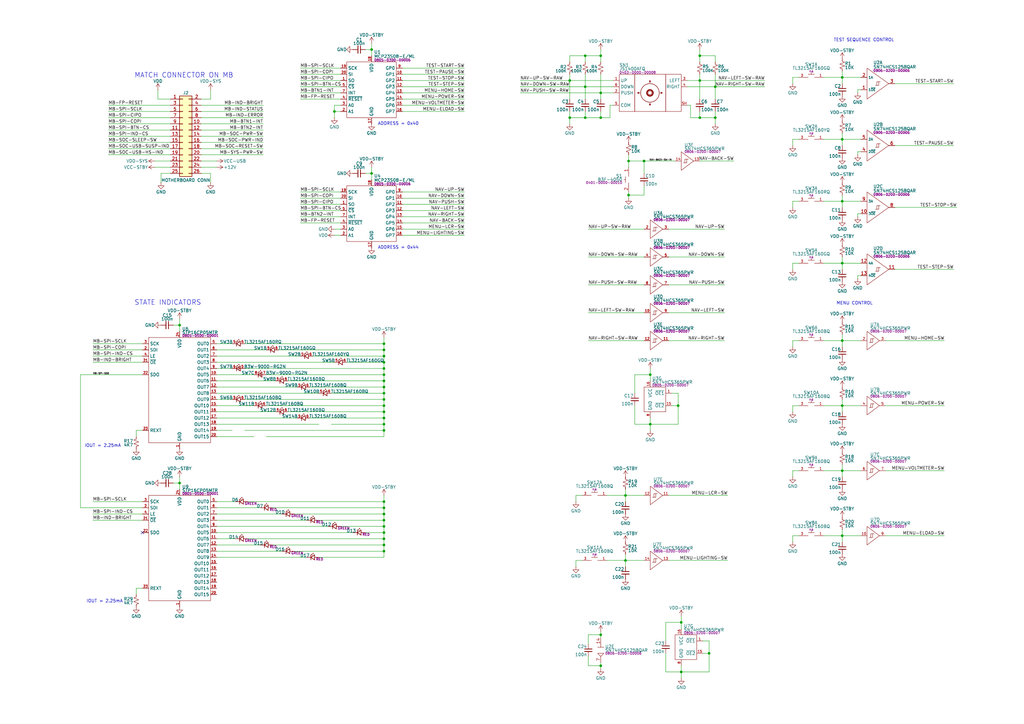
<source format=kicad_sch>
(kicad_sch (version 20250114) (generator "eeschema") (generator_version "9.0")
  (paper "A3")
  (title_block (title "Benchy Front Panel") (rev "REV1") (company "Daxxn Industries") (comment 4 "Small net labels are for clarity and do not connect to other nets."))
  (lib_symbols
    (symbol "Connector_Generic:Conn_02x13_Odd_Even" (pin_names (offset 1.016) (hide yes))
      (property "Reference" "J" (at 1.27 17.78 0))
      (property "Value" "Conn_02x13_Odd_Even" (at 1.27 -17.78 0))
      (symbol "Conn_02x13_Odd_Even_1_1"
        (pin passive line (at -5.08 15.24 0) (length 3.81) (name "Pin_1") (number "1"))
        (pin passive line (at -5.08 12.7 0) (length 3.81) (name "Pin_3") (number "3"))
        (pin passive line (at -5.08 10.16 0) (length 3.81) (name "Pin_5") (number "5"))
        (pin passive line (at -5.08 7.62 0) (length 3.81) (name "Pin_7") (number "7"))
        (pin passive line (at -5.08 5.08 0) (length 3.81) (name "Pin_9") (number "9"))
        (pin passive line (at -5.08 2.54 0) (length 3.81) (name "Pin_11") (number "11"))
        (pin passive line (at -5.08 0 0) (length 3.81) (name "Pin_13") (number "13"))
        (pin passive line (at -5.08 -2.54 0) (length 3.81) (name "Pin_15") (number "15"))
        (pin passive line (at -5.08 -5.08 0) (length 3.81) (name "Pin_17") (number "17"))
        (pin passive line (at -5.08 -7.62 0) (length 3.81) (name "Pin_19") (number "19"))
        (pin passive line (at -5.08 -10.16 0) (length 3.81) (name "Pin_21") (number "21"))
        (pin passive line (at -5.08 -12.7 0) (length 3.81) (name "Pin_23") (number "23"))
        (pin passive line (at -5.08 -15.24 0) (length 3.81) (name "Pin_25") (number "25"))
        (pin passive line (at 7.62 15.24 180) (length 3.81) (name "Pin_2") (number "2"))
        (pin passive line (at 7.62 12.7 180) (length 3.81) (name "Pin_4") (number "4"))
        (pin passive line (at 7.62 10.16 180) (length 3.81) (name "Pin_6") (number "6"))
        (pin passive line (at 7.62 7.62 180) (length 3.81) (name "Pin_8") (number "8"))
        (pin passive line (at 7.62 5.08 180) (length 3.81) (name "Pin_10") (number "10"))
        (pin passive line (at 7.62 2.54 180) (length 3.81) (name "Pin_12") (number "12"))
        (pin passive line (at 7.62 0 180) (length 3.81) (name "Pin_14") (number "14"))
        (pin passive line (at 7.62 -2.54 180) (length 3.81) (name "Pin_16") (number "16"))
        (pin passive line (at 7.62 -5.08 180) (length 3.81) (name "Pin_18") (number "18"))
        (pin passive line (at 7.62 -7.62 180) (length 3.81) (name "Pin_20") (number "20"))
        (pin passive line (at 7.62 -10.16 180) (length 3.81) (name "Pin_22") (number "22"))
        (pin passive line (at 7.62 -12.7 180) (length 3.81) (name "Pin_24") (number "24"))
        (pin passive line (at 7.62 -15.24 180) (length 3.81) (name "Pin_26") (number "26"))
      )
    )
    (symbol "DX_Capacitor_Ceramic:CL05A104KA5NNNC" (pin_numbers (hide yes)) (pin_names (hide yes))
      (property "Reference" "C" (at 2.794 1.778 0))
      (property "Value" "100n" (at 2.794 0 0))
      (symbol "CL05A104KA5NNNC_1_1"
        (pin passive line (at 0 2.54 270) (length 2.032) (name "~") (number "1"))
        (pin passive line (at 0 -2.54 90) (length 2.032) (name "~") (number "2"))
      )
    )
    (symbol "DX_Control_Button:228CMVARGBFR" (pin_names (hide yes))
      (property "Reference" "SW" (at 0 3.556 0))
      (property "Value" "228CMVARGBFR" (at 0 2.032 0))
      (property "PartNumber" "na" (at 0 0.762 0))
      (symbol "228CMVARGBFR_1_0"
        (pin unspecified line (at -5.08 -2.54 0) (length 2.54) (name "SWA") (number "1"))
        (pin unspecified line (at -5.08 -2.54 0) (length 2.54) (hide yes) (name "SWA") (number "2"))
        (pin unspecified line (at 5.08 -2.54 180) (length 2.54) (name "SWB") (number "3"))
        (pin unspecified line (at 5.08 -2.54 180) (length 2.54) (hide yes) (name "SWB") (number "4"))
      )
      (symbol "228CMVARGBFR_2_0"
        (pin unspecified line (at -5.08 -2.54 0) (length 2.54) (name "LED-R") (number "L2"))
        (pin unspecified line (at -5.08 -7.62 0) (length 2.54) (name "LED-G") (number "L4"))
        (pin unspecified line (at -5.08 -12.7 0) (length 2.54) (name "LED-B") (number "L1"))
        (pin unspecified line (at 7.62 -7.62 180) (length 2.54) (name "LED-AN") (number "L3"))
      )
      (symbol "228CMVARGBFR_2_1"
        (text "R" (at 0 -2.54 0) (effects (font (size 0.6 0.6))))
        (text "G" (at 0 -7.62 0) (effects (font (size 0.6 0.6))))
        (text "B" (at 0 -12.7 0) (effects (font (size 0.6 0.6))))
      )
    )
    (symbol "DX_Control_Button:B3F-4050"
      (property "Reference" "S" (at 0 5.842 0))
      (property "Value" "B3F-4050" (at 0 4.318 0))
      (property "PartNumber" "0401-0000-00010" (at 0 3.048 0))
      (symbol "B3F-4050_0_0"
        (pin passive line (at -5.08 0 0) (length 2.54) (name "~") (number "1"))
        (pin passive line (at 5.08 0 180) (length 2.54) (name "~") (number "2"))
      )
    )
    (symbol "DX_Control_Button:B3W-9000-RG2N" (pin_names (hide yes))
      (property "Reference" "SW" (at 0 5.842 0))
      (property "Value" "B3W-9000-RG2N" (at 0 4.318 0))
      (property "PartNumber" "na" (at 0 2.794 0))
      (symbol "B3W-9000-RG2N_1_0"
        (pin unspecified line (at -5.08 0 0) (length 2.54) (name "SWA") (number "1"))
        (pin unspecified line (at -5.08 0 0) (length 2.54) (hide yes) (name "SWA") (number "3"))
        (pin unspecified line (at 5.08 0 180) (length 2.54) (name "SWB") (number "2"))
        (pin unspecified line (at 5.08 0 180) (length 2.54) (hide yes) (name "SWB") (number "4"))
      )
      (symbol "B3W-9000-RG2N_2_0"
        (pin unspecified line (at -2.54 0 0) (length 1.75) (name "LED-GK") (number "6"))
        (pin unspecified line (at 2.54 0 180) (length 1.75) (name "LED-GA") (number "5"))
      )
      (symbol "B3W-9000-RG2N_2_1"
        (text "R" (at 0.254 0 0) (effects (font (size 0.6 0.6))))
      )
      (symbol "B3W-9000-RG2N_3_0"
        (pin unspecified line (at -2.54 0 0) (length 1.75) (name "LED-RK") (number "8"))
        (pin unspecified line (at 2.54 0 180) (length 1.75) (name "LED-RA") (number "7"))
      )
      (symbol "B3W-9000-RG2N_3_1"
        (text "G" (at 0.254 0 0) (effects (font (size 0.6 0.6))))
      )
    )
    (symbol "DX_Control_Button:TL3215AF160BQ" (pin_names (hide yes))
      (property "Reference" "SW" (at 0 5.334 0))
      (property "Value" "TL3215AF160BQ" (at 0 3.81 0))
      (property "PartNumber" "na" (at 0 2.54 0))
      (symbol "TL3215AF160BQ_1_0"
        (pin passive line (at -5.08 0 0) (length 2.54) (name "SWA") (number "1"))
        (pin passive line (at -5.08 0 0) (length 2.54) (hide yes) (name "SWA") (number "2"))
        (pin passive line (at 5.08 0 180) (length 2.54) (name "SWB") (number "3"))
        (pin passive line (at 5.08 0 180) (length 2.54) (hide yes) (name "SWB") (number "4"))
      )
      (symbol "TL3215AF160BQ_2_0"
        (pin passive line (at -2.54 0 0) (length 1.75) (name "LED-K") (number "5"))
        (pin passive line (at 2.54 0 180) (length 1.75) (name "LED-A") (number "6"))
      )
    )
    (symbol "DX_Control_Button:TL3215AF160GQ" (pin_names (hide yes))
      (property "Reference" "SW" (at 0 5.334 0))
      (property "Value" "TL3215AF160GQ" (at 0 3.81 0))
      (property "PartNumber" "na" (at 0 2.54 0))
      (symbol "TL3215AF160GQ_1_0"
        (pin passive line (at -5.08 0 0) (length 2.54) (name "SWA") (number "1"))
        (pin passive line (at -5.08 0 0) (length 2.54) (hide yes) (name "SWA") (number "2"))
        (pin passive line (at 5.08 0 180) (length 2.54) (name "SWB") (number "3"))
        (pin passive line (at 5.08 0 180) (length 2.54) (hide yes) (name "SWB") (number "4"))
      )
      (symbol "TL3215AF160GQ_2_0"
        (pin passive line (at -2.54 0 0) (length 1.75) (name "LED-K") (number "5"))
        (pin passive line (at 2.54 0 180) (length 1.75) (name "LED-A") (number "6"))
      )
    )
    (symbol "DX_Control_Button:TL3215AF160RQ" (pin_names (hide yes))
      (property "Reference" "SW" (at 0 5.334 0))
      (property "Value" "TL3215AF160RQ" (at 0 3.81 0))
      (property "PartNumber" "na" (at 0 2.54 0))
      (symbol "TL3215AF160RQ_1_0"
        (pin passive line (at -5.08 0 0) (length 2.54) (name "SWA") (number "1"))
        (pin passive line (at -5.08 0 0) (length 2.54) (hide yes) (name "SWA") (number "2"))
        (pin passive line (at 5.08 0 180) (length 2.54) (name "SWB") (number "3"))
        (pin passive line (at 5.08 0 180) (length 2.54) (hide yes) (name "SWB") (number "4"))
      )
      (symbol "TL3215AF160RQ_2_0"
        (pin passive line (at -2.54 0 0) (length 1.75) (name "LED-K") (number "5"))
        (pin passive line (at 2.54 0 180) (length 1.75) (name "LED-A") (number "6"))
      )
    )
    (symbol "DX_Control_Button:TL3215AF160YQ" (pin_names (hide yes))
      (property "Reference" "SW" (at 0 5.334 0))
      (property "Value" "TL3215AF160YQ" (at 0 3.81 0))
      (property "PartNumber" "na" (at 0 2.54 0))
      (symbol "TL3215AF160YQ_1_0"
        (pin passive line (at -5.08 0 0) (length 2.54) (name "SWA") (number "1"))
        (pin passive line (at -5.08 0 0) (length 2.54) (hide yes) (name "SWA") (number "2"))
        (pin passive line (at 5.08 0 180) (length 2.54) (name "SWB") (number "3"))
        (pin passive line (at 5.08 0 180) (length 2.54) (hide yes) (name "SWB") (number "4"))
      )
      (symbol "TL3215AF160YQ_2_0"
        (pin passive line (at -2.54 0 0) (length 1.75) (name "LED-K") (number "5"))
        (pin passive line (at 2.54 0 180) (length 1.75) (name "LED-A") (number "6"))
      )
    )
    (symbol "DX_Control_Button:TL3365AF180QG"
      (property "Reference" "SW" (at 0 5.588 0))
      (property "Value" "TL3365AF180QG" (at 0 4.064 0))
      (property "PartNumber" "0401-0000-00007" (at 0 2.794 0))
      (symbol "TL3365AF180QG_0_0"
        (pin passive line (at -5.08 0 0) (length 2.54) (name "~") (number "1"))
        (pin passive line (at 5.08 0 180) (length 2.54) (name "~") (number "2"))
      )
    )
    (symbol "DX_Control_Navigation:JS1400DFQ"
      (property "Reference" "NAV" (at 0 3.81 0))
      (property "Value" "JS1400AFQ" (at 0 2.286 0))
      (property "PartNumber" "0403-0000-00008" (at 0 0.762 0))
      (symbol "JS1400DFQ_0_0"
        (pin passive line (at -2.54 -12.7 0) (length 2.54) (name "COM") (number "5"))
      )
      (symbol "JS1400DFQ_1_0"
        (pin passive line (at -2.54 -2.54 0) (length 2.54) (name "UP") (number "1"))
        (pin passive line (at -2.54 -5.08 0) (length 2.54) (name "DOWN") (number "6"))
        (pin passive line (at -2.54 -7.62 0) (length 2.54) (name "PUSH") (number "2"))
        (pin passive line (at 27.94 -2.54 180) (length 2.54) (name "LEFT") (number "3"))
        (pin passive line (at 27.94 -5.08 180) (length 2.54) (name "RIGHT") (number "4"))
        (pin passive line (at 27.94 -12.7 180) (length 2.54) (name "SH") (number "SH"))
      )
    )
    (symbol "DX_Device:TEST-POINT" (pin_numbers (hide yes)) (pin_names (hide yes))
      (property "Reference" "TP" (at 4.064 0.508 0))
      (property "Value" "TEST-POINT" (at 4.064 -0.762 0))
      (symbol "TEST-POINT_1_0"
        (pin power_in line (at 0 0 0) (length 1.27) (name "TP") (number "1"))
      )
    )
    (symbol "DX_Device_Power:VCC-STBY" (power) (pin_names (offset 0))
      (property "Value" "VCC-STBY" (at 0 3.429 0))
      (symbol "VCC-STBY_1_1"
        (pin power_in line (at 0 0 90) (length 0) (hide yes) (name "VCC-STBY") (number "1"))
      )
    )
    (symbol "DX_Device_Power:VCC-USB" (power) (pin_names (offset 0))
      (property "Value" "VCC-USB" (at 0 3.429 0))
      (symbol "VCC-USB_1_1"
        (pin power_in line (at 0 0 90) (length 0) (hide yes) (name "VCC-USB") (number "1"))
      )
    )
    (symbol "DX_Device_Power:VDD-STBY" (power) (pin_names (offset 0))
      (property "Value" "VDD-STBY" (at 0 3.429 0))
      (symbol "VDD-STBY_1_1"
        (pin power_in line (at 0 0 90) (length 0) (hide yes) (name "VDD-STBY") (number "1"))
      )
    )
    (symbol "DX_Device_Power:VDD-SYS" (power) (in_bom no) (on_board no)
      (property "Value" "VDD-SYS" (at 0 3.556 0))
      (symbol "VDD-SYS_1_0"
        (pin power_in line (at 0 0 90) (length 0) (hide yes) (name "VDD-SYS") (number "1"))
      )
    )
    (symbol "DX_IC_Interface_IOExpander:MCP23S08-E/ML"
      (property "Reference" "U" (at 11.176 4.064 0))
      (property "Value" "MCP23S08-E/ML" (at 11.176 2.286 0))
      (property "PartNumber" "0805-0300-00006" (at 11.176 0.762 0))
      (symbol "MCP23S08-E/ML_0_0"
        (pin input line (at -2.54 -2.54 0) (length 2.54) (name "SCK") (number "19"))
        (pin input line (at -2.54 -5.08 0) (length 2.54) (name "SI") (number "20"))
        (pin output line (at -2.54 -7.62 0) (length 2.54) (name "SO") (number "1"))
        (pin input line (at -2.54 -10.16 0) (length 2.54) (name "~{CS}") (number "5"))
        (pin output line (at -2.54 -12.7 0) (length 2.54) (name "INT") (number "7"))
        (pin input line (at -2.54 -15.24 0) (length 2.54) (name "~{RESET}") (number "4"))
        (pin input line (at -2.54 -17.78 0) (length 2.54) (name "A0") (number "3"))
        (pin input line (at -2.54 -20.32 0) (length 2.54) (name "A1") (number "2"))
        (pin no_connect line (at 7.62 -7.62 0) (length 2.54) (hide yes) (name "NC") (number "6"))
        (pin no_connect line (at 7.62 -7.62 0) (length 2.54) (hide yes) (name "NC") (number "8"))
        (pin power_in line (at 10.16 2.54 270) (length 2.54) (name "VDD") (number "18"))
        (pin power_in line (at 10.16 -25.4 90) (length 2.54) (name "GND") (number "17"))
        (pin power_in line (at 10.16 -25.4 90) (length 2.54) (hide yes) (name "GND") (number "21"))
        (pin bidirectional line (at 22.86 -2.54 180) (length 2.54) (name "GP0") (number "9"))
        (pin bidirectional line (at 22.86 -5.08 180) (length 2.54) (name "GP1") (number "10"))
        (pin bidirectional line (at 22.86 -7.62 180) (length 2.54) (name "GP2") (number "11"))
        (pin bidirectional line (at 22.86 -10.16 180) (length 2.54) (name "GP3") (number "12"))
        (pin bidirectional line (at 22.86 -12.7 180) (length 2.54) (name "GP4") (number "13"))
        (pin bidirectional line (at 22.86 -15.24 180) (length 2.54) (name "GP5") (number "14"))
        (pin bidirectional line (at 22.86 -17.78 180) (length 2.54) (name "GP6") (number "15"))
        (pin bidirectional line (at 22.86 -20.32 180) (length 2.54) (name "GP7") (number "16"))
      )
    )
    (symbol "DX_IC_Interface_LEDDriver:STP16CP05MTR"
      (property "Reference" "U" (at 13.716 3.556 0))
      (property "Value" "STP16CP05MTR" (at 13.716 2.032 0))
      (property "PartNumber" "0805-0500-00001" (at 13.716 0.762 0))
      (symbol "STP16CP05MTR_0_0"
        (pin input line (at -2.54 -2.54 0) (length 2.54) (name "SCK") (number "3"))
        (pin input line (at -2.54 -5.08 0) (length 2.54) (name "SDI") (number "2"))
        (pin input line (at -2.54 -7.62 0) (length 2.54) (name "LE") (number "4"))
        (pin output line (at -2.54 -15.24 0) (length 2.54) (name "SDO") (number "22"))
        (pin input line (at -2.54 -38.1 0) (length 2.54) (name "REXT") (number "23"))
        (pin power_in line (at 12.7 2.54 270) (length 2.54) (name "VDD") (number "24"))
        (pin power_in line (at 12.7 -45.72 90) (length 2.54) (name "GND") (number "1"))
        (pin input line (at 27.94 -2.54 180) (length 2.54) (name "OUT0") (number "5"))
        (pin input line (at 27.94 -5.08 180) (length 2.54) (name "OUT1") (number "6"))
        (pin input line (at 27.94 -7.62 180) (length 2.54) (name "OUT2") (number "7"))
        (pin input line (at 27.94 -10.16 180) (length 2.54) (name "OUT3") (number "8"))
        (pin input line (at 27.94 -12.7 180) (length 2.54) (name "OUT4") (number "9"))
        (pin input line (at 27.94 -15.24 180) (length 2.54) (name "OUT5") (number "10"))
        (pin input line (at 27.94 -17.78 180) (length 2.54) (name "OUT6") (number "11"))
        (pin input line (at 27.94 -20.32 180) (length 2.54) (name "OUT7") (number "12"))
        (pin input line (at 27.94 -22.86 180) (length 2.54) (name "OUT8") (number "13"))
        (pin input line (at 27.94 -25.4 180) (length 2.54) (name "OUT9") (number "14"))
        (pin input line (at 27.94 -27.94 180) (length 2.54) (name "OUT10") (number "15"))
        (pin input line (at 27.94 -30.48 180) (length 2.54) (name "OUT11") (number "16"))
        (pin input line (at 27.94 -33.02 180) (length 2.54) (name "OUT12") (number "17"))
        (pin input line (at 27.94 -35.56 180) (length 2.54) (name "OUT13") (number "18"))
        (pin input line (at 27.94 -38.1 180) (length 2.54) (name "OUT14") (number "19"))
        (pin input line (at 27.94 -40.64 180) (length 2.54) (name "OUT15") (number "20"))
      )
      (symbol "STP16CP05MTR_1_0"
        (pin input line (at -2.54 -10.16 0) (length 2.54) (name "~{OE}") (number "21"))
      )
    )
    (symbol "DX_IC_Logic_Buffer:SN74HCS125BQAR"
      (property "Reference" "U" (at 2.54 8.636 0))
      (property "Value" "SN74HCS125BQAR" (at 2.54 6.858 0))
      (property "PartNumber" "0806-0200-00006" (at 2.54 5.334 0))
      (symbol "SN74HCS125BQAR_1_0"
        (pin input line (at -2.54 2.54 0) (length 2.54) (name "1A") (number "2"))
        (pin input line (at -2.54 -2.54 0) (length 2.54) (name "1~{OE}") (number "1"))
        (pin tri_state line (at 11.43 0 180) (length 2.54) (name "1Y") (number "3"))
      )
      (symbol "SN74HCS125BQAR_2_0"
        (pin input line (at -2.54 2.54 0) (length 2.54) (name "2A") (number "5"))
        (pin input line (at -2.54 -2.54 0) (length 2.54) (name "2~{OE}") (number "4"))
        (pin tri_state line (at 11.43 0 180) (length 2.54) (name "2Y") (number "6"))
      )
      (symbol "SN74HCS125BQAR_3_0"
        (pin input line (at -2.54 2.54 0) (length 2.54) (name "3A") (number "9"))
        (pin input line (at -2.54 -2.54 0) (length 2.54) (name "3~{OE}") (number "10"))
        (pin tri_state line (at 11.43 0 180) (length 2.54) (name "3Y") (number "8"))
      )
      (symbol "SN74HCS125BQAR_4_0"
        (pin input line (at -2.54 2.54 0) (length 2.54) (name "4A") (number "12"))
        (pin input line (at -2.54 -2.54 0) (length 2.54) (name "4~{OE}") (number "13"))
        (pin tri_state line (at 11.43 0 180) (length 2.54) (name "4Y") (number "11"))
      )
      (symbol "SN74HCS125BQAR_5_0"
        (pin power_in line (at 0 5.08 270) (length 2.54) (name "VCC") (number "14"))
        (pin power_in line (at 0 -5.08 90) (length 2.54) (hide yes) (name "GND") (number "15"))
        (pin power_in line (at 0 -5.08 90) (length 2.54) (name "GND") (number "7"))
      )
    )
    (symbol "DX_IC_Logic_Buffer:SN74HCS365PWR"
      (property "Reference" "U" (at 1.27 7.112 0))
      (property "Value" "SN74HCS365PWR" (at 1.27 5.334 0))
      (property "PartNumber" "0806-0200-00007" (at 1.27 3.81 0))
      (symbol "SN74HCS365PWR_1_0"
        (pin input line (at -2.54 0 0) (length 2.54) (name "A1") (number "2"))
        (pin output line (at 7.62 0 180) (length 2.54) (name "Y1") (number "3"))
      )
      (symbol "SN74HCS365PWR_2_0"
        (pin input line (at -2.54 0 0) (length 2.54) (name "A2") (number "4"))
        (pin output line (at 7.62 0 180) (length 2.54) (name "Y2") (number "5"))
      )
      (symbol "SN74HCS365PWR_3_0"
        (pin input line (at -2.54 0 0) (length 2.54) (name "A3") (number "6"))
        (pin output line (at 7.62 0 180) (length 2.54) (name "Y3") (number "7"))
      )
      (symbol "SN74HCS365PWR_4_0"
        (pin input line (at -2.54 0 0) (length 2.54) (name "A4") (number "10"))
        (pin output line (at 7.62 0 180) (length 2.54) (name "Y4") (number "9"))
      )
      (symbol "SN74HCS365PWR_5_0"
        (pin input line (at -2.54 0 0) (length 2.54) (name "A5") (number "12"))
        (pin output line (at 7.62 0 180) (length 2.54) (name "Y5") (number "11"))
      )
      (symbol "SN74HCS365PWR_6_0"
        (pin input line (at -2.54 0 0) (length 2.54) (name "A6") (number "14"))
        (pin output line (at 7.62 0 180) (length 2.54) (name "Y6") (number "13"))
      )
      (symbol "SN74HCS365PWR_7_0"
        (pin power_in line (at 0 7.62 270) (length 2.54) (name "VCC") (number "16"))
        (pin power_in line (at 0 -7.62 90) (length 2.54) (name "GND") (number "8"))
        (pin input line (at 8.89 2.54 180) (length 2.54) (name "~{OE1}") (number "1"))
        (pin input line (at 8.89 -2.54 180) (length 2.54) (name "~{OE2}") (number "15"))
      )
    )
    (symbol "DX_IC_Logic_Buffer:TC7PZ17FU,LJ(CT"
      (property "Reference" "U" (at 7.62 6.096 0))
      (property "Value" "TC7PZ17FU,LJ(CT" (at 7.874 4.318 0))
      (property "PartNumber" "0806-0200-00010" (at 7.62 2.794 0))
      (symbol "TC7PZ17FU,LJ(CT_0_0"
        (pin unspecified line (at 0 0 0) (length 2.54) (name "1A") (number "1"))
        (pin unspecified line (at 0 -2.54 0) (length 2.54) (name "GND") (number "2"))
        (pin unspecified line (at 0 -5.08 0) (length 2.54) (name "2A") (number "3"))
        (pin unspecified line (at 15.24 0 180) (length 2.54) (name "1Y") (number "6"))
        (pin unspecified line (at 15.24 -2.54 180) (length 2.54) (name "VCC") (number "5"))
        (pin unspecified line (at 15.24 -5.08 180) (length 2.54) (name "2Y") (number "4"))
      )
    )
    (symbol "DX_LED:CZ2-0603-GREEN" (pin_numbers (hide yes)) (pin_names (hide yes))
      (property "Reference" "D" (at 0 2.794 0))
      (property "PartNumber" "0900-0000-00038" (at 0 -3.302 0))
      (property "Color" "GREEN" (at 0 -2.032 0))
      (symbol "CZ2-0603-GREEN_1_1"
        (pin passive line (at -2.54 0 0) (length 1.778) (name "K") (number "1"))
        (pin passive line (at 2.54 0 180) (length 1.778) (name "A") (number "2"))
      )
    )
    (symbol "DX_LED:CZ3-0603-ORANGE" (pin_numbers (hide yes)) (pin_names (hide yes))
      (property "Reference" "D" (at 0 2.794 0))
      (property "PartNumber" "0900-0000-00039" (at 0 -3.302 0))
      (property "Color" "ORANGE" (at 0 -2.032 0))
      (symbol "CZ3-0603-ORANGE_1_1"
        (pin passive line (at -2.54 0 0) (length 1.778) (name "K") (number "1"))
        (pin passive line (at 2.54 0 180) (length 1.778) (name "A") (number "2"))
      )
    )
    (symbol "DX_LED:CZ5-0603-RED" (pin_numbers (hide yes)) (pin_names (hide yes))
      (property "Reference" "D" (at 0 2.794 0))
      (property "PartNumber" "0900-0000-00041" (at 0 -3.302 0))
      (property "Color" "RED" (at 0 -2.032 0))
      (symbol "CZ5-0603-RED_1_1"
        (pin passive line (at -2.54 0 0) (length 1.778) (name "K") (number "1"))
        (pin passive line (at 2.54 0 180) (length 1.778) (name "A") (number "2"))
      )
    )
    (symbol "DX_Resistor:RC0402FR-071K3L" (pin_numbers (hide yes)) (pin_names (offset 0.254) (hide yes))
      (property "Reference" "R" (at 1.016 0.635 0))
      (property "Value" "1K3" (at 1.016 -1.016 0))
      (symbol "RC0402FR-071K3L_1_1"
        (pin passive line (at 0 2.54 270) (length 1.016) (name "~") (number "1"))
        (pin passive line (at 0 -2.54 90) (length 1.016) (name "~") (number "2"))
      )
    )
    (symbol "DX_Resistor:RC0402FR-072K94L" (pin_numbers (hide yes)) (pin_names (offset 0.254) (hide yes))
      (property "Reference" "R" (at 1.016 0.635 0))
      (property "Value" "2K94" (at 1.016 -1.016 0))
      (symbol "RC0402FR-072K94L_1_1"
        (pin passive line (at 0 2.54 270) (length 1.016) (name "~") (number "1"))
        (pin passive line (at 0 -2.54 90) (length 1.016) (name "~") (number "2"))
      )
    )
    (symbol "DX_Resistor:RC0402JR-0710KL" (pin_numbers (hide yes)) (pin_names (offset 0.254) (hide yes))
      (property "Reference" "R" (at 1.016 0.635 0))
      (property "Value" "10K" (at 1.016 -1.016 0))
      (symbol "RC0402JR-0710KL_1_1"
        (pin passive line (at 0 2.54 270) (length 1.016) (name "~") (number "1"))
        (pin passive line (at 0 -2.54 90) (length 1.016) (name "~") (number "2"))
      )
    )
    (symbol "DX_Resistor:RC0402JR-072K2L" (pin_numbers (hide yes)) (pin_names (offset 0.254) (hide yes))
      (property "Reference" "R" (at 1.016 0.635 0))
      (property "Value" "2K2" (at 1.016 -1.016 0))
      (symbol "RC0402JR-072K2L_1_1"
        (pin passive line (at 0 2.54 270) (length 1.016) (name "~") (number "1"))
        (pin passive line (at 0 -2.54 90) (length 1.016) (name "~") (number "2"))
      )
    )
    (symbol "DX_Resistor:RMCF0402FT100K" (pin_numbers (hide yes)) (pin_names (offset 0.254) (hide yes))
      (property "Reference" "R" (at 1.016 0.635 0))
      (property "Value" "100K" (at 1.016 -1.016 0))
      (symbol "RMCF0402FT100K_1_1"
        (pin passive line (at 0 2.54 270) (length 1.016) (name "~") (number "1"))
        (pin passive line (at 0 -2.54 90) (length 1.016) (name "~") (number "2"))
      )
    )
    (symbol "DX_Resistor:RMCF0402FT4K70" (pin_numbers (hide yes)) (pin_names (offset 0.254) (hide yes))
      (property "Reference" "R" (at 1.016 0.635 0))
      (property "Value" "4K7" (at 1.016 -1.016 0))
      (symbol "RMCF0402FT4K70_1_1"
        (pin passive line (at 0 2.54 270) (length 1.016) (name "~") (number "1"))
        (pin passive line (at 0 -2.54 90) (length 1.016) (name "~") (number "2"))
      )
    )
    (symbol "Mechanical:MountingHole_Pad" (pin_numbers (hide yes)) (pin_names (offset 1.016) (hide yes)) (exclude_from_sim yes) (in_bom no)
      (property "Reference" "H" (at 0 6.35 0))
      (property "Value" "MountingHole_Pad" (at 0 4.445 0))
      (symbol "MountingHole_Pad_1_1"
        (pin input line (at 0 -2.54 90) (length 2.54) (name "1") (number "1"))
      )
    )
    (symbol "power:+12V" (power) (pin_numbers (hide yes)) (pin_names (offset 0) (hide yes))
      (property "Value" "+12V" (at 0 3.556 0))
      (symbol "+12V_1_1"
        (pin power_in line (at 0 0 90) (length 0) (name "~") (number "1"))
      )
    )
    (symbol "power:GND" (power) (pin_numbers (hide yes)) (pin_names (offset 0) (hide yes))
      (property "Value" "GND" (at 0 -3.81 0))
      (symbol "GND_1_1"
        (pin power_in line (at 0 0 270) (length 0) (name "~") (number "1"))
      )
    )
    (symbol "power:VDD" (power) (pin_numbers (hide yes)) (pin_names (offset 0) (hide yes))
      (property "Value" "VDD" (at 0 3.556 0))
      (symbol "VDD_1_1"
        (pin power_in line (at 0 0 90) (length 0) (name "~") (number "1"))
      )
    )
  )
  (text "SOC RESET SWITCH" (at -114.3 76.2 0) (effects (font (size 1.27 1.27))))
  (text "SOC POWER SWITCH" (at -114.3 38.1 0) (effects (font (size 1.27 1.27))))
  (text "MENU CONTROL" (at 350.52 124.46 0) (effects (font (size 1.27 1.27))))
  (text "IOUT = 2.25mA" (at 42.926 246.634 0) (effects (font (size 1.27 1.27))))
  (text "SOC USB INDICATORS" (at -30.48 308.61 0) (effects (font (size 2 2)) (justify left)))
  (text "STATE INDICATORS" (at 55.118 124.206 0) (effects (font (size 2 2)) (justify left)))
  (text "ADDRESS = 0x44" (at 154.94 101.6 0) (effects (font (size 1.27 1.27)) (justify left)))
  (text "TEST SEQUENCE CONTROL" (at 354.33 16.51 0) (effects (font (size 1.27 1.27))))
  (text "SYSTEM POWER SWITCH" (at -114.3 0 0) (effects (font (size 1.27 1.27))))
  (text "IOUT = 2.25mA" (at 42.164 182.88 0) (effects (font (size 1.27 1.27))))
  (text "MATCH CONNECTOR ON MB" (at 75.438 30.988 0) (effects (font (size 2 2))))
  (text "POWER SWITCH INDICATORS" (at -63.5 152.4 0) (effects (font (size 2 2)) (justify left)))
  (text "ADDRESS = 0x40" (at 154.94 50.8 0) (effects (font (size 1.27 1.27)) (justify left)))
  (text "SOC SLEEP SWITCH" (at -114.3 114.3 0) (effects (font (size 1.27 1.27))))
  (text "POWER INDICATORS" (at 16.256 312.42 0) (effects (font (size 2 2)) (justify left)))
  (junction (at 157.48 213.36))
  (junction (at 345.44 193.04))
  (junction (at 266.7 173.99))
  (junction (at 246.38 38.1))
  (junction (at 256.54 203.2))
  (junction (at 279.4 255.27))
  (junction (at 157.48 218.44))
  (junction (at 157.48 161.29))
  (junction (at 278.13 166.37))
  (junction (at 160.02 334.01))
  (junction (at 233.68 48.26))
  (junction (at 345.44 31.75))
  (junction (at -29.21 331.47))
  (junction (at 154.94 334.01))
  (junction (at 73.66 198.12))
  (junction (at 157.48 176.53))
  (junction (at -114.3 142.24))
  (junction (at 240.03 48.26))
  (junction (at 157.48 166.37))
  (junction (at 99.06 323.85))
  (junction (at 257.81 80.01))
  (junction (at 43.18 323.85))
  (junction (at 279.4 275.59))
  (junction (at 157.48 153.67))
  (junction (at 264.16 66.04))
  (junction (at 78.74 323.85))
  (junction (at -107.95 12.7))
  (junction (at 345.44 139.7))
  (junction (at 240.03 22.86))
  (junction (at 157.48 163.83))
  (junction (at 157.48 173.99))
  (junction (at 157.48 156.21))
  (junction (at 246.38 48.26))
  (junction (at 137.16 45.72))
  (junction (at 152.4 20.32))
  (junction (at 246.38 22.86))
  (junction (at -107.95 127))
  (junction (at 157.48 146.05))
  (junction (at -114.3 50.8))
  (junction (at 25.4 323.85))
  (junction (at 287.02 33.02))
  (junction (at 287.02 22.86))
  (junction (at 345.44 107.95))
  (junction (at 157.48 143.51))
  (junction (at 246.38 260.35))
  (junction (at 290.83 267.97))
  (junction (at 266.7 153.67))
  (junction (at 157.48 140.97))
  (junction (at 240.03 35.56))
  (junction (at -114.3 88.9))
  (junction (at -114.3 104.14))
  (junction (at 73.66 133.35))
  (junction (at -114.3 66.04))
  (junction (at 157.48 148.59))
  (junction (at 157.48 223.52))
  (junction (at -114.3 12.7))
  (junction (at 157.48 205.74))
  (junction (at 157.48 151.13))
  (junction (at 233.68 33.02))
  (junction (at 257.81 66.04))
  (junction (at 139.7 334.01))
  (junction (at 256.54 229.87))
  (junction (at -114.3 27.94))
  (junction (at 345.44 166.37))
  (junction (at 157.48 158.75))
  (junction (at 60.96 323.85))
  (junction (at 144.78 334.01))
  (junction (at 293.37 35.56))
  (junction (at -45.72 105.41))
  (junction (at -114.3 127))
  (junction (at 157.48 171.45))
  (junction (at 165.1 334.01))
  (junction (at 170.18 334.01))
  (junction (at 157.48 220.98))
  (junction (at 287.02 48.26))
  (junction (at 152.4 71.12))
  (junction (at 345.44 82.55))
  (junction (at 157.48 226.06))
  (junction (at 345.44 57.15))
  (junction (at -107.95 88.9))
  (junction (at 157.48 168.91))
  (junction (at 157.48 208.28))
  (junction (at 157.48 215.9))
  (junction (at -45.72 29.21))
  (junction (at -107.95 50.8))
  (junction (at 246.38 273.05))
  (junction (at 345.44 219.71))
  (junction (at 149.86 334.01))
  (junction (at 293.37 48.26))
  (junction (at 157.48 210.82))
  (no_connect (at 58.42 218.44))
  (wire (pts (xy 152.4 20.32) (xy 152.4 22.86)))
  (wire (pts (xy 38.1 213.36) (xy 58.42 213.36)))
  (wire (pts (xy 327.66 82.55) (xy 325.12 82.55)))
  (wire (pts (xy 43.18 323.85) (xy 45.72 323.85)))
  (wire (pts (xy 165.1 45.72) (xy 190.5 45.72)))
  (wire (pts (xy 82.55 60.96) (xy 107.95 60.96)))
  (wire (pts (xy 127 158.75) (xy 157.48 158.75)))
  (wire (pts (xy 246.38 20.32) (xy 246.38 22.86)))
  (wire (pts (xy 157.48 173.99) (xy 157.48 171.45)))
  (wire (pts (xy 213.36 35.56) (xy 240.03 35.56)))
  (wire (pts (xy 123.19 86.36) (xy 139.7 86.36)))
  (wire (pts (xy 266.7 173.99) (xy 266.7 176.53)))
  (wire (pts (xy 38.1 205.74) (xy 58.42 205.74)))
  (wire (pts (xy 66.04 71.12) (xy 66.04 74.93)))
  (wire (pts (xy 157.48 226.06) (xy 157.48 228.6)))
  (wire (pts (xy 287.02 33.02) (xy 313.69 33.02)))
  (wire (pts (xy 137.16 43.18) (xy 137.16 45.72)))
  (wire (pts (xy -50.8 105.41) (xy -45.72 105.41)))
  (wire (pts (xy 123.19 38.1) (xy 139.7 38.1)))
  (wire (pts (xy 149.86 218.44) (xy 157.48 218.44)))
  (wire (pts (xy -90.17 31.75) (xy -66.04 31.75)))
  (wire (pts (xy 25.4 321.31) (xy 25.4 323.85)))
  (wire (pts (xy -107.95 50.8) (xy -107.95 55.88)))
  (wire (pts (xy 118.11 168.91) (xy 157.48 168.91)))
  (wire (pts (xy 345.44 190.5) (xy 345.44 193.04)))
  (wire (pts (xy 88.9 223.52) (xy 106.68 223.52)))
  (wire (pts (xy 367.03 34.29) (xy 391.16 34.29)))
  (wire (pts (xy 157.48 218.44) (xy 157.48 220.98)))
  (wire (pts (xy -114.3 127) (xy -107.95 127)))
  (wire (pts (xy 69.85 71.12) (xy 66.04 71.12)))
  (wire (pts (xy 345.44 107.95) (xy 345.44 110.49)))
  (wire (pts (xy 246.38 259.08) (xy 246.38 260.35)))
  (wire (pts (xy 275.59 166.37) (xy 278.13 166.37)))
  (wire (pts (xy 279.4 275.59) (xy 279.4 273.05)))
  (wire (pts (xy 88.9 143.51) (xy 109.22 143.51)))
  (wire (pts (xy 144.78 334.01) (xy 149.86 334.01)))
  (wire (pts (xy 157.48 223.52) (xy 157.48 226.06)))
  (wire (pts (xy 107.95 58.42) (xy 82.55 58.42)))
  (wire (pts (xy 233.68 48.26) (xy 240.03 48.26)))
  (wire (pts (xy 351.79 36.83) (xy 353.06 36.83)))
  (wire (pts (xy 337.82 219.71) (xy 345.44 219.71)))
  (wire (pts (xy 241.3 269.24) (xy 241.3 273.05)))
  (wire (pts (xy 44.45 48.26) (xy 69.85 48.26)))
  (wire (pts (xy 107.95 50.8) (xy 82.55 50.8)))
  (wire (pts (xy 123.19 78.74) (xy 139.7 78.74)))
  (wire (pts (xy 257.81 80.01) (xy 257.81 78.74)))
  (wire (pts (xy 327.66 107.95) (xy 325.12 107.95)))
  (wire (pts (xy 236.22 229.87) (xy 236.22 232.41)))
  (wire (pts (xy 260.35 161.29) (xy 260.35 153.67)))
  (wire (pts (xy 213.36 33.02) (xy 233.68 33.02)))
  (wire (pts (xy 100.33 140.97) (xy 157.48 140.97)))
  (wire (pts (xy 120.65 226.06) (xy 157.48 226.06)))
  (wire (pts (xy 165.1 38.1) (xy 190.5 38.1)))
  (wire (pts (xy 44.45 50.8) (xy 69.85 50.8)))
  (wire (pts (xy -92.71 107.95) (xy -66.04 107.95)))
  (wire (pts (xy -45.72 105.41) (xy -45.72 99.06)))
  (wire (pts (xy 123.19 27.94) (xy 139.7 27.94)))
  (wire (pts (xy 157.48 158.75) (xy 157.48 156.21)))
  (wire (pts (xy 73.66 133.35) (xy 73.66 135.89)))
  (wire (pts (xy 240.03 35.56) (xy 251.46 35.56)))
  (wire (pts (xy -24.13 167.64) (xy -20.32 167.64)))
  (wire (pts (xy 278.13 161.29) (xy 278.13 166.37)))
  (wire (pts (xy -50.8 31.75) (xy -25.4 31.75)))
  (wire (pts (xy 290.83 267.97) (xy 290.83 275.59)))
  (wire (pts (xy -114.3 63.5) (xy -114.3 66.04)))
  (wire (pts (xy 251.46 43.18) (xy 250.19 43.18)))
  (wire (pts (xy 86.36 40.64) (xy 86.36 36.83)))
  (wire (pts (xy 246.38 30.48) (xy 246.38 38.1)))
  (wire (pts (xy 139.7 215.9) (xy 157.48 215.9)))
  (wire (pts (xy 233.68 48.26) (xy 233.68 50.8)))
  (wire (pts (xy 60.96 323.85) (xy 63.5 323.85)))
  (wire (pts (xy 246.38 25.4) (xy 246.38 22.86)))
  (wire (pts (xy 240.03 48.26) (xy 246.38 48.26)))
  (wire (pts (xy 345.44 139.7) (xy 345.44 142.24)))
  (wire (pts (xy 327.66 57.15) (xy 325.12 57.15)))
  (wire (pts (xy 88.9 176.53) (xy 95.25 176.53)))
  (wire (pts (xy 257.81 63.5) (xy 257.81 66.04)))
  (wire (pts (xy -114.3 25.4) (xy -114.3 27.94)))
  (wire (pts (xy 297.18 93.98) (xy 274.32 93.98)))
  (wire (pts (xy 157.48 171.45) (xy 157.48 168.91)))
  (wire (pts (xy 241.3 260.35) (xy 246.38 260.35)))
  (wire (pts (xy -114.3 142.24) (xy -114.3 144.78)))
  (wire (pts (xy 233.68 45.72) (xy 233.68 48.26)))
  (wire (pts (xy 88.9 208.28) (xy 106.68 208.28)))
  (wire (pts (xy 63.5 68.58) (xy 69.85 68.58)))
  (wire (pts (xy 44.45 43.18) (xy 69.85 43.18)))
  (wire (pts (xy 71.12 133.35) (xy 73.66 133.35)))
  (wire (pts (xy 107.95 53.34) (xy 82.55 53.34)))
  (wire (pts (xy 44.45 60.96) (xy 69.85 60.96)))
  (wire (pts (xy 149.86 331.47) (xy 149.86 334.01)))
  (wire (pts (xy 283.21 48.26) (xy 287.02 48.26)))
  (wire (pts (xy 256.54 200.66) (xy 256.54 203.2)))
  (wire (pts (xy 165.1 83.82) (xy 190.5 83.82)))
  (wire (pts (xy 25.4 323.85) (xy 27.94 323.85)))
  (wire (pts (xy 293.37 48.26) (xy 293.37 50.8)))
  (wire (pts (xy 165.1 86.36) (xy 190.5 86.36)))
  (wire (pts (xy 109.22 153.67) (xy 157.48 153.67)))
  (wire (pts (xy 278.13 173.99) (xy 266.7 173.99)))
  (wire (pts (xy 256.54 227.33) (xy 256.54 229.87)))
  (wire (pts (xy 123.19 88.9) (xy 139.7 88.9)))
  (wire (pts (xy 99.06 321.31) (xy 99.06 323.85)))
  (wire (pts (xy 345.44 29.21) (xy 345.44 31.75)))
  (wire (pts (xy -45.72 29.21) (xy -45.72 34.29)))
  (wire (pts (xy 111.76 223.52) (xy 157.48 223.52)))
  (wire (pts (xy 88.9 213.36) (xy 125.73 213.36)))
  (wire (pts (xy 279.4 255.27) (xy 279.4 257.81)))
  (wire (pts (xy 233.68 30.48) (xy 233.68 33.02)))
  (wire (pts (xy 123.19 81.28) (xy 139.7 81.28)))
  (wire (pts (xy 114.3 143.51) (xy 157.48 143.51)))
  (wire (pts (xy 233.68 33.02) (xy 251.46 33.02)))
  (wire (pts (xy 327.66 139.7) (xy 325.12 139.7)))
  (wire (pts (xy 139.7 334.01) (xy 139.7 336.55)))
  (wire (pts (xy 279.4 252.73) (xy 279.4 255.27)))
  (wire (pts (xy 367.03 85.09) (xy 392.43 85.09)))
  (wire (pts (xy -22.86 316.23) (xy 0 316.23)))
  (wire (pts (xy 157.48 153.67) (xy 157.48 151.13)))
  (wire (pts (xy 157.48 156.21) (xy 157.48 153.67)))
  (wire (pts (xy 325.12 57.15) (xy 325.12 59.69)))
  (wire (pts (xy -114.3 124.46) (xy -114.3 127)))
  (wire (pts (xy -107.95 27.94) (xy -107.95 22.86)))
  (wire (pts (xy 154.94 334.01) (xy 160.02 334.01)))
  (wire (pts (xy 157.48 215.9) (xy 157.48 218.44)))
  (wire (pts (xy 44.45 58.42) (xy 69.85 58.42)))
  (wire (pts (xy 345.44 166.37) (xy 353.06 166.37)))
  (wire (pts (xy 152.4 68.58) (xy 152.4 71.12)))
  (wire (pts (xy 246.38 260.35) (xy 246.38 261.62)))
  (wire (pts (xy -60.96 162.56) (xy -43.18 162.56)))
  (wire (pts (xy 290.83 275.59) (xy 279.4 275.59)))
  (wire (pts (xy 157.48 179.07) (xy 157.48 176.53)))
  (wire (pts (xy 88.9 179.07) (xy 104.14 179.07)))
  (wire (pts (xy 345.44 217.17) (xy 345.44 219.71)))
  (wire (pts (xy 157.48 166.37) (xy 157.48 163.83)))
  (wire (pts (xy 246.38 273.05) (xy 246.38 274.32)))
  (wire (pts (xy 86.36 71.12) (xy 86.36 74.93)))
  (wire (pts (xy 157.48 203.2) (xy 157.48 205.74)))
  (wire (pts (xy 82.55 45.72) (xy 107.95 45.72)))
  (wire (pts (xy -50.8 29.21) (xy -45.72 29.21)))
  (wire (pts (xy 165.1 78.74) (xy 190.5 78.74)))
  (wire (pts (xy 149.86 334.01) (xy 154.94 334.01)))
  (wire (pts (xy 367.03 59.69) (xy 391.16 59.69)))
  (wire (pts (xy 345.44 219.71) (xy 353.06 219.71)))
  (wire (pts (xy 165.1 40.64) (xy 190.5 40.64)))
  (wire (pts (xy 281.94 35.56) (xy 293.37 35.56)))
  (wire (pts (xy 293.37 30.48) (xy 293.37 35.56)))
  (wire (pts (xy 170.18 334.01) (xy 175.26 334.01)))
  (wire (pts (xy 363.22 166.37) (xy 387.35 166.37)))
  (wire (pts (xy 135.89 161.29) (xy 157.48 161.29)))
  (wire (pts (xy 99.06 323.85) (xy 101.6 323.85)))
  (wire (pts (xy 165.1 27.94) (xy 190.5 27.94)))
  (wire (pts (xy 256.54 203.2) (xy 264.16 203.2)))
  (wire (pts (xy 273.05 262.89) (xy 273.05 255.27)))
  (wire (pts (xy -38.1 167.64) (xy -36.83 167.64)))
  (wire (pts (xy 88.9 146.05) (xy 123.19 146.05)))
  (wire (pts (xy -114.3 127) (xy -114.3 129.54)))
  (wire (pts (xy 248.92 229.87) (xy 256.54 229.87)))
  (wire (pts (xy 351.79 62.23) (xy 353.06 62.23)))
  (wire (pts (xy 160.02 331.47) (xy 160.02 334.01)))
  (wire (pts (xy -107.95 50.8) (xy -88.9 50.8)))
  (wire (pts (xy 88.9 215.9) (xy 134.62 215.9)))
  (wire (pts (xy 288.29 262.89) (xy 290.83 262.89)))
  (wire (pts (xy 137.16 45.72) (xy 139.7 45.72)))
  (wire (pts (xy 297.18 139.7) (xy 274.32 139.7)))
  (wire (pts (xy 246.38 38.1) (xy 251.46 38.1)))
  (wire (pts (xy 351.79 63.5) (xy 351.79 62.23)))
  (wire (pts (xy 109.22 166.37) (xy 157.48 166.37)))
  (wire (pts (xy 165.1 43.18) (xy 190.5 43.18)))
  (wire (pts (xy 345.44 54.61) (xy 345.44 57.15)))
  (wire (pts (xy 165.1 91.44) (xy 190.5 91.44)))
  (wire (pts (xy 327.66 219.71) (xy 325.12 219.71)))
  (wire (pts (xy 256.54 229.87) (xy 256.54 232.41)))
  (wire (pts (xy 345.44 139.7) (xy 353.06 139.7)))
  (wire (pts (xy 345.44 82.55) (xy 345.44 85.09)))
  (wire (pts (xy 100.33 176.53) (xy 157.48 176.53)))
  (wire (pts (xy 345.44 31.75) (xy 345.44 34.29)))
  (wire (pts (xy 240.03 22.86) (xy 240.03 25.4)))
  (wire (pts (xy 88.9 151.13) (xy 95.25 151.13)))
  (wire (pts (xy 64.77 40.64) (xy 69.85 40.64)))
  (wire (pts (xy 88.9 228.6) (xy 125.73 228.6)))
  (wire (pts (xy 363.22 219.71) (xy 387.35 219.71)))
  (wire (pts (xy -114.3 104.14) (xy -114.3 106.68)))
  (wire (pts (xy -29.21 328.93) (xy -29.21 331.47)))
  (wire (pts (xy 297.18 128.27) (xy 274.32 128.27)))
  (wire (pts (xy 44.45 55.88) (xy 69.85 55.88)))
  (wire (pts (xy 337.82 82.55) (xy 345.44 82.55)))
  (wire (pts (xy -114.3 101.6) (xy -114.3 104.14)))
  (wire (pts (xy 273.05 255.27) (xy 279.4 255.27)))
  (wire (pts (xy 43.18 326.39) (xy 43.18 323.85)))
  (wire (pts (xy 351.79 87.63) (xy 353.06 87.63)))
  (wire (pts (xy 165.1 35.56) (xy 190.5 35.56)))
  (wire (pts (xy 165.1 88.9) (xy 190.5 88.9)))
  (wire (pts (xy 88.9 171.45) (xy 121.92 171.45)))
  (wire (pts (xy 157.48 140.97) (xy 157.48 143.51)))
  (wire (pts (xy 240.03 30.48) (xy 240.03 35.56)))
  (wire (pts (xy 345.44 219.71) (xy 345.44 222.25)))
  (wire (pts (xy 157.48 213.36) (xy 157.48 215.9)))
  (wire (pts (xy 38.1 148.59) (xy 58.42 148.59)))
  (wire (pts (xy 246.38 38.1) (xy 246.38 40.64)))
  (wire (pts (xy 44.45 45.72) (xy 69.85 45.72)))
  (wire (pts (xy 337.82 107.95) (xy 345.44 107.95)))
  (wire (pts (xy 246.38 45.72) (xy 246.38 48.26)))
  (wire (pts (xy -114.3 86.36) (xy -114.3 88.9)))
  (wire (pts (xy 88.9 168.91) (xy 113.03 168.91)))
  (wire (pts (xy 73.66 130.81) (xy 73.66 133.35)))
  (wire (pts (xy 165.1 331.47) (xy 165.1 334.01)))
  (wire (pts (xy -29.21 313.69) (xy 0 313.69)))
  (wire (pts (xy 240.03 35.56) (xy 240.03 40.64)))
  (wire (pts (xy 152.4 17.78) (xy 152.4 20.32)))
  (wire (pts (xy 38.1 143.51) (xy 58.42 143.51)))
  (wire (pts (xy 363.22 139.7) (xy 387.35 139.7)))
  (wire (pts (xy 82.55 43.18) (xy 107.95 43.18)))
  (wire (pts (xy -114.3 88.9) (xy -107.95 88.9)))
  (wire (pts (xy 345.44 57.15) (xy 353.06 57.15)))
  (wire (pts (xy 157.48 146.05) (xy 157.48 148.59)))
  (wire (pts (xy 38.1 210.82) (xy 58.42 210.82)))
  (wire (pts (xy 345.44 193.04) (xy 353.06 193.04)))
  (wire (pts (xy 165.1 93.98) (xy 190.5 93.98)))
  (wire (pts (xy 363.22 193.04) (xy 387.35 193.04)))
  (wire (pts (xy 257.81 81.28) (xy 257.81 80.01)))
  (wire (pts (xy -114.3 53.34) (xy -114.3 50.8)))
  (wire (pts (xy 165.1 96.52) (xy 190.5 96.52)))
  (wire (pts (xy -114.3 50.8) (xy -107.95 50.8)))
  (wire (pts (xy 325.12 166.37) (xy 325.12 168.91)))
  (wire (pts (xy 257.81 80.01) (xy 264.16 80.01)))
  (wire (pts (xy 63.5 66.04) (xy 69.85 66.04)))
  (wire (pts (xy 135.89 173.99) (xy 157.48 173.99)))
  (wire (pts (xy 236.22 203.2) (xy 236.22 205.74)))
  (wire (pts (xy 78.74 323.85) (xy 81.28 323.85)))
  (wire (pts (xy 283.21 43.18) (xy 283.21 48.26)))
  (wire (pts (xy -90.17 26.67) (xy -66.04 26.67)))
  (wire (pts (xy 88.9 205.74) (xy 96.52 205.74)))
  (wire (pts (xy 293.37 35.56) (xy 313.69 35.56)))
  (wire (pts (xy 287.02 30.48) (xy 287.02 33.02)))
  (wire (pts (xy 351.79 38.1) (xy 351.79 36.83)))
  (wire (pts (xy 293.37 22.86) (xy 293.37 25.4)))
  (wire (pts (xy 273.05 275.59) (xy 279.4 275.59)))
  (wire (pts (xy 149.86 20.32) (xy 152.4 20.32)))
  (wire (pts (xy 123.19 40.64) (xy 139.7 40.64)))
  (wire (pts (xy 44.45 63.5) (xy 69.85 63.5)))
  (wire (pts (xy 157.48 161.29) (xy 157.48 158.75)))
  (wire (pts (xy 325.12 107.95) (xy 325.12 110.49)))
  (wire (pts (xy 325.12 219.71) (xy 325.12 222.25)))
  (wire (pts (xy 345.44 57.15) (xy 345.44 59.69)))
  (wire (pts (xy 325.12 82.55) (xy 325.12 85.09)))
  (wire (pts (xy 101.6 205.74) (xy 157.48 205.74)))
  (wire (pts (xy 88.9 153.67) (xy 104.14 153.67)))
  (wire (pts (xy 123.19 35.56) (xy 139.7 35.56)))
  (wire (pts (xy 127 171.45) (xy 157.48 171.45)))
  (wire (pts (xy 137.16 45.72) (xy 137.16 48.26)))
  (wire (pts (xy -107.95 88.9) (xy -88.9 88.9)))
  (wire (pts (xy -114.3 142.24) (xy -107.95 142.24)))
  (wire (pts (xy -107.95 127) (xy -88.9 127)))
  (wire (pts (xy -29.21 318.77) (xy -29.21 313.69)))
  (wire (pts (xy 157.48 143.51) (xy 157.48 146.05)))
  (wire (pts (xy -22.86 328.93) (xy -22.86 331.47)))
  (wire (pts (xy 287.02 45.72) (xy 287.02 48.26)))
  (wire (pts (xy 71.12 198.12) (xy 73.66 198.12)))
  (wire (pts (xy 99.06 326.39) (xy 99.06 323.85)))
  (wire (pts (xy 165.1 334.01) (xy 170.18 334.01)))
  (wire (pts (xy -50.8 26.67) (xy -25.4 26.67)))
  (wire (pts (xy 241.3 105.41) (xy 264.16 105.41)))
  (wire (pts (xy -45.72 29.21) (xy -45.72 22.86)))
  (wire (pts (xy 260.35 166.37) (xy 260.35 173.99)))
  (wire (pts (xy 88.9 173.99) (xy 130.81 173.99)))
  (wire (pts (xy 337.82 166.37) (xy 345.44 166.37)))
  (wire (pts (xy 325.12 193.04) (xy 325.12 195.58)))
  (wire (pts (xy 264.16 66.04) (xy 264.16 71.12)))
  (wire (pts (xy 293.37 35.56) (xy 293.37 40.64)))
  (wire (pts (xy 325.12 139.7) (xy 325.12 142.24)))
  (wire (pts (xy 213.36 38.1) (xy 246.38 38.1)))
  (wire (pts (xy 118.11 156.21) (xy 157.48 156.21)))
  (wire (pts (xy 120.65 210.82) (xy 157.48 210.82)))
  (wire (pts (xy 165.1 81.28) (xy 190.5 81.28)))
  (wire (pts (xy 130.81 213.36) (xy 157.48 213.36)))
  (wire (pts (xy -107.95 12.7) (xy -88.9 12.7)))
  (wire (pts (xy 88.9 158.75) (xy 121.92 158.75)))
  (wire (pts (xy 274.32 229.87) (xy 298.45 229.87)))
  (wire (pts (xy 154.94 331.47) (xy 154.94 334.01)))
  (wire (pts (xy 345.44 193.04) (xy 345.44 195.58)))
  (wire (pts (xy 144.78 331.47) (xy 144.78 334.01)))
  (wire (pts (xy -107.95 104.14) (xy -107.95 99.06)))
  (wire (pts (xy 266.7 153.67) (xy 266.7 156.21)))
  (wire (pts (xy 241.3 93.98) (xy 264.16 93.98)))
  (wire (pts (xy 130.81 228.6) (xy 157.48 228.6)))
  (wire (pts (xy 279.4 275.59) (xy 279.4 278.13)))
  (wire (pts (xy -107.95 127) (xy -107.95 132.08)))
  (wire (pts (xy 139.7 334.01) (xy 144.78 334.01)))
  (wire (pts (xy 297.18 116.84) (xy 274.32 116.84)))
  (wire (pts (xy -60.96 167.64) (xy -43.18 167.64)))
  (wire (pts (xy 246.38 273.05) (xy 246.38 271.78)))
  (wire (pts (xy 233.68 25.4) (xy 233.68 22.86)))
  (wire (pts (xy -107.95 60.96) (xy -107.95 66.04)))
  (wire (pts (xy 88.9 148.59) (xy 137.16 148.59)))
  (wire (pts (xy 78.74 321.31) (xy 78.74 323.85)))
  (wire (pts (xy 293.37 48.26) (xy 287.02 48.26)))
  (wire (pts (xy 88.9 161.29) (xy 130.81 161.29)))
  (wire (pts (xy 297.18 105.41) (xy 274.32 105.41)))
  (wire (pts (xy 44.45 53.34) (xy 69.85 53.34)))
  (wire (pts (xy -114.3 139.7) (xy -114.3 142.24)))
  (wire (pts (xy -114.3 104.14) (xy -107.95 104.14)))
  (wire (pts (xy 250.19 43.18) (xy 250.19 48.26)))
  (wire (pts (xy 88.9 210.82) (xy 115.57 210.82)))
  (wire (pts (xy 351.79 113.03) (xy 353.06 113.03)))
  (wire (pts (xy 33.02 153.67) (xy 33.02 208.28)))
  (wire (pts (xy 111.76 208.28) (xy 157.48 208.28)))
  (wire (pts (xy 82.55 40.64) (xy 86.36 40.64)))
  (wire (pts (xy 266.7 151.13) (xy 266.7 153.67)))
  (wire (pts (xy 170.18 331.47) (xy 170.18 334.01)))
  (wire (pts (xy 351.79 114.3) (xy 351.79 113.03)))
  (wire (pts (xy 43.18 321.31) (xy 43.18 323.85)))
  (wire (pts (xy 107.95 55.88) (xy 82.55 55.88)))
  (wire (pts (xy 60.96 321.31) (xy 60.96 323.85)))
  (wire (pts (xy 325.12 31.75) (xy 325.12 34.29)))
  (wire (pts (xy 241.3 128.27) (xy 264.16 128.27)))
  (wire (pts (xy 246.38 48.26) (xy 250.19 48.26)))
  (wire (pts (xy 337.82 139.7) (xy 345.44 139.7)))
  (wire (pts (xy 88.9 140.97) (xy 95.25 140.97)))
  (wire (pts (xy -22.86 318.77) (xy -22.86 316.23)))
  (wire (pts (xy 337.82 57.15) (xy 345.44 57.15)))
  (wire (pts (xy 55.88 243.84) (xy 55.88 241.3)))
  (wire (pts (xy 139.7 43.18) (xy 137.16 43.18)))
  (wire (pts (xy -107.95 66.04) (xy -114.3 66.04)))
  (wire (pts (xy 337.82 31.75) (xy 345.44 31.75)))
  (wire (pts (xy 64.77 36.83) (xy 64.77 40.64)))
  (wire (pts (xy 157.48 208.28) (xy 157.48 210.82)))
  (wire (pts (xy -45.72 105.41) (xy -45.72 110.49)))
  (wire (pts (xy 58.42 153.67) (xy 33.02 153.67)))
  (wire (pts (xy 241.3 273.05) (xy 246.38 273.05)))
  (wire (pts (xy 275.59 161.29) (xy 278.13 161.29)))
  (wire (pts (xy 165.1 33.02) (xy 190.5 33.02)))
  (wire (pts (xy 241.3 139.7) (xy 264.16 139.7)))
  (wire (pts (xy 248.92 203.2) (xy 256.54 203.2)))
  (wire (pts (xy 73.66 198.12) (xy 73.66 200.66)))
  (wire (pts (xy 157.48 138.43) (xy 157.48 140.97)))
  (wire (pts (xy 88.9 220.98) (xy 96.52 220.98)))
  (wire (pts (xy 327.66 166.37) (xy 325.12 166.37)))
  (wire (pts (xy -60.96 172.72) (xy -43.18 172.72)))
  (wire (pts (xy 264.16 66.04) (xy 276.86 66.04)))
  (wire (pts (xy -20.32 167.64) (xy -20.32 165.1)))
  (wire (pts (xy 281.94 33.02) (xy 287.02 33.02)))
  (wire (pts (xy 100.33 151.13) (xy 157.48 151.13)))
  (wire (pts (xy -38.1 162.56) (xy -36.83 162.56)))
  (wire (pts (xy -114.3 48.26) (xy -114.3 50.8)))
  (wire (pts (xy -114.3 12.7) (xy -114.3 15.24)))
  (wire (pts (xy 266.7 173.99) (xy 266.7 171.45)))
  (wire (pts (xy 60.96 326.39) (xy 60.96 323.85)))
  (wire (pts (xy 274.32 203.2) (xy 298.45 203.2)))
  (wire (pts (xy 345.44 82.55) (xy 353.06 82.55)))
  (wire (pts (xy 238.76 203.2) (xy 236.22 203.2)))
  (wire (pts (xy 287.02 66.04) (xy 300.99 66.04)))
  (wire (pts (xy -38.1 172.72) (xy -36.83 172.72)))
  (wire (pts (xy 128.27 146.05) (xy 157.48 146.05)))
  (wire (pts (xy 257.81 66.04) (xy 264.16 66.04)))
  (wire (pts (xy 345.44 163.83) (xy 345.44 166.37)))
  (wire (pts (xy 288.29 267.97) (xy 290.83 267.97)))
  (wire (pts (xy 345.44 80.01) (xy 345.44 82.55)))
  (wire (pts (xy 345.44 137.16) (xy 345.44 139.7)))
  (wire (pts (xy 55.88 176.53) (xy 58.42 176.53)))
  (wire (pts (xy 256.54 203.2) (xy 256.54 205.74)))
  (wire (pts (xy 55.88 179.07) (xy 55.88 176.53)))
  (wire (pts (xy -22.86 331.47) (xy -29.21 331.47)))
  (wire (pts (xy 82.55 68.58) (xy 88.9 68.58)))
  (wire (pts (xy 345.44 105.41) (xy 345.44 107.95)))
  (wire (pts (xy 55.88 241.3) (xy 58.42 241.3)))
  (wire (pts (xy 139.7 331.47) (xy 139.7 334.01)))
  (wire (pts (xy 240.03 45.72) (xy 240.03 48.26)))
  (wire (pts (xy 123.19 30.48) (xy 139.7 30.48)))
  (wire (pts (xy -107.95 12.7) (xy -107.95 17.78)))
  (wire (pts (xy 260.35 173.99) (xy 266.7 173.99)))
  (wire (pts (xy -114.3 12.7) (xy -107.95 12.7)))
  (wire (pts (xy 233.68 22.86) (xy 240.03 22.86)))
  (wire (pts (xy -50.8 107.95) (xy -25.4 107.95)))
  (wire (pts (xy 123.19 83.82) (xy 139.7 83.82)))
  (wire (pts (xy 240.03 22.86) (xy 246.38 22.86)))
  (wire (pts (xy -114.3 10.16) (xy -114.3 12.7)))
  (wire (pts (xy -50.8 102.87) (xy -25.4 102.87)))
  (wire (pts (xy 238.76 229.87) (xy 236.22 229.87)))
  (wire (pts (xy 287.02 22.86) (xy 293.37 22.86)))
  (wire (pts (xy 273.05 267.97) (xy 273.05 275.59)))
  (wire (pts (xy 175.26 331.47) (xy 175.26 334.01)))
  (wire (pts (xy 241.3 116.84) (xy 264.16 116.84)))
  (wire (pts (xy 327.66 193.04) (xy 325.12 193.04)))
  (wire (pts (xy 278.13 166.37) (xy 278.13 173.99)))
  (wire (pts (xy 157.48 205.74) (xy 157.48 208.28)))
  (wire (pts (xy 165.1 30.48) (xy 190.5 30.48)))
  (wire (pts (xy -92.71 102.87) (xy -66.04 102.87)))
  (wire (pts (xy 82.55 66.04) (xy 88.9 66.04)))
  (wire (pts (xy 88.9 163.83) (xy 95.25 163.83)))
  (wire (pts (xy 157.48 163.83) (xy 157.48 161.29)))
  (wire (pts (xy 142.24 148.59) (xy 157.48 148.59)))
  (wire (pts (xy 82.55 48.26) (xy 107.95 48.26)))
  (wire (pts (xy -107.95 88.9) (xy -107.95 93.98)))
  (wire (pts (xy 233.68 33.02) (xy 233.68 40.64)))
  (wire (pts (xy 345.44 31.75) (xy 353.06 31.75)))
  (wire (pts (xy 152.4 71.12) (xy 152.4 73.66)))
  (wire (pts (xy 123.19 91.44) (xy 139.7 91.44)))
  (wire (pts (xy 260.35 153.67) (xy 266.7 153.67)))
  (wire (pts (xy 157.48 151.13) (xy 157.48 148.59)))
  (wire (pts (xy 257.81 66.04) (xy 257.81 68.58)))
  (wire (pts (xy 345.44 107.95) (xy 353.06 107.95)))
  (wire (pts (xy -114.3 88.9) (xy -114.3 91.44)))
  (wire (pts (xy 137.16 96.52) (xy 139.7 96.52)))
  (wire (pts (xy 109.22 179.07) (xy 157.48 179.07)))
  (wire (pts (xy 88.9 218.44) (xy 144.78 218.44)))
  (wire (pts (xy 78.74 326.39) (xy 78.74 323.85)))
  (wire (pts (xy 345.44 166.37) (xy 345.44 168.91)))
  (wire (pts (xy 73.66 195.58) (xy 73.66 198.12)))
  (wire (pts (xy 82.55 71.12) (xy 86.36 71.12)))
  (wire (pts (xy -107.95 142.24) (xy -107.95 137.16)))
  (wire (pts (xy -29.21 331.47) (xy -29.21 334.01)))
  (wire (pts (xy 287.02 20.32) (xy 287.02 22.86)))
  (wire (pts (xy 351.79 88.9) (xy 351.79 87.63)))
  (wire (pts (xy 38.1 140.97) (xy 58.42 140.97)))
  (wire (pts (xy 38.1 146.05) (xy 58.42 146.05)))
  (wire (pts (xy 101.6 220.98) (xy 157.48 220.98)))
  (wire (pts (xy 157.48 168.91) (xy 157.48 166.37)))
  (wire (pts (xy 287.02 25.4) (xy 287.02 22.86)))
  (wire (pts (xy 100.33 163.83) (xy 157.48 163.83)))
  (wire (pts (xy 82.55 63.5) (xy 107.95 63.5)))
  (wire (pts (xy 264.16 76.2) (xy 264.16 80.01)))
  (wire (pts (xy 256.54 229.87) (xy 264.16 229.87)))
  (wire (pts (xy 88.9 156.21) (xy 113.03 156.21)))
  (wire (pts (xy -114.3 27.94) (xy -107.95 27.94)))
  (wire (pts (xy 149.86 71.12) (xy 152.4 71.12)))
  (wire (pts (xy 160.02 334.01) (xy 165.1 334.01)))
  (wire (pts (xy 281.94 43.18) (xy 283.21 43.18)))
  (wire (pts (xy 325.12 31.75) (xy 327.66 31.75)))
  (wire (pts (xy 88.9 166.37) (xy 104.14 166.37)))
  (wire (pts (xy 290.83 262.89) (xy 290.83 267.97)))
  (wire (pts (xy 241.3 264.16) (xy 241.3 260.35)))
  (wire (pts (xy -114.3 66.04) (xy -114.3 68.58)))
  (wire (pts (xy 137.16 93.98) (xy 139.7 93.98)))
  (wire (pts (xy 25.4 326.39) (xy 25.4 323.85)))
  (wire (pts (xy 337.82 193.04) (xy 345.44 193.04)))
  (wire (pts (xy 123.19 33.02) (xy 139.7 33.02)))
  (wire (pts (xy 157.48 210.82) (xy 157.48 213.36)))
  (wire (pts (xy -114.3 27.94) (xy -114.3 30.48)))
  (wire (pts (xy 33.02 208.28) (xy 58.42 208.28)))
  (wire (pts (xy 287.02 33.02) (xy 287.02 40.64)))
  (wire (pts (xy 293.37 45.72) (xy 293.37 48.26)))
  (wire (pts (xy 157.48 176.53) (xy 157.48 173.99)))
  (wire (pts (xy 88.9 226.06) (xy 115.57 226.06)))
  (wire (pts (xy 367.03 110.49) (xy 391.16 110.49)))
  (wire (pts (xy 157.48 220.98) (xy 157.48 223.52)))
  (label "MB-SOC-RESET-SW" (at 107.95 60.96 180))
  (label "NAV-UP-SW" (at 190.5 78.74 180))
  (label "MB-FP-RESET" (at 44.45 43.18 0))
  (label "TEST-STOP-SW" (at 392.43 85.09 180))
  (label "NAV-BACK-SW" (at 190.5 91.44 180))
  (label "MENU-VOLTMETER-SW" (at 190.5 43.18 180))
  (label "NAV-PUSH-SW-RAW" (at 241.3 116.84 0))
  (label "MB-SOC-PWR-SW-IN" (at -90.17 26.67 0))
  (label "NAV-DOWN-SW" (at 297.18 105.41 180))
  (label "NAV-PUSH-SW-RAW" (at 213.36 38.1 0))
  (label "MB-SOC-RST-SW-IN" (at -92.71 102.87 0))
  (label "MENU-ELOAD-SW" (at 387.35 219.71 180))
  (label "MB-SOC-USB-SUSP-IND" (at 44.45 60.96 0))
  (label "MB-FP-RESET" (at 123.19 91.44 0))
  (label "MB-SPI-BTN-CS" (at 44.45 53.34 0))
  (label "MB-SPI-SCLK" (at 38.1 140.97 0))
  (label "NAV-BACK-SW" (at 300.99 66.04 180))
  (label "NAV-DOWN-SW-RAW" (at 241.3 105.41 0))
  (label "MB-IND-BRIGHT" (at 38.1 148.59 0))
  (label "MB-SOC-RESET-SW" (at -25.4 102.87 180))
  (label "NAV-UP-SW" (at 297.18 93.98 180))
  (label "MB-SOC-PWR-IND" (at 107.95 58.42 180))
  (label "MB-SPI-IND-CS" (at 38.1 146.05 0))
  (label "MENU-HOME-SW" (at 190.5 38.1 180))
  (label "TEST-PAUSE-SW" (at 190.5 30.48 180))
  (label "MB-SOC-USB-HS-IND" (at 0 313.69 180))
  (label "MB-SOC-RST-SW-IN" (at -88.9 88.9 180))
  (label "MB-IND-ERROR" (at 107.95 48.26 180))
  (label "MB-SPI-COPI" (at 38.1 143.51 0))
  (label "MB-SOC-SLP-SW-IN" (at -92.71 107.95 0))
  (label "MB-SPI-SCLK" (at 123.19 27.94 0))
  (label "TEST-STEP-SW" (at 391.16 110.49 180))
  (label "MENU-LCR-SW" (at 190.5 93.98 180))
  (label "MB-IND-STATUS" (at 107.95 45.72 180))
  (label "MB-SPI-SCLK" (at 38.1 205.74 0))
  (label "NAV-DOWN-SW" (at 190.5 81.28 180))
  (label "TEST-START-SW" (at 190.5 27.94 180))
  (label "MENU-ELOAD-SW" (at 190.5 45.72 180))
  (label "NAV-LEFT-SW-RAW" (at 313.69 33.02 180))
  (label "MB-SPI-IND-CS" (at 44.45 55.88 0))
  (label "MB-SPI-IND-CS" (at 38.1 210.82 0))
  (label "MB-IND-BRIGHT" (at 38.1 213.36 0))
  (label "MENU-LIGHTING-SW" (at 190.5 96.52 180))
  (label "MB-SOC-USB-SUSP-IND" (at 0 316.23 180))
  (label "TEST-PAUSE-SW" (at 391.16 59.69 180))
  (label "MB-SYS-PWR-SW-IN" (at -90.17 31.75 0))
  (label "MB-SPI-COPI" (at 123.19 81.28 0))
  (label "MB-BTN2-INT" (at 107.95 53.34 180))
  (label "MB-SOC-PWR-IND" (at -60.96 167.64 0))
  (label "MB-IND-BRIGHT" (at 107.95 43.18 180))
  (label "NAV-UP-SW-RAW" (at 213.36 33.02 0))
  (label "NAV-BACK-SW-IN" (at 275.59 66.04 180) (effects (font (size 0.65 0.65))))
  (label "MB-SPI-CIPO" (at 123.19 33.02 0))
  (label "MENU-HOME-SW" (at 387.35 139.7 180))
  (label "MB-SYS-PWR-SW" (at -25.4 31.75 180))
  (label "MB-SYS-PWR-SW-IN" (at -88.9 12.7 180))
  (label "MB-SOC-USB-HS-IND" (at 44.45 63.5 0))
  (label "MB-SOC-PWR-SW-IN" (at -88.9 50.8 180))
  (label "MENU-POWER-SW" (at 387.35 166.37 180))
  (label "TEST-STEP-SW" (at 190.5 35.56 180))
  (label "MB-SOC-SLEEP-SW" (at -25.4 107.95 180))
  (label "NAV-PUSH-SW" (at 297.18 116.84 180))
  (label "MB-SPI-SCLK" (at 123.19 78.74 0))
  (label "NAV-UP-SW-RAW" (at 241.3 93.98 0))
  (label "MB-SPI-BTN-CS" (at 123.19 86.36 0))
  (label "TEST-STOP-SW" (at 190.5 33.02 180))
  (label "NAV-RIGHT-SW" (at 190.5 88.9 180))
  (label "TEST-START-SW" (at 391.16 34.29 180))
  (label "NAV-LEFT-SW" (at 190.5 86.36 180))
  (label "MB-FP-RESET" (at 123.19 40.64 0))
  (label "NAV-PUSH-SW" (at 190.5 83.82 180))
  (label "MENU-LCR-SW" (at 298.45 203.2 180))
  (label "MB-SPI-SCLK" (at 44.45 45.72 0))
  (label "MB-SOC-SLP-SW-IN" (at -88.9 127 180))
  (label "MB-SPI-COPI" (at 123.19 30.48 0))
  (label "NAV-RIGHT-SW-RAW" (at 313.69 35.56 180))
  (label "MENU-VOLTMETER-SW" (at 387.35 193.04 180))
  (label "MB-SOC-PWR-SW" (at -25.4 26.67 180))
  (label "MB-BTN2-INT" (at 123.19 88.9 0))
  (label "MENU-POWER-SW" (at 190.5 40.64 180))
  (label "NAV-DOWN-SW-RAW" (at 213.36 35.56 0))
  (label "MB-SYS-PWR-SW" (at 107.95 63.5 180))
  (label "NAV-LEFT-SW-RAW" (at 241.3 128.27 0))
  (label "MB-SPI-CIPO" (at 44.45 48.26 0))
  (label "MB-IND-ERROR" (at -60.96 162.56 0))
  (label "MB-SOC-PWR-SW" (at 107.95 55.88 180))
  (label "NAV-RIGHT-SW" (at 297.18 139.7 180))
  (label "MENU-LIGHTING-SW" (at 298.45 229.87 180))
  (label "MB-SOC-SLEEP-SW" (at 44.45 58.42 0))
  (label "NAV-LEFT-SW" (at 297.18 128.27 180))
  (label "MB-SPI-SDO" (at 38.1 153.67 0) (effects (font (size 0.65 0.65))))
  (label "MB-IND-STATUS" (at -60.96 172.72 0))
  (label "MB-SPI-BTN-CS" (at 123.19 35.56 0))
  (label "MB-SPI-COPI" (at 44.45 50.8 0))
  (label "MB-SPI-CIPO" (at 123.19 83.82 0))
  (label "NAV-RIGHT-SW-RAW" (at 241.3 139.7 0))
  (label "MB-BTN1-INT" (at 107.95 50.8 180))
  (label "MB-BTN1-INT" (at 123.19 38.1 0))
  (symbol (lib_id "power:GND") (at 351.79 88.9 0) (unit 1)
    (property "Reference" "#PWR031" (effects (hide yes)))
    (property "Value" "GND" (at 351.79 92.71 0))
    (property "Description" "Power symbol creates a global label with name \"GND\" , ground" (effects (hide yes)))
  )
  (symbol (lib_id "DX_Device_Power:VDD-STBY") (at 345.44 158.75 0) (unit 1)
    (property "Reference" "#PWR094" (effects (hide yes)))
    (property "Value" "VDD-STBY" (at 345.44 155.321 0))
    (property "Description" "Always ON standby power supply" (effects (hide yes)))
  )
  (symbol (lib_id "DX_LED:CZ2-0603-GREEN") (at 137.16 215.9 0) (unit 1)
    (property "Reference" "D12" (at 135.89 215.138 0) (effects (justify right)))
    (property "Value" "CZ2-0603-GREEN" (effects (hide yes)))
    (property "Footprint" "Daxxn_LEDs:LED_0603_1608Metric" (effects (hide yes)))
    (property "Description" "LED SMD Green 0603 Chanzon" (effects (hide yes)))
    (property "PartNumber" "0900-0000-00038" (effects (hide yes)))
    (property "Color" "GREEN" (at 138.43 216.662 0) (effects (font (size 1 1)) (justify left)))
  )
  (symbol (lib_id "power:GND") (at 325.12 59.69 0) (unit 1)
    (property "Reference" "#PWR017" (effects (hide yes)))
    (property "Value" "GND" (at 325.12 63.5 0))
    (property "Description" "Power symbol creates a global label with name \"GND\" , ground" (effects (hide yes)))
  )
  (symbol (lib_id "power:GND") (at 144.78 71.12 270) (mirror x) (unit 1)
    (property "Reference" "#PWR025" (effects (hide yes)))
    (property "Value" "GND" (at 140.208 71.12 90))
    (property "Description" "Power symbol creates a global label with name \"GND\" , ground" (effects (hide yes)))
  )
  (symbol (lib_id "power:VDD") (at 137.16 96.52 90) (unit 1)
    (property "Reference" "#PWR034" (effects (hide yes)))
    (property "Value" "VDD" (at 132.588 96.52 90))
    (property "Description" "Power symbol creates a global label with name \"VDD\"" (effects (hide yes)))
  )
  (symbol (lib_id "DX_LED:CZ2-0603-GREEN") (at -22.86 321.31 90) (unit 1)
    (property "Reference" "D8" (at -21.336 321.31 90) (effects (justify right)))
    (property "Value" "CZ2-0603-GREEN" (effects (hide yes)))
    (property "Footprint" "Daxxn_LEDs:LED_0603_1608Metric" (effects (hide yes)))
    (property "Description" "LED SMD Green 0603 Chanzon" (effects (hide yes)))
    (property "PartNumber" "0900-0000-00038" (effects (hide yes)))
    (property "Color" "GREEN" (at -21.336 322.834 90) (effects (font (size 1 1)) (justify right)))
  )
  (symbol (lib_id "power:GND") (at 325.12 110.49 0) (unit 1)
    (property "Reference" "#PWR040" (effects (hide yes)))
    (property "Value" "GND" (at 325.12 114.3 0))
    (property "Description" "Power symbol creates a global label with name \"GND\" , ground" (effects (hide yes)))
  )
  (symbol (lib_id "DX_Device_Power:VDD-STBY") (at 157.48 138.43 0) (unit 1)
    (property "Reference" "#PWR0102" (effects (hide yes)))
    (property "Value" "VDD-STBY" (at 157.48 135.001 0))
    (property "Description" "Always ON standby power supply" (effects (hide yes)))
  )
  (symbol (lib_id "DX_Resistor:RC0402JR-072K2L") (at -40.64 167.64 90) (unit 1)
    (property "Reference" "R13" (at -40.64 169.672 90))
    (property "Value" "2K2" (at -40.64 170.942 90) (effects (font (size 1 1))))
    (property "Footprint" "Daxxn_Standard_Resistors:RES_0402" (effects (hide yes)))
    (property "Datasheet" "${DATASHEETS}/RC-Series.pdf" (effects (hide yes)))
    (property "Description" "RES 2.2K OHM 5% 1/16W 0402" (effects (hide yes)))
    (property "PartNumber" "0204-0000-00033" (effects (hide yes)))
  )
  (symbol (lib_id "DX_LED:CZ5-0603-RED") (at 109.22 223.52 0) (unit 1)
    (property "Reference" "D15" (at 107.95 222.758 0) (effects (justify right)))
    (property "Value" "CZ5-0603-RED" (effects (hide yes)))
    (property "Footprint" "Daxxn_LEDs:LED_0603_1608Metric" (effects (hide yes)))
    (property "Description" "LED SMD Red 0603 Chanzon" (effects (hide yes)))
    (property "PartNumber" "0900-0000-00041" (effects (hide yes)))
    (property "Color" "RED" (at 110.49 224.282 0) (effects (font (size 1 1)) (justify left)))
  )
  (symbol (lib_id "DX_Device_Power:VDD-STBY") (at 256.54 222.25 0) (unit 1)
    (property "Reference" "#PWR097" (effects (hide yes)))
    (property "Value" "VDD-STBY" (at 256.54 218.821 0))
    (property "Description" "Always ON standby power supply" (effects (hide yes)))
  )
  (symbol (lib_id "power:GND") (at 246.38 274.32 0) (unit 1)
    (property "Reference" "#PWR082" (effects (hide yes)))
    (property "Value" "GND" (at 246.38 278.13 0))
    (property "Description" "Power symbol creates a global label with name \"GND\" , ground" (effects (hide yes)))
  )
  (symbol (lib_id "DX_Control_Button:TL3215AF160BQ") (at 332.74 166.37 0) (mirror y) (unit 1)
    (property "Reference" "SW10" (at 332.74 161.036 0))
    (property "Value" "TL3215AF160BQ" (at 332.74 162.56 0))
    (property "Footprint" "Daxxn_Controls_Buttons:TL3215A" (effects (hide yes)))
    (property "Datasheet" "${DATASHEETS}/TL3215.pdf" (effects (hide yes)))
    (property "Description" "Tactile Switch SPST-NO BLUE Top Actuated Surface Mount Illuminated" (effects (hide yes)))
    (property "PartNumber" "na" (at 332.74 163.83 0) (effects (font (size 1 1))))
  )
  (symbol (lib_id "DX_Device_Power:VDD-STBY") (at 73.66 130.81 0) (unit 1)
    (property "Reference" "#PWR038" (effects (hide yes)))
    (property "Value" "VDD-STBY" (at 73.66 127.381 0))
    (property "Description" "Always ON standby power supply" (effects (hide yes)))
  )
  (symbol (lib_id "DX_Resistor:RC0402JR-0710KL") (at 345.44 52.07 0) (unit 1)
    (property "Reference" "R7" (at 346.456 51.435 0) (effects (justify left)))
    (property "Value" "10K" (at 346.456 53.086 0) (effects (justify left)))
    (property "Footprint" "Daxxn_Standard_Resistors:RES_0402" (effects (hide yes)))
    (property "Datasheet" "${DATASHEETS}/RC-Series.pdf" (effects (hide yes)))
    (property "Description" "RES 10K OHM 5% 1/16W 0402" (effects (hide yes)))
    (property "PartNumber" "0204-0000-00016" (effects (hide yes)))
  )
  (symbol (lib_id "DX_Resistor:RC0402JR-0710KL") (at 257.81 60.96 0) (unit 1)
    (property "Reference" "R8" (at 258.826 60.325 0) (effects (justify left)))
    (property "Value" "10K" (at 258.826 61.976 0) (effects (justify left)))
    (property "Footprint" "Daxxn_Standard_Resistors:RES_0402" (effects (hide yes)))
    (property "Datasheet" "${DATASHEETS}/RC-Series.pdf" (effects (hide yes)))
    (property "Description" "RES 10K OHM 5% 1/16W 0402" (effects (hide yes)))
    (property "PartNumber" "0204-0000-00016" (effects (hide yes)))
  )
  (symbol (lib_id "DX_Control_Button:228CMVARGBFR") (at -31.75 160.02 0) (unit 2)
    (property "Reference" "SW4" (at -34.29 156.464 0) (effects (justify left)))
    (property "Value" "228CMVARGBFR" (at -34.29 157.988 0) (effects (justify left)))
    (property "Footprint" "Daxxn_Controls_Buttons:228C" (effects (hide yes)))
    (property "Datasheet" "${DATASHEETS}/228C-Series.pdf" (effects (hide yes)))
    (property "Description" "Tactile Switch SPST-NO Top Actuated Surface Mount Illuminated RGB" (effects (hide yes)))
    (property "PartNumber" "na" (at -34.29 159.258 0) (effects (font (size 1 1)) (justify left)))
  )
  (symbol (lib_id "DX_Control_Button:B3W-9000-RG2N") (at -114.3 20.32 270) (unit 1)
    (property "Reference" "SW7" (at -115.57 18.796 90) (effects (justify right)))
    (property "Value" "B3W-9000-RG2N" (at -115.57 20.32 90) (effects (justify right)))
    (property "Footprint" "Daxxn_Controls_Buttons:B3W-9000" (effects (hide yes)))
    (property "Datasheet" "${DATASHEETS}/B3W-9.pdf" (effects (hide yes)))
    (property "Description" "Tactile Switch SPST-NO Top Actuated Through Hole Illuminated Red/Green" (effects (hide yes)))
    (property "PartNumber" "na" (at -115.57 21.59 90) (effects (font (size 1 1)) (justify right)))
  )
  (symbol (lib_id "DX_Control_Button:TL3215AF160GQ") (at 139.7 148.59 0) (unit 2)
    (property "Reference" "SW5" (at 137.414 147.828 0) (effects (justify right)))
    (property "Value" "TL3215AF160GQ" (at 141.986 147.828 0) (effects (justify left)))
    (property "Footprint" "Daxxn_Controls_Buttons:TL3215A" (effects (hide yes)))
    (property "Datasheet" "${DATASHEETS}/TL3215.pdf" (effects (hide yes)))
    (property "Description" "Tactile Switch SPST-NO GREEN Top Actuated Surface Mount Illuminated" (effects (hide yes)))
    (property "PartNumber" "na" (effects (hide yes)))
  )
  (symbol (lib_id "DX_Control_Button:B3W-9000-RG2N") (at 106.68 153.67 0) (unit 3)
    (property "Reference" "SW7" (at 104.394 152.908 0) (effects (justify right)))
    (property "Value" "B3W-9000-RG2N" (at 108.966 152.908 0) (effects (justify left)))
    (property "Footprint" "Daxxn_Controls_Buttons:B3W-9000" (effects (hide yes)))
    (property "Datasheet" "${DATASHEETS}/B3W-9.pdf" (effects (hide yes)))
    (property "Description" "Tactile Switch SPST-NO Top Actuated Through Hole Illuminated Red/Green" (effects (hide yes)))
    (property "PartNumber" "na" (effects (hide yes)))
  )
  (symbol (lib_id "DX_Resistor:RC0402JR-0710KL") (at 345.44 214.63 0) (unit 1)
    (property "Reference" "R20" (at 346.456 213.995 0) (effects (justify left)))
    (property "Value" "10K" (at 346.456 215.646 0) (effects (justify left)))
    (property "Footprint" "Daxxn_Standard_Resistors:RES_0402" (effects (hide yes)))
    (property "Datasheet" "${DATASHEETS}/RC-Series.pdf" (effects (hide yes)))
    (property "Description" "RES 10K OHM 5% 1/16W 0402" (effects (hide yes)))
    (property "PartNumber" "0204-0000-00016" (effects (hide yes)))
  )
  (symbol (lib_id "power:GND") (at -114.3 30.48 0) (unit 1)
    (property "Reference" "#PWR0112" (effects (hide yes)))
    (property "Value" "GND" (at -114.3 34.29 0))
    (property "Description" "Power symbol creates a global label with name \"GND\" , ground" (effects (hide yes)))
  )
  (symbol (lib_id "DX_Device_Power:VDD-STBY") (at 345.44 185.42 0) (unit 1)
    (property "Reference" "#PWR095" (effects (hide yes)))
    (property "Value" "VDD-STBY" (at 345.44 181.991 0))
    (property "Description" "Always ON standby power supply" (effects (hide yes)))
  )
  (symbol (lib_id "DX_Control_Button:TL3215AF160BQ") (at 115.57 168.91 0) (unit 2)
    (property "Reference" "SW12" (at 113.284 168.148 0) (effects (justify right)))
    (property "Value" "TL3215AF160BQ" (at 117.856 168.148 0) (effects (justify left)))
    (property "Footprint" "Daxxn_Controls_Buttons:TL3215A" (effects (hide yes)))
    (property "Datasheet" "${DATASHEETS}/TL3215.pdf" (effects (hide yes)))
    (property "Description" "Tactile Switch SPST-NO BLUE Top Actuated Surface Mount Illuminated" (effects (hide yes)))
    (property "PartNumber" "na" (effects (hide yes)))
  )
  (symbol (lib_id "DX_Device_Power:VDD-STBY") (at 157.48 203.2 0) (unit 1)
    (property "Reference" "#PWR0110" (effects (hide yes)))
    (property "Value" "VDD-STBY" (at 157.48 199.771 0))
    (property "Description" "Always ON standby power supply" (effects (hide yes)))
  )
  (symbol (lib_id "DX_Device_Power:VDD-STBY") (at 287.02 20.32 0) (unit 1)
    (property "Reference" "#PWR087" (effects (hide yes)))
    (property "Value" "VDD-STBY" (at 287.02 16.891 0))
    (property "Description" "Always ON standby power supply" (effects (hide yes)))
  )
  (symbol (lib_id "DX_Resistor:RC0402FR-072K94L") (at 25.4 334.01 0) (unit 1)
    (property "Reference" "R22" (at 26.67 333.248 0) (effects (justify left)))
    (property "Value" "2K94" (at 26.67 334.899 0) (effects (justify left)))
    (property "Footprint" "Daxxn_Standard_Resistors:RES_0402" (effects (hide yes)))
    (property "Datasheet" "${DATASHEETS}/RC-Series.pdf" (effects (hide yes)))
    (property "Description" "RES 2.94K OHM 1% 1/16W 0402" (effects (hide yes)))
    (property "PartNumber" "0204-0000-00039" (effects (hide yes)))
  )
  (symbol (lib_id "DX_Device_Power:VDD-SYS") (at 43.18 321.31 0) (unit 1) (in_bom no) (on_board no)
    (property "Reference" "#PWR072" (effects (hide yes)))
    (property "Value" "VDD-SYS" (at 43.18 317.754 0))
    (property "Description" "General 3.3v supply for benchy." (effects (hide yes)))
  )
  (symbol (lib_id "DX_Capacitor_Ceramic:CL05A104KA5NNNC") (at 345.44 224.79 0) (mirror y) (unit 1)
    (property "Reference" "C21" (at 344.932 223.266 0) (effects (justify left)))
    (property "Value" "100n" (at 344.932 226.568 0) (effects (justify left)))
    (property "Footprint" "Daxxn_Standard_Capacitors:CAP_0402" (effects (hide yes)))
    (property "Datasheet" "${DATASHEETS}/CL05A104KA5NNNC.pdf" (effects (hide yes)))
    (property "Description" "CAP CER 100nF 0.1UF 25V X5R 0402" (effects (hide yes)))
    (property "PartNumber" "0201-0100-00086" (effects (hide yes)))
  )
  (symbol (lib_id "power:GND") (at 345.44 115.57 0) (unit 1)
    (property "Reference" "#PWR043" (effects (hide yes)))
    (property "Value" "GND" (at 345.44 119.38 0))
    (property "Description" "Power symbol creates a global label with name \"GND\" , ground" (effects (hide yes)))
  )
  (symbol (lib_id "DX_LED:CZ2-0603-GREEN") (at 118.11 226.06 0) (unit 1)
    (property "Reference" "D16" (at 116.84 225.298 0) (effects (justify right)))
    (property "Value" "CZ2-0603-GREEN" (effects (hide yes)))
    (property "Footprint" "Daxxn_LEDs:LED_0603_1608Metric" (effects (hide yes)))
    (property "Description" "LED SMD Green 0603 Chanzon" (effects (hide yes)))
    (property "PartNumber" "0900-0000-00038" (effects (hide yes)))
    (property "Color" "GREEN" (at 119.38 226.822 0) (effects (font (size 1 1)) (justify left)))
  )
  (symbol (lib_id "DX_Device:TEST-POINT") (at 101.6 323.85 0) (unit 1)
    (property "Reference" "TP5" (at 105.664 323.342 0) (effects (font (size 1 1)) (justify left)))
    (property "Value" "TP-VDD" (at 105.664 324.612 0) (effects (font (size 1 1)) (justify left)))
    (property "Footprint" "TestPoint:TestPoint_Pad_D2.0mm" (effects (hide yes)))
    (property "Description" "Test Point" (effects (hide yes)))
    (property "PartNumber" "na" (effects (hide yes)))
  )
  (symbol (lib_id "power:GND") (at 256.54 237.49 0) (unit 1)
    (property "Reference" "#PWR070" (effects (hide yes)))
    (property "Value" "GND" (at 256.54 241.3 0))
    (property "Description" "Power symbol creates a global label with name \"GND\" , ground" (effects (hide yes)))
  )
  (symbol (lib_id "DX_Resistor:RC0402JR-0710KL") (at 256.54 198.12 0) (unit 1)
    (property "Reference" "R19" (at 257.556 197.485 0) (effects (justify left)))
    (property "Value" "10K" (at 257.556 199.136 0) (effects (justify left)))
    (property "Footprint" "Daxxn_Standard_Resistors:RES_0402" (effects (hide yes)))
    (property "Datasheet" "${DATASHEETS}/RC-Series.pdf" (effects (hide yes)))
    (property "Description" "RES 10K OHM 5% 1/16W 0402" (effects (hide yes)))
    (property "PartNumber" "0204-0000-00016" (effects (hide yes)))
  )
  (symbol (lib_id "power:GND") (at 152.4 50.8 0) (mirror y) (unit 1)
    (property "Reference" "#PWR013" (effects (hide yes)))
    (property "Value" "GND" (at 152.4 54.61 0))
    (property "Description" "Power symbol creates a global label with name \"GND\" , ground" (effects (hide yes)))
  )
  (symbol (lib_id "DX_Device:TEST-POINT") (at 63.5 323.85 0) (unit 1)
    (property "Reference" "TP3" (at 67.564 323.342 0) (effects (font (size 1 1)) (justify left)))
    (property "Value" "TP-VCC-USB" (at 67.564 324.612 0) (effects (font (size 1 1)) (justify left)))
    (property "Footprint" "TestPoint:TestPoint_Pad_D2.0mm" (effects (hide yes)))
    (property "Description" "Test Point" (effects (hide yes)))
    (property "PartNumber" "na" (effects (hide yes)))
  )
  (symbol (lib_id "power:GND") (at 66.04 198.12 270) (mirror x) (unit 1)
    (property "Reference" "#PWR049" (effects (hide yes)))
    (property "Value" "GND" (at 61.468 198.12 90))
    (property "Description" "Power symbol creates a global label with name \"GND\" , ground" (effects (hide yes)))
  )
  (symbol (lib_id "power:GND") (at 256.54 210.82 0) (unit 1)
    (property "Reference" "#PWR064" (effects (hide yes)))
    (property "Value" "GND" (at 256.54 214.63 0))
    (property "Description" "Power symbol creates a global label with name \"GND\" , ground" (effects (hide yes)))
  )
  (symbol (lib_id "power:GND") (at 325.12 85.09 0) (unit 1)
    (property "Reference" "#PWR030" (effects (hide yes)))
    (property "Value" "GND" (at 325.12 88.9 0))
    (property "Description" "Power symbol creates a global label with name \"GND\" , ground" (effects (hide yes)))
  )
  (symbol (lib_id "DX_Device_Power:VDD-STBY") (at 345.44 100.33 0) (unit 1)
    (property "Reference" "#PWR092" (effects (hide yes)))
    (property "Value" "VDD-STBY" (at 345.44 96.901 0))
    (property "Description" "Always ON standby power supply" (effects (hide yes)))
  )
  (symbol (lib_id "DX_Resistor:RC0402JR-0710KL") (at 345.44 187.96 0) (unit 1)
    (property "Reference" "R18" (at 346.456 187.325 0) (effects (justify left)))
    (property "Value" "10K" (at 346.456 188.976 0) (effects (justify left)))
    (property "Footprint" "Daxxn_Standard_Resistors:RES_0402" (effects (hide yes)))
    (property "Datasheet" "${DATASHEETS}/RC-Series.pdf" (effects (hide yes)))
    (property "Description" "RES 10K OHM 5% 1/16W 0402" (effects (hide yes)))
    (property "PartNumber" "0204-0000-00016" (effects (hide yes)))
  )
  (symbol (lib_id "power:GND") (at 43.18 336.55 0) (unit 1)
    (property "Reference" "#PWR078" (effects (hide yes)))
    (property "Value" "GND" (at 43.18 340.36 0))
    (property "Description" "Power symbol creates a global label with name \"GND\" , ground" (effects (hide yes)))
  )
  (symbol (lib_id "DX_Capacitor_Ceramic:CL05A104KA5NNNC") (at 345.44 87.63 0) (mirror y) (unit 1)
    (property "Reference" "C11" (at 344.932 86.106 0) (effects (justify left)))
    (property "Value" "100n" (at 344.932 89.408 0) (effects (justify left)))
    (property "Footprint" "Daxxn_Standard_Capacitors:CAP_0402" (effects (hide yes)))
    (property "Datasheet" "${DATASHEETS}/CL05A104KA5NNNC.pdf" (effects (hide yes)))
    (property "Description" "CAP CER 100nF 0.1UF 25V X5R 0402" (effects (hide yes)))
    (property "PartNumber" "0201-0100-00086" (effects (hide yes)))
  )
  (symbol (lib_id "DX_IC_Logic_Buffer:SN74HCS365PWR") (at 355.6 193.04 0) (unit 3)
    (property "Reference" "U7" (at 356.87 186.436 0) (effects (justify left)))
    (property "Value" "SN74HCS365PWR" (at 356.87 187.96 0) (effects (justify left)))
    (property "Footprint" "Daxxn_Packages:TSSOP-16_4.4x5mm_P0.65mm" (effects (hide yes)))
    (property "Datasheet" "${DATASHEETS}/SN74HCS365.pdf" (effects (hide yes)))
    (property "Description" "Buffer, Non-Inverting 6 Element 6 Bit per Element 3-State Output TSSOP-16" (effects (hide yes)))
    (property "PartNumber" "0806-0200-00007" (at 356.87 189.23 0) (effects (font (size 1 1)) (justify left)))
  )
  (symbol (lib_id "DX_LED:CZ3-0603-ORANGE") (at 78.74 328.93 90) (unit 1)
    (property "Reference" "D4" (at 80.264 327.66 90) (effects (justify right)))
    (property "Value" "CZ3-0603-ORANGE" (effects (hide yes)))
    (property "Footprint" "Daxxn_LEDs:LED_0603_1608Metric" (effects (hide yes)))
    (property "Description" "LED SMD Orange 0603 Chanzon" (effects (hide yes)))
    (property "PartNumber" "0900-0000-00039" (at 80.264 330.2 90) (effects (font (size 1 1)) (justify right)))
    (property "Color" "ORANGE" (at 80.264 328.93 90) (effects (font (size 1 1)) (justify right)))
  )
  (symbol (lib_id "DX_Device:TEST-POINT") (at 45.72 323.85 0) (unit 1)
    (property "Reference" "TP2" (at 49.784 323.342 0) (effects (font (size 1 1)) (justify left)))
    (property "Value" "TP-VDD-SYS" (at 49.784 324.612 0) (effects (font (size 1 1)) (justify left)))
    (property "Footprint" "TestPoint:TestPoint_Pad_D2.0mm" (effects (hide yes)))
    (property "Description" "Test Point" (effects (hide yes)))
    (property "PartNumber" "na" (effects (hide yes)))
  )
  (symbol (lib_id "DX_LED:CZ2-0603-GREEN") (at 99.06 205.74 0) (unit 1)
    (property "Reference" "D6" (at 97.79 204.978 0) (effects (justify right)))
    (property "Value" "CZ2-0603-GREEN" (effects (hide yes)))
    (property "Footprint" "Daxxn_LEDs:LED_0603_1608Metric" (effects (hide yes)))
    (property "Description" "LED SMD Green 0603 Chanzon" (effects (hide yes)))
    (property "PartNumber" "0900-0000-00038" (effects (hide yes)))
    (property "Color" "GREEN" (at 100.33 206.502 0) (effects (font (size 1 1)) (justify left)))
  )
  (symbol (lib_id "DX_Device_Power:VDD-STBY") (at 152.4 17.78 0) (unit 1)
    (property "Reference" "#PWR085" (effects (hide yes)))
    (property "Value" "VDD-STBY" (at 152.4 14.351 0))
    (property "Description" "Always ON standby power supply" (effects (hide yes)))
  )
  (symbol (lib_id "power:GND") (at 345.44 200.66 0) (unit 1)
    (property "Reference" "#PWR062" (effects (hide yes)))
    (property "Value" "GND" (at 345.44 204.47 0))
    (property "Description" "Power symbol creates a global label with name \"GND\" , ground" (effects (hide yes)))
  )
  (symbol (lib_id "power:GND") (at 137.16 93.98 270) (mirror x) (unit 1)
    (property "Reference" "#PWR033" (effects (hide yes)))
    (property "Value" "GND" (at 132.588 93.98 90))
    (property "Description" "Power symbol creates a global label with name \"GND\" , ground" (effects (hide yes)))
  )
  (symbol (lib_id "power:GND") (at 55.88 248.92 0) (unit 1)
    (property "Reference" "#PWR059" (effects (hide yes)))
    (property "Value" "GND" (at 55.88 252.73 0))
    (property "Description" "Power symbol creates a global label with name \"GND\" , ground" (effects (hide yes)))
  )
  (symbol (lib_id "power:GND") (at 325.12 222.25 0) (unit 1)
    (property "Reference" "#PWR067" (effects (hide yes)))
    (property "Value" "GND" (at 325.12 226.06 0))
    (property "Description" "Power symbol creates a global label with name \"GND\" , ground" (effects (hide yes)))
  )
  (symbol (lib_id "DX_Control_Button:TL3215AF160BQ") (at 106.68 166.37 0) (unit 2)
    (property "Reference" "SW11" (at 104.394 165.608 0) (effects (justify right)))
    (property "Value" "TL3215AF160BQ" (at 108.966 165.608 0) (effects (justify left)))
    (property "Footprint" "Daxxn_Controls_Buttons:TL3215A" (effects (hide yes)))
    (property "Datasheet" "${DATASHEETS}/TL3215.pdf" (effects (hide yes)))
    (property "Description" "Tactile Switch SPST-NO BLUE Top Actuated Surface Mount Illuminated" (effects (hide yes)))
    (property "PartNumber" "na" (effects (hide yes)))
  )
  (symbol (lib_id "DX_Device_Power:VDD-STBY") (at -114.3 5.08 0) (unit 1)
    (property "Reference" "#PWR0111" (effects (hide yes)))
    (property "Value" "VDD-STBY" (at -114.3 1.651 0))
    (property "Description" "Always ON standby power supply" (effects (hide yes)))
  )
  (symbol (lib_id "DX_Control_Button:B3F-4050") (at 257.81 73.66 90) (mirror x) (unit 1)
    (property "Reference" "S1" (at 255.27 72.136 90) (effects (justify left)))
    (property "Value" "B3F-4050" (at 255.27 73.66 90) (effects (justify left)))
    (property "Footprint" "Daxxn_Controls_Buttons:B3F-4050" (effects (hide yes)))
    (property "Datasheet" "${DATASHEETS}/B3F Series.pdf" (effects (hide yes)))
    (property "Description" "SWITCH TACTILE SPST-NO 0.05A 24V" (effects (hide yes)))
    (property "PartNumber" "0401-0000-00010" (at 255.27 74.93 90) (effects (font (size 1 1)) (justify left)))
  )
  (symbol (lib_id "power:GND") (at -66.04 29.21 270) (unit 1)
    (property "Reference" "#PWR047" (effects (hide yes)))
    (property "Value" "GND" (at -70.612 29.21 90))
    (property "Description" "Power symbol creates a global label with name \"GND\" , ground" (effects (hide yes)))
  )
  (symbol (lib_id "DX_Device_Power:VDD-STBY") (at 152.4 68.58 0) (unit 1)
    (property "Reference" "#PWR084" (effects (hide yes)))
    (property "Value" "VDD-STBY" (at 152.4 65.151 0))
    (property "Description" "Always ON standby power supply" (effects (hide yes)))
  )
  (symbol (lib_id "power:GND") (at 345.44 227.33 0) (unit 1)
    (property "Reference" "#PWR068" (effects (hide yes)))
    (property "Value" "GND" (at 345.44 231.14 0))
    (property "Description" "Power symbol creates a global label with name \"GND\" , ground" (effects (hide yes)))
  )
  (symbol (lib_id "power:GND") (at 73.66 248.92 0) (unit 1)
    (property "Reference" "#PWR060" (effects (hide yes)))
    (property "Value" "GND" (at 73.66 252.73 0))
    (property "Description" "Power symbol creates a global label with name \"GND\" , ground" (effects (hide yes)))
  )
  (symbol (lib_id "DX_Control_Button:TL3215AF160BQ") (at 124.46 158.75 0) (unit 2)
    (property "Reference" "SW9" (at 122.174 157.988 0) (effects (justify right)))
    (property "Value" "TL3215AF160BQ" (at 126.746 157.988 0) (effects (justify left)))
    (property "Footprint" "Daxxn_Controls_Buttons:TL3215A" (effects (hide yes)))
    (property "Datasheet" "${DATASHEETS}/TL3215.pdf" (effects (hide yes)))
    (property "Description" "Tactile Switch SPST-NO BLUE Top Actuated Surface Mount Illuminated" (effects (hide yes)))
    (property "PartNumber" "na" (effects (hide yes)))
  )
  (symbol (lib_id "power:GND") (at 345.44 64.77 0) (unit 1)
    (property "Reference" "#PWR021" (effects (hide yes)))
    (property "Value" "GND" (at 345.44 68.58 0))
    (property "Description" "Power symbol creates a global label with name \"GND\" , ground" (effects (hide yes)))
  )
  (symbol (lib_id "DX_Control_Button:TL3215AF160BQ") (at -114.3 96.52 90) (mirror x) (unit 1)
    (property "Reference" "SW14" (at -116.84 94.996 90) (effects (justify left)))
    (property "Value" "TL3215AF160BQ" (at -116.84 96.52 90) (effects (justify left)))
    (property "Footprint" "Daxxn_Controls_Buttons:TL3215A" (effects (hide yes)))
    (property "Datasheet" "${DATASHEETS}/TL3215.pdf" (effects (hide yes)))
    (property "Description" "Tactile Switch SPST-NO BLUE Top Actuated Surface Mount Illuminated" (effects (hide yes)))
    (property "PartNumber" "na" (at -116.84 97.79 90) (effects (font (size 1 1)) (justify left)))
  )
  (symbol (lib_id "DX_Resistor:RC0402JR-072K2L") (at -40.64 172.72 90) (unit 1)
    (property "Reference" "R14" (at -40.64 174.752 90))
    (property "Value" "2K2" (at -40.64 176.022 90) (effects (font (size 1 1))))
    (property "Footprint" "Daxxn_Standard_Resistors:RES_0402" (effects (hide yes)))
    (property "Datasheet" "${DATASHEETS}/RC-Series.pdf" (effects (hide yes)))
    (property "Description" "RES 2.2K OHM 5% 1/16W 0402" (effects (hide yes)))
    (property "PartNumber" "0204-0000-00033" (effects (hide yes)))
  )
  (symbol (lib_id "power:GND") (at 325.12 195.58 0) (unit 1)
    (property "Reference" "#PWR061" (effects (hide yes)))
    (property "Value" "GND" (at 325.12 199.39 0))
    (property "Description" "Power symbol creates a global label with name \"GND\" , ground" (effects (hide yes)))
  )
  (symbol (lib_id "DX_Device_Power:VCC-USB") (at 88.9 66.04 270) (unit 1)
    (property "Reference" "#PWR019" (effects (hide yes)))
    (property "Value" "VCC-USB" (at 91.694 66.04 90) (effects (justify left)))
    (property "Description" "USB VBUS Power Supply" (effects (hide yes)))
  )
  (symbol (lib_id "DX_Device_Power:VCC-STBY") (at 63.5 68.58 90) (unit 1)
    (property "Reference" "#PWR022" (effects (hide yes)))
    (property "Value" "VCC-STBY" (at 60.706 68.58 90) (effects (justify left)))
    (property "Description" "Always ON standby power supply" (effects (hide yes)))
  )
  (symbol (lib_id "DX_Resistor:RC0402JR-0710KL") (at 345.44 77.47 0) (unit 1)
    (property "Reference" "R9" (at 346.456 76.835 0) (effects (justify left)))
    (property "Value" "10K" (at 346.456 78.486 0) (effects (justify left)))
    (property "Footprint" "Daxxn_Standard_Resistors:RES_0402" (effects (hide yes)))
    (property "Datasheet" "${DATASHEETS}/RC-Series.pdf" (effects (hide yes)))
    (property "Description" "RES 10K OHM 5% 1/16W 0402" (effects (hide yes)))
    (property "PartNumber" "0204-0000-00016" (effects (hide yes)))
  )
  (symbol (lib_id "power:GND") (at 345.44 147.32 0) (unit 1)
    (property "Reference" "#PWR051" (effects (hide yes)))
    (property "Value" "GND" (at 345.44 151.13 0))
    (property "Description" "Power symbol creates a global label with name \"GND\" , ground" (effects (hide yes)))
  )
  (symbol (lib_id "Mechanical:MountingHole_Pad") (at 149.86 328.93 0) (unit 1) (exclude_from_sim yes) (in_bom no)
    (property "Reference" "H3" (at 149.86 322.58 0))
    (property "Value" "M2.5" (at 149.86 324.485 0))
    (property "Footprint" "MountingHole:MountingHole_2.7mm_M2.5_ISO7380_Pad" (effects (hide yes)))
    (property "Description" "Mounting Hole with connection" (effects (hide yes)))
  )
  (symbol (lib_id "DX_Capacitor_Ceramic:CL05A104KA5NNNC") (at -107.95 58.42 0) (mirror y) (unit 1)
    (property "Reference" "C14" (at -108.458 56.896 0) (effects (justify left)))
    (property "Value" "100n" (at -108.458 60.198 0) (effects (justify left)))
    (property "Footprint" "Daxxn_Standard_Capacitors:CAP_0402" (effects (hide yes)))
    (property "Datasheet" "${DATASHEETS}/CL05A104KA5NNNC.pdf" (effects (hide yes)))
    (property "Description" "CAP CER 100nF 0.1UF 25V X5R 0402" (effects (hide yes)))
    (property "PartNumber" "0201-0100-00086" (effects (hide yes)))
  )
  (symbol (lib_id "DX_Control_Button:TL3215AF160GQ") (at 111.76 143.51 0) (unit 2)
    (property "Reference" "SW1" (at 109.474 142.748 0) (effects (justify right)))
    (property "Value" "TL3215AF160GQ" (at 114.046 142.748 0) (effects (justify left)))
    (property "Footprint" "Daxxn_Controls_Buttons:TL3215A" (effects (hide yes)))
    (property "Datasheet" "${DATASHEETS}/TL3215.pdf" (effects (hide yes)))
    (property "Description" "Tactile Switch SPST-NO GREEN Top Actuated Surface Mount Illuminated" (effects (hide yes)))
    (property "PartNumber" "na" (effects (hide yes)))
  )
  (symbol (lib_id "DX_Resistor:RMCF0402FT100K") (at 246.38 27.94 0) (mirror y) (unit 1)
    (property "Reference" "R4" (at 245.11 27.432 0) (effects (justify left)))
    (property "Value" "100K" (at 245.11 29.083 0) (effects (font (size 1.15 1.15)) (justify left)))
    (property "Footprint" "Daxxn_Standard_Resistors:RES_0402" (effects (hide yes)))
    (property "Datasheet" "${DATASHEETS}/SEI-RMCF_RMCP.pdf" (effects (hide yes)))
    (property "Description" "RES 100K OHM 1% 1/16W 0402" (effects (hide yes)))
    (property "PartNumber" "0204-0000-00013" (effects (hide yes)))
  )
  (symbol (lib_id "DX_Capacitor_Ceramic:CL05A104KA5NNNC") (at 345.44 171.45 0) (mirror y) (unit 1)
    (property "Reference" "C18" (at 344.932 169.926 0) (effects (justify left)))
    (property "Value" "100n" (at 344.932 173.228 0) (effects (justify left)))
    (property "Footprint" "Daxxn_Standard_Capacitors:CAP_0402" (effects (hide yes)))
    (property "Datasheet" "${DATASHEETS}/CL05A104KA5NNNC.pdf" (effects (hide yes)))
    (property "Description" "CAP CER 100nF 0.1UF 25V X5R 0402" (effects (hide yes)))
    (property "PartNumber" "0201-0100-00086" (effects (hide yes)))
  )
  (symbol (lib_id "DX_Capacitor_Ceramic:CL05A104KA5NNNC") (at 147.32 20.32 270) (mirror x) (unit 1)
    (property "Reference" "C1" (at 147.32 16.256 90))
    (property "Value" "100n" (at 147.32 17.78 90))
    (property "Footprint" "Daxxn_Standard_Capacitors:CAP_0402" (effects (hide yes)))
    (property "Datasheet" "${DATASHEETS}/CL05A104KA5NNNC.pdf" (effects (hide yes)))
    (property "Description" "CAP CER 100nF 0.1UF 25V X5R 0402" (effects (hide yes)))
    (property "PartNumber" "0201-0100-00086" (effects (hide yes)))
  )
  (symbol (lib_id "DX_Resistor:RMCF0402FT100K") (at 293.37 27.94 0) (unit 1)
    (property "Reference" "R6" (at 294.386 27.305 0) (effects (justify left)))
    (property "Value" "100K" (at 294.386 28.956 0) (effects (font (size 1.15 1.15)) (justify left)))
    (property "Footprint" "Daxxn_Standard_Resistors:RES_0402" (effects (hide yes)))
    (property "Datasheet" "${DATASHEETS}/SEI-RMCF_RMCP.pdf" (effects (hide yes)))
    (property "Description" "RES 100K OHM 1% 1/16W 0402" (effects (hide yes)))
    (property "PartNumber" "0204-0000-00013" (effects (hide yes)))
  )
  (symbol (lib_id "DX_Resistor:RMCF0402FT100K") (at 287.02 27.94 0) (unit 1)
    (property "Reference" "R5" (at 288.036 27.305 0) (effects (justify left)))
    (property "Value" "100K" (at 288.036 28.956 0) (effects (font (size 1.15 1.15)) (justify left)))
    (property "Footprint" "Daxxn_Standard_Resistors:RES_0402" (effects (hide yes)))
    (property "Datasheet" "${DATASHEETS}/SEI-RMCF_RMCP.pdf" (effects (hide yes)))
    (property "Description" "RES 100K OHM 1% 1/16W 0402" (effects (hide yes)))
    (property "PartNumber" "0204-0000-00013" (effects (hide yes)))
  )
  (symbol (lib_id "power:GND") (at 345.44 39.37 0) (unit 1)
    (property "Reference" "#PWR010" (effects (hide yes)))
    (property "Value" "GND" (at 345.44 43.18 0))
    (property "Description" "Power symbol creates a global label with name \"GND\" , ground" (effects (hide yes)))
  )
  (symbol (lib_id "power:GND") (at -45.72 115.57 0) (unit 1)
    (property "Reference" "#PWR075" (effects (hide yes)))
    (property "Value" "GND" (at -45.72 119.38 0))
    (property "Description" "Power symbol creates a global label with name \"GND\" , ground" (effects (hide yes)))
  )
  (symbol (lib_id "DX_Control_Navigation:JS1400DFQ") (at 254 30.48 0) (unit 1)
    (property "Reference" "SN1" (at 254 26.67 0) (effects (justify left)))
    (property "Value" "JS1400AFQ" (at 254 28.194 0) (effects (justify left)))
    (property "Footprint" "Daxxn_Controls_Navigation:JS1400" (effects (hide yes)))
    (property "Datasheet" "${DATASHEETS}/JS1400.pdf" (effects (hide yes)))
    (property "Description" "SWITCH NAVIGATION 50MA 12V" (effects (hide yes)))
    (property "PartNumber" "0403-0000-00008" (at 254 29.718 0) (effects (font (size 1 1)) (justify left)))
  )
  (symbol (lib_id "DX_Capacitor_Ceramic:CL05A104KA5NNNC") (at 345.44 62.23 0) (mirror y) (unit 1)
    (property "Reference" "C8" (at 344.932 60.706 0) (effects (justify left)))
    (property "Value" "100n" (at 344.932 64.008 0) (effects (justify left)))
    (property "Footprint" "Daxxn_Standard_Capacitors:CAP_0402" (effects (hide yes)))
    (property "Datasheet" "${DATASHEETS}/CL05A104KA5NNNC.pdf" (effects (hide yes)))
    (property "Description" "CAP CER 100nF 0.1UF 25V X5R 0402" (effects (hide yes)))
    (property "PartNumber" "0201-0100-00086" (effects (hide yes)))
  )
  (symbol (lib_id "DX_LED:CZ3-0603-ORANGE") (at 43.18 328.93 90) (unit 1)
    (property "Reference" "D2" (at 44.704 327.66 90) (effects (justify right)))
    (property "Value" "CZ3-0603-ORANGE" (effects (hide yes)))
    (property "Footprint" "Daxxn_LEDs:LED_0603_1608Metric" (effects (hide yes)))
    (property "Description" "LED SMD Orange 0603 Chanzon" (effects (hide yes)))
    (property "PartNumber" "0900-0000-00039" (at 44.704 330.2 90) (effects (font (size 1 1)) (justify right)))
    (property "Color" "ORANGE" (at 44.704 328.93 90) (effects (font (size 1 1)) (justify right)))
  )
  (symbol (lib_id "power:GND") (at 325.12 168.91 0) (unit 1)
    (property "Reference" "#PWR054" (effects (hide yes)))
    (property "Value" "GND" (at 325.12 172.72 0))
    (property "Description" "Power symbol creates a global label with name \"GND\" , ground" (effects (hide yes)))
  )
  (symbol (lib_id "DX_Control_Button:TL3215AF160BQ") (at 124.46 171.45 0) (unit 2)
    (property "Reference" "SW14" (at 122.174 170.688 0) (effects (justify right)))
    (property "Value" "TL3215AF160BQ" (at 126.746 170.688 0) (effects (justify left)))
    (property "Footprint" "Daxxn_Controls_Buttons:TL3215A" (effects (hide yes)))
    (property "Datasheet" "${DATASHEETS}/TL3215.pdf" (effects (hide yes)))
    (property "Description" "Tactile Switch SPST-NO BLUE Top Actuated Surface Mount Illuminated" (effects (hide yes)))
    (property "PartNumber" "na" (effects (hide yes)))
  )
  (symbol (lib_id "DX_Control_Button:TL3215AF160GQ") (at 332.74 31.75 0) (mirror y) (unit 1)
    (property "Reference" "SW1" (at 332.74 26.416 0))
    (property "Value" "TL3215AF160GQ" (at 332.74 27.94 0))
    (property "Footprint" "Daxxn_Controls_Buttons:TL3215A" (effects (hide yes)))
    (property "Datasheet" "${DATASHEETS}/TL3215.pdf" (effects (hide yes)))
    (property "Description" "Tactile Switch SPST-NO GREEN Top Actuated Surface Mount Illuminated" (effects (hide yes)))
    (property "PartNumber" "na" (at 332.74 29.21 0) (effects (font (size 1 1))))
  )
  (symbol (lib_id "DX_IC_Logic_Buffer:SN74HCS125BQAR") (at 355.6 110.49 0) (unit 4)
    (property "Reference" "U2" (at 358.14 101.854 0) (effects (justify left)))
    (property "Value" "SN74HCS125BQAR" (at 358.14 103.632 0) (effects (justify left)))
    (property "Footprint" "Daxxn_Packages:WQFN-14_B3x2.5mm_P0.5mm" (effects (hide yes)))
    (property "Datasheet" "${DATASHEETS}/SN74HCS125.pdf" (effects (hide yes)))
    (property "Description" "Buffer, Non-Inverting 4 Element 1 Bit per Element 3-State Output 14-WQFN" (effects (hide yes)))
    (property "PartNumber" "0806-0200-00006" (at 358.14 105.156 0) (effects (font (size 1 1)) (justify left)))
  )
  (symbol (lib_id "DX_LED:CZ5-0603-RED") (at 147.32 218.44 0) (unit 1)
    (property "Reference" "D13" (at 146.05 217.678 0) (effects (justify right)))
    (property "Value" "CZ5-0603-RED" (effects (hide yes)))
    (property "Footprint" "Daxxn_LEDs:LED_0603_1608Metric" (effects (hide yes)))
    (property "Description" "LED SMD Red 0603 Chanzon" (effects (hide yes)))
    (property "PartNumber" "0900-0000-00041" (effects (hide yes)))
    (property "Color" "RED" (at 148.59 219.202 0) (effects (font (size 1 1)) (justify left)))
  )
  (symbol (lib_id "DX_Capacitor_Ceramic:CL05A104KA5NNNC") (at 273.05 265.43 0) (mirror y) (unit 1)
    (property "Reference" "C23" (at 272.542 263.906 0) (effects (justify left)))
    (property "Value" "100n" (at 272.542 267.208 0) (effects (justify left)))
    (property "Footprint" "Daxxn_Standard_Capacitors:CAP_0402" (effects (hide yes)))
    (property "Datasheet" "${DATASHEETS}/CL05A104KA5NNNC.pdf" (effects (hide yes)))
    (property "Description" "CAP CER 100nF 0.1UF 25V X5R 0402" (effects (hide yes)))
    (property "PartNumber" "0201-0100-00086" (effects (hide yes)))
  )
  (symbol (lib_id "DX_Capacitor_Ceramic:CL05A104KA5NNNC") (at -107.95 20.32 0) (unit 1)
    (property "Reference" "C29" (at -107.442 18.796 0) (effects (justify left)))
    (property "Value" "100n" (at -107.442 22.098 0) (effects (justify left)))
    (property "Footprint" "Daxxn_Standard_Capacitors:CAP_0402" (effects (hide yes)))
    (property "Datasheet" "${DATASHEETS}/CL05A104KA5NNNC.pdf" (effects (hide yes)))
    (property "Description" "CAP CER 100nF 0.1UF 25V X5R 0402" (effects (hide yes)))
    (property "PartNumber" "0201-0100-00086" (effects (hide yes)))
  )
  (symbol (lib_id "Mechanical:MountingHole_Pad") (at 139.7 328.93 0) (unit 1) (exclude_from_sim yes) (in_bom no)
    (property "Reference" "H1" (at 139.7 322.58 0))
    (property "Value" "M2.5" (at 139.7 324.485 0))
    (property "Footprint" "MountingHole:MountingHole_2.7mm_M2.5_ISO7380_Pad" (effects (hide yes)))
    (property "Description" "Mounting Hole with connection" (effects (hide yes)))
  )
  (symbol (lib_id "DX_Capacitor_Ceramic:CL05A104KA5NNNC") (at 240.03 43.18 0) (mirror y) (unit 1)
    (property "Reference" "C4" (at 239.522 41.656 0) (effects (justify left)))
    (property "Value" "100n" (at 239.522 44.958 0) (effects (justify left)))
    (property "Footprint" "Daxxn_Standard_Capacitors:CAP_0402" (effects (hide yes)))
    (property "Datasheet" "${DATASHEETS}/CL05A104KA5NNNC.pdf" (effects (hide yes)))
    (property "Description" "CAP CER 100nF 0.1UF 25V X5R 0402" (effects (hide yes)))
    (property "PartNumber" "0201-0100-00086" (effects (hide yes)))
  )
  (symbol (lib_id "DX_Device_Power:VDD-STBY") (at -114.3 81.28 0) (unit 1)
    (property "Reference" "#PWR0103" (effects (hide yes)))
    (property "Value" "VDD-STBY" (at -114.3 77.851 0))
    (property "Description" "Always ON standby power supply" (effects (hide yes)))
  )
  (symbol (lib_id "DX_Resistor:RMCF0402FT100K") (at 240.03 27.94 0) (mirror y) (unit 1)
    (property "Reference" "R3" (at 238.76 27.432 0) (effects (justify left)))
    (property "Value" "100K" (at 238.76 29.083 0) (effects (font (size 1.15 1.15)) (justify left)))
    (property "Footprint" "Daxxn_Standard_Resistors:RES_0402" (effects (hide yes)))
    (property "Datasheet" "${DATASHEETS}/SEI-RMCF_RMCP.pdf" (effects (hide yes)))
    (property "Description" "RES 100K OHM 1% 1/16W 0402" (effects (hide yes)))
    (property "PartNumber" "0204-0000-00013" (effects (hide yes)))
  )
  (symbol (lib_id "DX_Capacitor_Ceramic:CL05A104KA5NNNC") (at 68.58 133.35 270) (mirror x) (unit 1)
    (property "Reference" "C15" (at 68.58 129.286 90))
    (property "Value" "100n" (at 68.58 130.81 90))
    (property "Footprint" "Daxxn_Standard_Capacitors:CAP_0402" (effects (hide yes)))
    (property "Datasheet" "${DATASHEETS}/CL05A104KA5NNNC.pdf" (effects (hide yes)))
    (property "Description" "CAP CER 100nF 0.1UF 25V X5R 0402" (effects (hide yes)))
    (property "PartNumber" "0201-0100-00086" (effects (hide yes)))
  )
  (symbol (lib_id "DX_Control_Button:TL3215AF160BQ") (at 332.74 139.7 0) (mirror y) (unit 1)
    (property "Reference" "SW6" (at 332.74 134.366 0))
    (property "Value" "TL3215AF160BQ" (at 332.74 135.89 0))
    (property "Footprint" "Daxxn_Controls_Buttons:TL3215A" (effects (hide yes)))
    (property "Datasheet" "${DATASHEETS}/TL3215.pdf" (effects (hide yes)))
    (property "Description" "Tactile Switch SPST-NO BLUE Top Actuated Surface Mount Illuminated" (effects (hide yes)))
    (property "PartNumber" "na" (at 332.74 137.16 0) (effects (font (size 1 1))))
  )
  (symbol (lib_id "power:VDD") (at 64.77 36.83 0) (unit 1)
    (property "Reference" "#PWR07" (effects (hide yes)))
    (property "Value" "VDD" (at 64.77 33.274 0))
    (property "Description" "Power symbol creates a global label with name \"VDD\"" (effects (hide yes)))
  )
  (symbol (lib_id "power:GND") (at 325.12 34.29 0) (unit 1)
    (property "Reference" "#PWR06" (effects (hide yes)))
    (property "Value" "GND" (at 325.12 38.1 0))
    (property "Description" "Power symbol creates a global label with name \"GND\" , ground" (effects (hide yes)))
  )
  (symbol (lib_id "DX_Device_Power:VDD-STBY") (at 345.44 132.08 0) (unit 1)
    (property "Reference" "#PWR093" (effects (hide yes)))
    (property "Value" "VDD-STBY" (at 345.44 128.651 0))
    (property "Description" "Always ON standby power supply" (effects (hide yes)))
  )
  (symbol (lib_id "DX_Capacitor_Ceramic:CL05A104KA5NNNC") (at 260.35 163.83 0) (mirror y) (unit 1)
    (property "Reference" "C17" (at 259.842 162.306 0) (effects (justify left)))
    (property "Value" "100n" (at 259.842 165.608 0) (effects (justify left)))
    (property "Footprint" "Daxxn_Standard_Capacitors:CAP_0402" (effects (hide yes)))
    (property "Datasheet" "${DATASHEETS}/CL05A104KA5NNNC.pdf" (effects (hide yes)))
    (property "Description" "CAP CER 100nF 0.1UF 25V X5R 0402" (effects (hide yes)))
    (property "PartNumber" "0201-0100-00086" (effects (hide yes)))
  )
  (symbol (lib_id "DX_IC_Logic_Buffer:SN74HCS365PWR") (at 355.6 139.7 0) (unit 1)
    (property "Reference" "U7" (at 356.87 133.096 0) (effects (justify left)))
    (property "Value" "SN74HCS365PWR" (at 356.87 134.62 0) (effects (justify left)))
    (property "Footprint" "Daxxn_Packages:TSSOP-16_4.4x5mm_P0.65mm" (effects (hide yes)))
    (property "Datasheet" "${DATASHEETS}/SN74HCS365.pdf" (effects (hide yes)))
    (property "Description" "Buffer, Non-Inverting 6 Element 6 Bit per Element 3-State Output TSSOP-16" (effects (hide yes)))
    (property "PartNumber" "0806-0200-00007" (at 356.87 135.89 0) (effects (font (size 1 1)) (justify left)))
  )
  (symbol (lib_id "DX_IC_Logic_Buffer:SN74HCS365PWR") (at 266.7 105.41 0) (unit 2)
    (property "Reference" "U3" (at 267.97 98.806 0) (effects (justify left)))
    (property "Value" "SN74HCS365PWR" (at 267.97 100.33 0) (effects (justify left)))
    (property "Footprint" "Daxxn_Packages:TSSOP-16_4.4x5mm_P0.65mm" (effects (hide yes)))
    (property "Datasheet" "${DATASHEETS}/SN74HCS365.pdf" (effects (hide yes)))
    (property "Description" "Buffer, Non-Inverting 6 Element 6 Bit per Element 3-State Output TSSOP-16" (effects (hide yes)))
    (property "PartNumber" "0806-0200-00007" (at 267.97 101.6 0) (effects (font (size 1 1)) (justify left)))
  )
  (symbol (lib_id "DX_Control_Button:TL3215AF160RQ") (at 97.79 140.97 0) (unit 2)
    (property "Reference" "SW3" (at 95.504 140.208 0) (effects (justify right)))
    (property "Value" "TL3215AF160RQ" (at 100.076 140.208 0) (effects (justify left)))
    (property "Footprint" "Daxxn_Controls_Buttons:TL3215A" (effects (hide yes)))
    (property "Datasheet" "${DATASHEETS}/TL3215.pdf" (effects (hide yes)))
    (property "Description" "Tactile Switch SPST-NO RED Top Actuated Surface Mount Illuminated" (effects (hide yes)))
    (property "PartNumber" "na" (effects (hide yes)))
  )
  (symbol (lib_id "Connector_Generic:Conn_02x13_Odd_Even") (at 74.93 55.88 0) (unit 1)
    (property "Reference" "J2" (at 76.2 38.1 0))
    (property "Value" "MOTHERBOARD CONN" (at 76.2 73.914 0))
    (property "Footprint" "Connector_PinHeader_2.54mm:PinHeader_2x13_P2.54mm_Vertical_SMD" (effects (hide yes)))
    (property "Description" "Generic connector, double row, 02x13, odd/even pin numbering scheme (row 1 odd numbers, row 2 even numbers), script generated (kicad-library-utils/schlib/autogen/connector/)" (effects (hide yes)))
    (property "PartNumber" "na" (effects (hide yes)))
  )
  (symbol (lib_id "power:GND") (at 25.4 336.55 0) (unit 1)
    (property "Reference" "#PWR077" (effects (hide yes)))
    (property "Value" "GND" (at 25.4 340.36 0))
    (property "Description" "Power symbol creates a global label with name \"GND\" , ground" (effects (hide yes)))
  )
  (symbol (lib_id "power:VDD") (at 99.06 321.31 0) (unit 1)
    (property "Reference" "#PWR012" (effects (hide yes)))
    (property "Value" "VDD" (at 99.06 317.754 0))
    (property "Description" "Power symbol creates a global label with name \"VDD\"" (effects (hide yes)))
  )
  (symbol (lib_id "DX_LED:CZ3-0603-ORANGE") (at 25.4 328.93 90) (unit 1)
    (property "Reference" "D1" (at 26.924 327.66 90) (effects (justify right)))
    (property "Value" "CZ3-0603-ORANGE" (effects (hide yes)))
    (property "Footprint" "Daxxn_LEDs:LED_0603_1608Metric" (effects (hide yes)))
    (property "Description" "LED SMD Orange 0603 Chanzon" (effects (hide yes)))
    (property "PartNumber" "0900-0000-00039" (at 26.924 330.2 90) (effects (font (size 1 1)) (justify right)))
    (property "Color" "ORANGE" (at 26.924 328.93 90) (effects (font (size 1 1)) (justify right)))
  )
  (symbol (lib_id "power:GND") (at 137.16 48.26 0) (mirror y) (unit 1)
    (property "Reference" "#PWR011" (effects (hide yes)))
    (property "Value" "GND" (at 137.16 52.07 0))
    (property "Description" "Power symbol creates a global label with name \"GND\" , ground" (effects (hide yes)))
  )
  (symbol (lib_id "DX_Resistor:RMCF0402FT100K") (at -114.3 45.72 0) (unit 1)
    (property "Reference" "R11" (at -113.284 45.085 0) (effects (justify left)))
    (property "Value" "100K" (at -113.284 46.736 0) (effects (justify left)))
    (property "Footprint" "Daxxn_Standard_Resistors:RES_0402" (effects (hide yes)))
    (property "Datasheet" "${DATASHEETS}/SEI-RMCF_RMCP.pdf" (effects (hide yes)))
    (property "Description" "RES 100K OHM 1% 1/16W 0402" (effects (hide yes)))
    (property "PartNumber" "0204-0000-00013" (effects (hide yes)))
  )
  (symbol (lib_id "DX_IC_Logic_Buffer:SN74HCS365PWR") (at 266.7 163.83 0) (unit 7)
    (property "Reference" "U3" (at 267.462 155.194 0) (effects (justify left)))
    (property "Value" "SN74HCS365PWR" (at 267.462 156.718 0) (effects (justify left)))
    (property "Footprint" "Daxxn_Packages:TSSOP-16_4.4x5mm_P0.65mm" (effects (hide yes)))
    (property "Datasheet" "${DATASHEETS}/SN74HCS365.pdf" (effects (hide yes)))
    (property "Description" "Buffer, Non-Inverting 6 Element 6 Bit per Element 3-State Output TSSOP-16" (effects (hide yes)))
    (property "PartNumber" "0806-0200-00007" (at 267.462 157.988 0) (effects (font (size 1 1)) (justify left)))
  )
  (symbol (lib_id "DX_LED:CZ3-0603-ORANGE") (at 60.96 328.93 90) (unit 1)
    (property "Reference" "D3" (at 62.484 327.66 90) (effects (justify right)))
    (property "Value" "CZ3-0603-ORANGE" (effects (hide yes)))
    (property "Footprint" "Daxxn_LEDs:LED_0603_1608Metric" (effects (hide yes)))
    (property "Description" "LED SMD Orange 0603 Chanzon" (effects (hide yes)))
    (property "PartNumber" "0900-0000-00039" (at 62.484 330.2 90) (effects (font (size 1 1)) (justify right)))
    (property "Color" "ORANGE" (at 62.484 328.93 90) (effects (font (size 1 1)) (justify right)))
  )
  (symbol (lib_id "DX_Device_Power:VCC-STBY") (at 25.4 321.31 0) (unit 1)
    (property "Reference" "#PWR071" (effects (hide yes)))
    (property "Value" "VCC-STBY" (at 25.4 317.881 0))
    (property "Description" "Always ON standby power supply" (effects (hide yes)))
  )
  (symbol (lib_id "power:GND") (at -114.3 106.68 0) (unit 1)
    (property "Reference" "#PWR0105" (effects (hide yes)))
    (property "Value" "GND" (at -114.3 110.49 0))
    (property "Description" "Power symbol creates a global label with name \"GND\" , ground" (effects (hide yes)))
  )
  (symbol (lib_id "DX_Control_Button:TL3215AF160BQ") (at 243.84 203.2 0) (mirror y) (unit 1)
    (property "Reference" "SW12" (at 243.84 197.866 0))
    (property "Value" "TL3215AF160BQ" (at 243.84 199.39 0))
    (property "Footprint" "Daxxn_Controls_Buttons:TL3215A" (effects (hide yes)))
    (property "Datasheet" "${DATASHEETS}/TL3215.pdf" (effects (hide yes)))
    (property "Description" "Tactile Switch SPST-NO BLUE Top Actuated Surface Mount Illuminated" (effects (hide yes)))
    (property "PartNumber" "na" (at 243.84 200.66 0) (effects (font (size 1 1))))
  )
  (symbol (lib_id "DX_Capacitor_Ceramic:CL05A104KA5NNNC") (at 264.16 73.66 0) (unit 1)
    (property "Reference" "C10" (at 264.668 72.136 0) (effects (justify left)))
    (property "Value" "100n" (at 264.668 75.438 0) (effects (justify left)))
    (property "Footprint" "Daxxn_Standard_Capacitors:CAP_0402" (effects (hide yes)))
    (property "Datasheet" "${DATASHEETS}/CL05A104KA5NNNC.pdf" (effects (hide yes)))
    (property "Description" "CAP CER 100nF 0.1UF 25V X5R 0402" (effects (hide yes)))
    (property "PartNumber" "0201-0100-00086" (effects (hide yes)))
  )
  (symbol (lib_id "power:+12V") (at 88.9 68.58 270) (unit 1)
    (property "Reference" "#PWR023" (effects (hide yes)))
    (property "Value" "+12V" (at 91.694 68.58 90) (effects (justify left)))
    (property "Description" "Power symbol creates a global label with name \"+12V\"" (effects (hide yes)))
  )
  (symbol (lib_id "power:GND") (at -45.72 39.37 0) (unit 1)
    (property "Reference" "#PWR053" (effects (hide yes)))
    (property "Value" "GND" (at -45.72 43.18 0))
    (property "Description" "Power symbol creates a global label with name \"GND\" , ground" (effects (hide yes)))
  )
  (symbol (lib_id "DX_Device_Power:VDD-STBY") (at 279.4 252.73 0) (unit 1)
    (property "Reference" "#PWR098" (effects (hide yes)))
    (property "Value" "VDD-STBY" (at 279.4 249.301 0))
    (property "Description" "Always ON standby power supply" (effects (hide yes)))
  )
  (symbol (lib_id "Mechanical:MountingHole_Pad") (at 144.78 328.93 0) (unit 1) (exclude_from_sim yes) (in_bom no)
    (property "Reference" "H2" (at 144.78 322.58 0))
    (property "Value" "M2.5" (at 144.78 324.485 0))
    (property "Footprint" "MountingHole:MountingHole_2.7mm_M2.5_ISO7380_Pad" (effects (hide yes)))
    (property "Description" "Mounting Hole with connection" (effects (hide yes)))
  )
  (symbol (lib_id "DX_Control_Button:TL3215AF160BQ") (at 243.84 229.87 0) (mirror y) (unit 1)
    (property "Reference" "SW11" (at 243.84 224.536 0))
    (property "Value" "TL3215AF160BQ" (at 243.84 226.06 0))
    (property "Footprint" "Daxxn_Controls_Buttons:TL3215A" (effects (hide yes)))
    (property "Datasheet" "${DATASHEETS}/TL3215.pdf" (effects (hide yes)))
    (property "Description" "Tactile Switch SPST-NO BLUE Top Actuated Surface Mount Illuminated" (effects (hide yes)))
    (property "PartNumber" "na" (at 243.84 227.33 0) (effects (font (size 1 1))))
  )
  (symbol (lib_id "power:GND") (at 345.44 90.17 0) (unit 1)
    (property "Reference" "#PWR032" (effects (hide yes)))
    (property "Value" "GND" (at 345.44 93.98 0))
    (property "Description" "Power symbol creates a global label with name \"GND\" , ground" (effects (hide yes)))
  )
  (symbol (lib_id "DX_Control_Button:TL3215AF160GQ") (at 332.74 107.95 0) (mirror y) (unit 1)
    (property "Reference" "SW5" (at 332.74 102.616 0))
    (property "Value" "TL3215AF160GQ" (at 332.74 104.14 0))
    (property "Footprint" "Daxxn_Controls_Buttons:TL3215A" (effects (hide yes)))
    (property "Datasheet" "${DATASHEETS}/TL3215.pdf" (effects (hide yes)))
    (property "Description" "Tactile Switch SPST-NO GREEN Top Actuated Surface Mount Illuminated" (effects (hide yes)))
    (property "PartNumber" "na" (at 332.74 105.41 0) (effects (font (size 1 1))))
  )
  (symbol (lib_id "power:GND") (at -114.3 144.78 0) (unit 1)
    (property "Reference" "#PWR0107" (effects (hide yes)))
    (property "Value" "GND" (at -114.3 148.59 0))
    (property "Description" "Power symbol creates a global label with name \"GND\" , ground" (effects (hide yes)))
  )
  (symbol (lib_id "DX_Capacitor_Ceramic:CL05A104KA5NNNC") (at -45.72 36.83 0) (unit 1)
    (property "Reference" "C30" (at -45.212 35.306 0) (effects (justify left)))
    (property "Value" "100n" (at -45.212 38.608 0) (effects (justify left)))
    (property "Footprint" "Daxxn_Standard_Capacitors:CAP_0402" (effects (hide yes)))
    (property "Datasheet" "${DATASHEETS}/CL05A104KA5NNNC.pdf" (effects (hide yes)))
    (property "Description" "CAP CER 100nF 0.1UF 25V X5R 0402" (effects (hide yes)))
    (property "PartNumber" "0201-0100-00086" (effects (hide yes)))
  )
  (symbol (lib_id "DX_IC_Logic_Buffer:TC7PZ17FU,LJ(CT") (at -66.04 26.67 0) (unit 1)
    (property "Reference" "U5" (at -58.42 21.082 0))
    (property "Value" "TC7PZ17FU,LJ(CT" (at -58.166 22.606 0))
    (property "Footprint" "Daxxn_Packages:SOT-363_SC-70-6" (effects (hide yes)))
    (property "Datasheet" "${DATASHEETS}/TC7PZ17FU.pdf" (effects (hide yes)))
    (property "Description" "Buffer, Non-Inverting 2 Element 1 Bit per Element Push-Pull Output SC-70-6" (effects (hide yes)))
    (property "PartNumber" "0806-0200-00010" (at -58.42 23.876 0) (effects (font (size 1 1))))
  )
  (symbol (lib_id "DX_IC_Logic_Buffer:TC7PZ17FU,LJ(CT") (at -66.04 102.87 0) (unit 1)
    (property "Reference" "U8" (at -58.42 96.774 0))
    (property "Value" "TC7PZ17FU,LJ(CT" (at -58.166 98.552 0))
    (property "Footprint" "Daxxn_Packages:SOT-363_SC-70-6" (effects (hide yes)))
    (property "Datasheet" "${DATASHEETS}/TC7PZ17FU.pdf" (effects (hide yes)))
    (property "Description" "Buffer, Non-Inverting 2 Element 1 Bit per Element Push-Pull Output SC-70-6" (effects (hide yes)))
    (property "PartNumber" "0806-0200-00010" (at -58.42 100.076 0) (effects (font (size 1 1))))
  )
  (symbol (lib_id "DX_IC_Logic_Buffer:SN74HCS365PWR") (at 279.4 66.04 0) (unit 6)
    (property "Reference" "U3" (at 280.67 59.436 0) (effects (justify left)))
    (property "Value" "SN74HCS365PWR" (at 280.67 60.96 0) (effects (justify left)))
    (property "Footprint" "Daxxn_Packages:TSSOP-16_4.4x5mm_P0.65mm" (effects (hide yes)))
    (property "Datasheet" "${DATASHEETS}/SN74HCS365.pdf" (effects (hide yes)))
    (property "Description" "Buffer, Non-Inverting 6 Element 6 Bit per Element 3-State Output TSSOP-16" (effects (hide yes)))
    (property "PartNumber" "0806-0200-00007" (at 280.67 62.23 0) (effects (font (size 1 1)) (justify left)))
  )
  (symbol (lib_id "DX_Control_Button:TL3215AF160RQ") (at 332.74 82.55 0) (mirror y) (unit 1)
    (property "Reference" "SW3" (at 332.74 77.216 0))
    (property "Value" "TL3215AF160RQ" (at 332.74 78.74 0))
    (property "Footprint" "Daxxn_Controls_Buttons:TL3215A" (effects (hide yes)))
    (property "Datasheet" "${DATASHEETS}/TL3215.pdf" (effects (hide yes)))
    (property "Description" "Tactile Switch SPST-NO RED Top Actuated Surface Mount Illuminated" (effects (hide yes)))
    (property "PartNumber" "na" (at 332.74 80.01 0) (effects (font (size 1 1))))
  )
  (symbol (lib_id "DX_IC_Logic_Buffer:SN74HCS365PWR") (at 279.4 265.43 0) (unit 7)
    (property "Reference" "U7" (at 280.416 256.794 0) (effects (justify left)))
    (property "Value" "SN74HCS365PWR" (at 280.416 258.318 0) (effects (justify left)))
    (property "Footprint" "Daxxn_Packages:TSSOP-16_4.4x5mm_P0.65mm" (effects (hide yes)))
    (property "Datasheet" "${DATASHEETS}/SN74HCS365.pdf" (effects (hide yes)))
    (property "Description" "Buffer, Non-Inverting 6 Element 6 Bit per Element 3-State Output TSSOP-16" (effects (hide yes)))
    (property "PartNumber" "0806-0200-00007" (at 280.416 259.588 0) (effects (font (size 1 1)) (justify left)))
  )
  (symbol (lib_id "DX_IC_Interface_LEDDriver:STP16CP05MTR") (at 60.96 203.2 0) (unit 1)
    (property "Reference" "U9" (at 74.676 199.644 0) (effects (justify left)))
    (property "Value" "STP16CP05MTR" (at 74.676 201.168 0) (effects (justify left)))
    (property "Footprint" "Daxxn_Packages:SOIC-24W_7.5x15.4mm_P1.27mm" (effects (hide yes)))
    (property "Datasheet" "${DATASHEETS}/STP16CP05.pdf" (effects (hide yes)))
    (property "Description" "LED Driver IC 16 Output Linear Shift Register Dimming 100mA 24-SO" (effects (hide yes)))
    (property "PartNumber" "0805-0500-00001" (at 74.676 202.438 0) (effects (font (size 1 1)) (justify left)))
  )
  (symbol (lib_id "DX_IC_Logic_Buffer:SN74HCS365PWR") (at 266.7 229.87 0) (unit 6)
    (property "Reference" "U7" (at 267.716 223.266 0) (effects (justify left)))
    (property "Value" "SN74HCS365PWR" (at 267.716 224.79 0) (effects (justify left)))
    (property "Footprint" "Daxxn_Packages:TSSOP-16_4.4x5mm_P0.65mm" (effects (hide yes)))
    (property "Datasheet" "${DATASHEETS}/SN74HCS365.pdf" (effects (hide yes)))
    (property "Description" "Buffer, Non-Inverting 6 Element 6 Bit per Element 3-State Output TSSOP-16" (effects (hide yes)))
    (property "PartNumber" "0806-0200-00007" (at 267.97 226.06 0) (effects (font (size 1 1)) (justify left)))
  )
  (symbol (lib_id "DX_IC_Logic_Buffer:SN74HCS365PWR") (at 266.7 139.7 0) (unit 5)
    (property "Reference" "U3" (at 267.97 133.096 0) (effects (justify left)))
    (property "Value" "SN74HCS365PWR" (at 267.97 134.62 0) (effects (justify left)))
    (property "Footprint" "Daxxn_Packages:TSSOP-16_4.4x5mm_P0.65mm" (effects (hide yes)))
    (property "Datasheet" "${DATASHEETS}/SN74HCS365.pdf" (effects (hide yes)))
    (property "Description" "Buffer, Non-Inverting 6 Element 6 Bit per Element 3-State Output TSSOP-16" (effects (hide yes)))
    (property "PartNumber" "0806-0200-00007" (at 267.97 135.89 0) (effects (font (size 1 1)) (justify left)))
  )
  (symbol (lib_id "DX_Device_Power:VDD-SYS") (at 63.5 66.04 90) (unit 1) (in_bom no) (on_board no)
    (property "Reference" "#PWR018" (effects (hide yes)))
    (property "Value" "VDD-SYS" (at 60.706 66.04 90) (effects (justify left)))
    (property "Description" "General 3.3v supply for benchy." (effects (hide yes)))
  )
  (symbol (lib_id "power:GND") (at -114.3 68.58 0) (unit 1)
    (property "Reference" "#PWR046" (effects (hide yes)))
    (property "Value" "GND" (at -114.3 72.39 0))
    (property "Description" "Power symbol creates a global label with name \"GND\" , ground" (effects (hide yes)))
  )
  (symbol (lib_id "power:GND") (at 144.78 20.32 270) (mirror x) (unit 1)
    (property "Reference" "#PWR02" (effects (hide yes)))
    (property "Value" "GND" (at 140.208 20.32 90))
    (property "Description" "Power symbol creates a global label with name \"GND\" , ground" (effects (hide yes)))
  )
  (symbol (lib_id "DX_Device_Power:VDD-STBY") (at -114.3 43.18 0) (unit 1)
    (property "Reference" "#PWR039" (effects (hide yes)))
    (property "Value" "VDD-STBY" (at -114.3 39.751 0))
    (property "Description" "Always ON standby power supply" (effects (hide yes)))
  )
  (symbol (lib_id "DX_Control_Button:TL3215AF160YQ") (at 332.74 57.15 0) (mirror y) (unit 1)
    (property "Reference" "SW2" (at 332.74 51.816 0))
    (property "Value" "TL3215AF160YQ" (at 332.74 53.34 0))
    (property "Footprint" "Daxxn_Controls_Buttons:TL3215A" (effects (hide yes)))
    (property "Datasheet" "${DATASHEETS}/TL3215.pdf" (effects (hide yes)))
    (property "Description" "Tactile Switch SPST-NO YELLOW Top Actuated Surface Mount Illuminated" (effects (hide yes)))
    (property "PartNumber" "na" (at 332.74 54.61 0) (effects (font (size 1 1))))
  )
  (symbol (lib_id "DX_LED:CZ2-0603-GREEN") (at 99.06 220.98 0) (unit 1)
    (property "Reference" "D14" (at 97.79 220.218 0) (effects (justify right)))
    (property "Value" "CZ2-0603-GREEN" (effects (hide yes)))
    (property "Footprint" "Daxxn_LEDs:LED_0603_1608Metric" (effects (hide yes)))
    (property "Description" "LED SMD Green 0603 Chanzon" (effects (hide yes)))
    (property "PartNumber" "0900-0000-00038" (effects (hide yes)))
    (property "Color" "GREEN" (at 100.33 221.742 0) (effects (font (size 1 1)) (justify left)))
  )
  (symbol (lib_id "DX_Resistor:RC0402FR-071K3L") (at 99.06 334.01 0) (unit 1)
    (property "Reference" "R28" (at 100.33 333.248 0) (effects (justify left)))
    (property "Value" "1K3" (at 100.33 334.899 0) (effects (justify left)))
    (property "Footprint" "Daxxn_Standard_Resistors:RES_0402" (effects (hide yes)))
    (property "Datasheet" "${DATASHEETS}/RC-Series.pdf" (effects (hide yes)))
    (property "Description" "RES 1.3K OHM 1% 1/16W 0402" (effects (hide yes)))
    (property "PartNumber" "0204-0000-00004" (effects (hide yes)))
  )
  (symbol (lib_id "DX_Resistor:RC0402JR-0710KL") (at 78.74 334.01 0) (unit 1)
    (property "Reference" "R25" (at 80.01 333.248 0) (effects (justify left)))
    (property "Value" "10K" (at 80.01 334.899 0) (effects (justify left)))
    (property "Footprint" "Daxxn_Standard_Resistors:RES_0402" (effects (hide yes)))
    (property "Datasheet" "${DATASHEETS}/RC-Series.pdf" (effects (hide yes)))
    (property "Description" "RES 10K OHM 5% 1/16W 0402" (effects (hide yes)))
    (property "PartNumber" "0204-0000-00016" (effects (hide yes)))
  )
  (symbol (lib_id "DX_Resistor:RMCF0402FT100K") (at 233.68 27.94 0) (mirror y) (unit 1)
    (property "Reference" "R2" (at 232.41 27.432 0) (effects (justify left)))
    (property "Value" "100K" (at 232.41 29.083 0) (effects (font (size 1.15 1.15)) (justify left)))
    (property "Footprint" "Daxxn_Standard_Resistors:RES_0402" (effects (hide yes)))
    (property "Datasheet" "${DATASHEETS}/SEI-RMCF_RMCP.pdf" (effects (hide yes)))
    (property "Description" "RES 100K OHM 1% 1/16W 0402" (effects (hide yes)))
    (property "PartNumber" "0204-0000-00013" (effects (hide yes)))
  )
  (symbol (lib_id "DX_LED:CZ3-0603-ORANGE") (at -29.21 321.31 90) (unit 1)
    (property "Reference" "D9" (at -31.242 321.31 90) (effects (justify left)))
    (property "Value" "CZ3-0603-ORANGE" (effects (hide yes)))
    (property "Footprint" "Daxxn_LEDs:LED_0603_1608Metric" (effects (hide yes)))
    (property "Description" "LED SMD Orange 0603 Chanzon" (effects (hide yes)))
    (property "PartNumber" "0900-0000-00039" (effects (hide yes)))
    (property "Color" "ORANGE" (at -31.242 322.834 90) (effects (font (size 1 1)) (justify left)))
  )
  (symbol (lib_id "DX_Capacitor_Ceramic:CL05A104KA5NNNC") (at 345.44 113.03 0) (mirror y) (unit 1)
    (property "Reference" "C13" (at 344.932 111.506 0) (effects (justify left)))
    (property "Value" "100n" (at 344.932 114.808 0) (effects (justify left)))
    (property "Footprint" "Daxxn_Standard_Capacitors:CAP_0402" (effects (hide yes)))
    (property "Datasheet" "${DATASHEETS}/CL05A104KA5NNNC.pdf" (effects (hide yes)))
    (property "Description" "CAP CER 100nF 0.1UF 25V X5R 0402" (effects (hide yes)))
    (property "PartNumber" "0201-0100-00086" (effects (hide yes)))
  )
  (symbol (lib_id "power:GND") (at 55.88 184.15 0) (unit 1)
    (property "Reference" "#PWR057" (effects (hide yes)))
    (property "Value" "GND" (at 55.88 187.96 0))
    (property "Description" "Power symbol creates a global label with name \"GND\" , ground" (effects (hide yes)))
  )
  (symbol (lib_id "DX_Resistor:RMCF0402FT100K") (at -114.3 7.62 0) (unit 1)
    (property "Reference" "R32" (at -113.284 6.985 0) (effects (justify left)))
    (property "Value" "100K" (at -113.284 8.636 0) (effects (justify left)))
    (property "Footprint" "Daxxn_Standard_Resistors:RES_0402" (effects (hide yes)))
    (property "Datasheet" "${DATASHEETS}/SEI-RMCF_RMCP.pdf" (effects (hide yes)))
    (property "Description" "RES 100K OHM 1% 1/16W 0402" (effects (hide yes)))
    (property "PartNumber" "0204-0000-00013" (effects (hide yes)))
  )
  (symbol (lib_id "DX_Capacitor_Ceramic:CL05A104KA5NNNC") (at -45.72 113.03 0) (unit 1)
    (property "Reference" "C31" (at -45.212 111.506 0) (effects (justify left)))
    (property "Value" "100n" (at -45.212 114.808 0) (effects (justify left)))
    (property "Footprint" "Daxxn_Standard_Capacitors:CAP_0402" (effects (hide yes)))
    (property "Datasheet" "${DATASHEETS}/CL05A104KA5NNNC.pdf" (effects (hide yes)))
    (property "Description" "CAP CER 100nF 0.1UF 25V X5R 0402" (effects (hide yes)))
    (property "PartNumber" "0201-0100-00086" (effects (hide yes)))
  )
  (symbol (lib_id "power:GND") (at 325.12 142.24 0) (unit 1)
    (property "Reference" "#PWR050" (effects (hide yes)))
    (property "Value" "GND" (at 325.12 146.05 0))
    (property "Description" "Power symbol creates a global label with name \"GND\" , ground" (effects (hide yes)))
  )
  (symbol (lib_id "DX_Device_Power:VCC-USB") (at 60.96 321.31 0) (unit 1)
    (property "Reference" "#PWR073" (effects (hide yes)))
    (property "Value" "VCC-USB" (at 60.96 317.881 0))
    (property "Description" "USB VBUS Power Supply" (effects (hide yes)))
  )
  (symbol (lib_id "DX_IC_Logic_Buffer:SN74HCS125BQAR") (at 355.6 34.29 0) (unit 1)
    (property "Reference" "U2" (at 358.14 25.654 0) (effects (justify left)))
    (property "Value" "SN74HCS125BQAR" (at 358.14 27.432 0) (effects (justify left)))
    (property "Footprint" "Daxxn_Packages:WQFN-14_B3x2.5mm_P0.5mm" (effects (hide yes)))
    (property "Datasheet" "${DATASHEETS}/SN74HCS125.pdf" (effects (hide yes)))
    (property "Description" "Buffer, Non-Inverting 4 Element 1 Bit per Element 3-State Output 14-WQFN" (effects (hide yes)))
    (property "PartNumber" "0806-0200-00006" (at 358.14 28.956 0) (effects (font (size 1 1)) (justify left)))
  )
  (symbol (lib_id "DX_Device_Power:VDD-SYS") (at 86.36 36.83 0) (unit 1) (in_bom no) (on_board no)
    (property "Reference" "#PWR08" (effects (hide yes)))
    (property "Value" "VDD-SYS" (at 86.36 33.274 0))
    (property "Description" "General 3.3v supply for benchy." (effects (hide yes)))
  )
  (symbol (lib_id "DX_Device:TEST-POINT") (at 27.94 323.85 0) (unit 1)
    (property "Reference" "TP1" (at 32.004 323.342 0) (effects (font (size 1 1)) (justify left)))
    (property "Value" "TP-VCC-STBY" (at 32.004 324.612 0) (effects (font (size 1 1)) (justify left)))
    (property "Footprint" "TestPoint:TestPoint_Pad_D2.0mm" (effects (hide yes)))
    (property "Description" "Test Point" (effects (hide yes)))
    (property "PartNumber" "na" (effects (hide yes)))
  )
  (symbol (lib_id "power:GND") (at -66.04 105.41 270) (unit 1)
    (property "Reference" "#PWR065" (effects (hide yes)))
    (property "Value" "GND" (at -70.612 105.41 90))
    (property "Description" "Power symbol creates a global label with name \"GND\" , ground" (effects (hide yes)))
  )
  (symbol (lib_id "Mechanical:MountingHole_Pad") (at 170.18 328.93 0) (unit 1) (exclude_from_sim yes) (in_bom no)
    (property "Reference" "H7" (at 170.18 322.58 0))
    (property "Value" "M2.5" (at 170.18 324.485 0))
    (property "Footprint" "MountingHole:MountingHole_2.7mm_M2.5_ISO7380_Pad" (effects (hide yes)))
    (property "Description" "Mounting Hole with connection" (effects (hide yes)))
  )
  (symbol (lib_id "DX_Capacitor_Ceramic:CL05A104KA5NNNC") (at 345.44 198.12 0) (mirror y) (unit 1)
    (property "Reference" "C19" (at 344.932 196.596 0) (effects (justify left)))
    (property "Value" "100n" (at 344.932 199.898 0) (effects (justify left)))
    (property "Footprint" "Daxxn_Standard_Capacitors:CAP_0402" (effects (hide yes)))
    (property "Datasheet" "${DATASHEETS}/CL05A104KA5NNNC.pdf" (effects (hide yes)))
    (property "Description" "CAP CER 100nF 0.1UF 25V X5R 0402" (effects (hide yes)))
    (property "PartNumber" "0201-0100-00086" (effects (hide yes)))
  )
  (symbol (lib_id "DX_Resistor:RMCF0402FT100K") (at -114.3 83.82 0) (unit 1)
    (property "Reference" "R26" (at -113.284 83.185 0) (effects (justify left)))
    (property "Value" "100K" (at -113.284 84.836 0) (effects (justify left)))
    (property "Footprint" "Daxxn_Standard_Resistors:RES_0402" (effects (hide yes)))
    (property "Datasheet" "${DATASHEETS}/SEI-RMCF_RMCP.pdf" (effects (hide yes)))
    (property "Description" "RES 100K OHM 1% 1/16W 0402" (effects (hide yes)))
    (property "PartNumber" "0204-0000-00013" (effects (hide yes)))
  )
  (symbol (lib_id "DX_Resistor:RC0402JR-072K2L") (at -40.64 162.56 90) (unit 1)
    (property "Reference" "R12" (at -40.64 164.592 90))
    (property "Value" "2K2" (at -40.64 165.862 90) (effects (font (size 1 1))))
    (property "Footprint" "Daxxn_Standard_Resistors:RES_0402" (effects (hide yes)))
    (property "Datasheet" "${DATASHEETS}/RC-Series.pdf" (effects (hide yes)))
    (property "Description" "RES 2.2K OHM 5% 1/16W 0402" (effects (hide yes)))
    (property "PartNumber" "0204-0000-00033" (effects (hide yes)))
  )
  (symbol (lib_id "DX_Capacitor_Ceramic:CL05A104KA5NNNC") (at -107.95 96.52 0) (unit 1)
    (property "Reference" "C26" (at -107.442 94.996 0) (effects (justify left)))
    (property "Value" "100n" (at -107.442 98.298 0) (effects (justify left)))
    (property "Footprint" "Daxxn_Standard_Capacitors:CAP_0402" (effects (hide yes)))
    (property "Datasheet" "${DATASHEETS}/CL05A104KA5NNNC.pdf" (effects (hide yes)))
    (property "Description" "CAP CER 100nF 0.1UF 25V X5R 0402" (effects (hide yes)))
    (property "PartNumber" "0201-0100-00086" (effects (hide yes)))
  )
  (symbol (lib_id "power:GND") (at 60.96 336.55 0) (unit 1)
    (property "Reference" "#PWR079" (effects (hide yes)))
    (property "Value" "GND" (at 60.96 340.36 0))
    (property "Description" "Power symbol creates a global label with name \"GND\" , ground" (effects (hide yes)))
  )
  (symbol (lib_id "DX_Capacitor_Ceramic:CL05A104KA5NNNC") (at 287.02 43.18 0) (unit 1)
    (property "Reference" "C6" (at 287.528 41.656 0) (effects (justify left)))
    (property "Value" "100n" (at 287.528 44.958 0) (effects (justify left)))
    (property "Footprint" "Daxxn_Standard_Capacitors:CAP_0402" (effects (hide yes)))
    (property "Datasheet" "${DATASHEETS}/CL05A104KA5NNNC.pdf" (effects (hide yes)))
    (property "Description" "CAP CER 100nF 0.1UF 25V X5R 0402" (effects (hide yes)))
    (property "PartNumber" "0201-0100-00086" (effects (hide yes)))
  )
  (symbol (lib_id "DX_Control_Button:TL3215AF160BQ") (at 133.35 161.29 0) (unit 2)
    (property "Reference" "SW10" (at 131.064 160.528 0) (effects (justify right)))
    (property "Value" "TL3215AF160BQ" (at 135.636 160.528 0) (effects (justify left)))
    (property "Footprint" "Daxxn_Controls_Buttons:TL3215A" (effects (hide yes)))
    (property "Datasheet" "${DATASHEETS}/TL3215.pdf" (effects (hide yes)))
    (property "Description" "Tactile Switch SPST-NO BLUE Top Actuated Surface Mount Illuminated" (effects (hide yes)))
    (property "PartNumber" "na" (effects (hide yes)))
  )
  (symbol (lib_id "power:GND") (at 73.66 184.15 0) (unit 1)
    (property "Reference" "#PWR058" (effects (hide yes)))
    (property "Value" "GND" (at 73.66 187.96 0))
    (property "Description" "Power symbol creates a global label with name \"GND\" , ground" (effects (hide yes)))
  )
  (symbol (lib_id "power:+12V") (at 78.74 321.31 0) (unit 1)
    (property "Reference" "#PWR074" (effects (hide yes)))
    (property "Value" "+12V" (at 78.74 317.754 0))
    (property "Description" "Power symbol creates a global label with name \"+12V\"" (effects (hide yes)))
  )
  (symbol (lib_id "DX_IC_Logic_Buffer:SN74HCS365PWR") (at 266.7 128.27 0) (unit 4)
    (property "Reference" "U3" (at 267.97 121.666 0) (effects (justify left)))
    (property "Value" "SN74HCS365PWR" (at 267.97 123.19 0) (effects (justify left)))
    (property "Footprint" "Daxxn_Packages:TSSOP-16_4.4x5mm_P0.65mm" (effects (hide yes)))
    (property "Datasheet" "${DATASHEETS}/SN74HCS365.pdf" (effects (hide yes)))
    (property "Description" "Buffer, Non-Inverting 6 Element 6 Bit per Element 3-State Output TSSOP-16" (effects (hide yes)))
    (property "PartNumber" "0806-0200-00007" (at 267.97 124.46 0) (effects (font (size 1 1)) (justify left)))
  )
  (symbol (lib_id "power:GND") (at 233.68 50.8 0) (mirror y) (unit 1)
    (property "Reference" "#PWR014" (effects (hide yes)))
    (property "Value" "GND" (at 233.68 54.61 0))
    (property "Description" "Power symbol creates a global label with name \"GND\" , ground" (effects (hide yes)))
  )
  (symbol (lib_id "DX_Device_Power:VDD-STBY") (at -45.72 99.06 0) (unit 1)
    (property "Reference" "#PWR066" (effects (hide yes)))
    (property "Value" "VDD-STBY" (at -45.72 95.631 0))
    (property "Description" "Always ON standby power supply" (effects (hide yes)))
  )
  (symbol (lib_id "power:GND") (at 345.44 173.99 0) (unit 1)
    (property "Reference" "#PWR055" (effects (hide yes)))
    (property "Value" "GND" (at 345.44 177.8 0))
    (property "Description" "Power symbol creates a global label with name \"GND\" , ground" (effects (hide yes)))
  )
  (symbol (lib_id "DX_IC_Logic_Buffer:SN74HCS125BQAR") (at 355.6 85.09 0) (unit 3)
    (property "Reference" "U2" (at 358.14 76.454 0) (effects (justify left)))
    (property "Value" "SN74HCS125BQAR" (at 358.14 78.232 0) (effects (justify left)))
    (property "Footprint" "Daxxn_Packages:WQFN-14_B3x2.5mm_P0.5mm" (effects (hide yes)))
    (property "Datasheet" "${DATASHEETS}/SN74HCS125.pdf" (effects (hide yes)))
    (property "Description" "Buffer, Non-Inverting 4 Element 1 Bit per Element 3-State Output 14-WQFN" (effects (hide yes)))
    (property "PartNumber" "0806-0200-00006" (at 358.14 79.756 0) (effects (font (size 1 1)) (justify left)))
  )
  (symbol (lib_id "DX_Capacitor_Ceramic:CL05A104KA5NNNC") (at 233.68 43.18 0) (mirror y) (unit 1)
    (property "Reference" "C3" (at 233.172 41.656 0) (effects (justify left)))
    (property "Value" "100n" (at 233.172 44.958 0) (effects (justify left)))
    (property "Footprint" "Daxxn_Standard_Capacitors:CAP_0402" (effects (hide yes)))
    (property "Datasheet" "${DATASHEETS}/CL05A104KA5NNNC.pdf" (effects (hide yes)))
    (property "Description" "CAP CER 100nF 0.1UF 25V X5R 0402" (effects (hide yes)))
    (property "PartNumber" "0201-0100-00086" (effects (hide yes)))
  )
  (symbol (lib_id "DX_Resistor:RC0402FR-071K3L") (at 43.18 334.01 0) (unit 1)
    (property "Reference" "R23" (at 44.45 333.248 0) (effects (justify left)))
    (property "Value" "1K3" (at 44.45 334.899 0) (effects (justify left)))
    (property "Footprint" "Daxxn_Standard_Resistors:RES_0402" (effects (hide yes)))
    (property "Datasheet" "${DATASHEETS}/RC-Series.pdf" (effects (hide yes)))
    (property "Description" "RES 1.3K OHM 1% 1/16W 0402" (effects (hide yes)))
    (property "PartNumber" "0204-0000-00004" (effects (hide yes)))
  )
  (symbol (lib_id "power:GND") (at -29.21 334.01 0) (unit 1)
    (property "Reference" "#PWR0109" (effects (hide yes)))
    (property "Value" "GND" (at -29.21 337.82 0))
    (property "Description" "Power symbol creates a global label with name \"GND\" , ground" (effects (hide yes)))
  )
  (symbol (lib_id "DX_Capacitor_Ceramic:CL05A104KA5NNNC") (at 345.44 36.83 0) (mirror y) (unit 1)
    (property "Reference" "C2" (at 344.932 35.306 0) (effects (justify left)))
    (property "Value" "100n" (at 344.932 38.608 0) (effects (justify left)))
    (property "Footprint" "Daxxn_Standard_Capacitors:CAP_0402" (effects (hide yes)))
    (property "Datasheet" "${DATASHEETS}/CL05A104KA5NNNC.pdf" (effects (hide yes)))
    (property "Description" "CAP CER 100nF 0.1UF 25V X5R 0402" (effects (hide yes)))
    (property "PartNumber" "0201-0100-00086" (effects (hide yes)))
  )
  (symbol (lib_id "DX_IC_Logic_Buffer:SN74HCS365PWR") (at 355.6 166.37 0) (unit 2)
    (property "Reference" "U7" (at 356.87 159.766 0) (effects (justify left)))
    (property "Value" "SN74HCS365PWR" (at 356.87 161.29 0) (effects (justify left)))
    (property "Footprint" "Daxxn_Packages:TSSOP-16_4.4x5mm_P0.65mm" (effects (hide yes)))
    (property "Datasheet" "${DATASHEETS}/SN74HCS365.pdf" (effects (hide yes)))
    (property "Description" "Buffer, Non-Inverting 6 Element 6 Bit per Element 3-State Output TSSOP-16" (effects (hide yes)))
    (property "PartNumber" "0806-0200-00007" (at 356.87 162.56 0) (effects (font (size 1 1)) (justify left)))
  )
  (symbol (lib_id "DX_Device_Power:VDD-STBY") (at 345.44 74.93 0) (unit 1)
    (property "Reference" "#PWR091" (effects (hide yes)))
    (property "Value" "VDD-STBY" (at 345.44 71.501 0))
    (property "Description" "Always ON standby power supply" (effects (hide yes)))
  )
  (symbol (lib_id "DX_LED:CZ3-0603-ORANGE") (at 99.06 328.93 90) (unit 1)
    (property "Reference" "D5" (at 100.584 327.66 90) (effects (justify right)))
    (property "Value" "CZ3-0603-ORANGE" (effects (hide yes)))
    (property "Footprint" "Daxxn_LEDs:LED_0603_1608Metric" (effects (hide yes)))
    (property "Description" "LED SMD Orange 0603 Chanzon" (effects (hide yes)))
    (property "PartNumber" "0900-0000-00039" (at 100.584 330.2 90) (effects (font (size 1 1)) (justify right)))
    (property "Color" "ORANGE" (at 100.584 328.93 90) (effects (font (size 1 1)) (justify right)))
  )
  (symbol (lib_id "DX_Device_Power:VDD-STBY") (at -45.72 22.86 0) (unit 1)
    (property "Reference" "#PWR052" (effects (hide yes)))
    (property "Value" "VDD-STBY" (at -45.72 19.431 0))
    (property "Description" "Always ON standby power supply" (effects (hide yes)))
  )
  (symbol (lib_id "DX_Control_Button:TL3215AF160YQ") (at 125.73 146.05 0) (unit 2)
    (property "Reference" "SW2" (at 123.444 145.288 0) (effects (justify right)))
    (property "Value" "TL3215AF160YQ" (at 128.016 145.288 0) (effects (justify left)))
    (property "Footprint" "Daxxn_Controls_Buttons:TL3215A" (effects (hide yes)))
    (property "Datasheet" "${DATASHEETS}/TL3215.pdf" (effects (hide yes)))
    (property "Description" "Tactile Switch SPST-NO YELLOW Top Actuated Surface Mount Illuminated" (effects (hide yes)))
    (property "PartNumber" "na" (effects (hide yes)))
  )
  (symbol (lib_id "power:GND") (at 266.7 176.53 0) (unit 1)
    (property "Reference" "#PWR056" (effects (hide yes)))
    (property "Value" "GND" (at 266.7 180.34 0))
    (property "Description" "Power symbol creates a global label with name \"GND\" , ground" (effects (hide yes)))
  )
  (symbol (lib_id "power:GND") (at 257.81 81.28 0) (mirror y) (unit 1)
    (property "Reference" "#PWR029" (effects (hide yes)))
    (property "Value" "GND" (at 257.81 85.09 0))
    (property "Description" "Power symbol creates a global label with name \"GND\" , ground" (effects (hide yes)))
  )
  (symbol (lib_id "power:GND") (at 66.04 133.35 270) (mirror x) (unit 1)
    (property "Reference" "#PWR048" (effects (hide yes)))
    (property "Value" "GND" (at 61.468 133.35 90))
    (property "Description" "Power symbol creates a global label with name \"GND\" , ground" (effects (hide yes)))
  )
  (symbol (lib_id "Mechanical:MountingHole_Pad") (at 175.26 328.93 0) (unit 1) (exclude_from_sim yes) (in_bom no)
    (property "Reference" "H8" (at 175.26 322.58 0))
    (property "Value" "M2.5" (at 175.26 324.485 0))
    (property "Footprint" "MountingHole:MountingHole_2.7mm_M2.5_ISO7380_Pad" (effects (hide yes)))
    (property "Description" "Mounting Hole with connection" (effects (hide yes)))
  )
  (symbol (lib_id "DX_Capacitor_Ceramic:CL05A104KA5NNNC") (at -107.95 134.62 0) (unit 1)
    (property "Reference" "C27" (at -107.442 133.096 0) (effects (justify left)))
    (property "Value" "100n" (at -107.442 136.398 0) (effects (justify left)))
    (property "Footprint" "Daxxn_Standard_Capacitors:CAP_0402" (effects (hide yes)))
    (property "Datasheet" "${DATASHEETS}/CL05A104KA5NNNC.pdf" (effects (hide yes)))
    (property "Description" "CAP CER 100nF 0.1UF 25V X5R 0402" (effects (hide yes)))
    (property "PartNumber" "0201-0100-00086" (effects (hide yes)))
  )
  (symbol (lib_id "DX_IC_Interface_IOExpander:MCP23S08-E/ML") (at 142.24 25.4 0) (unit 1)
    (property "Reference" "U1" (at 153.416 21.336 0) (effects (justify left)))
    (property "Value" "MCP23S08-E/ML" (at 153.416 23.114 0) (effects (justify left)))
    (property "Footprint" "Daxxn_Packages:QFN-20-1EP_4x4mm_P0.5mm_EP2.7x2.7mm" (effects (hide yes)))
    (property "Datasheet" "${DATASHEETS}/MCP23008.pdf" (effects (hide yes)))
    (property "Description" "I/O Expander 8 SPI 10 MHz QFN-20 (4x4)" (effects (hide yes)))
    (property "PartNumber" "0805-0300-00006" (at 153.416 24.638 0) (effects (font (size 1 1)) (justify left)))
  )
  (symbol (lib_id "power:GND") (at 236.22 232.41 0) (unit 1)
    (property "Reference" "#PWR069" (effects (hide yes)))
    (property "Value" "GND" (at 236.22 236.22 0))
    (property "Description" "Power symbol creates a global label with name \"GND\" , ground" (effects (hide yes)))
  )
  (symbol (lib_id "DX_Resistor:RMCF0402FT4K70") (at 55.88 246.38 0) (mirror y) (unit 1)
    (property "Reference" "R29" (at 54.61 245.618 0) (effects (justify left)))
    (property "Value" "4K7" (at 54.61 247.269 0) (effects (justify left)))
    (property "Footprint" "Daxxn_Standard_Resistors:RES_0402" (effects (hide yes)))
    (property "Datasheet" "${DATASHEETS}/SEI-RMCF_RMCP.pdf" (effects (hide yes)))
    (property "Description" "RES 4.7K OHM 1% 1/16W 0402" (effects (hide yes)))
    (property "PartNumber" "0204-0000-00068" (effects (hide yes)))
  )
  (symbol (lib_id "DX_IC_Interface_LEDDriver:STP16CP05MTR") (at 60.96 138.43 0) (unit 1)
    (property "Reference" "U6" (at 74.676 134.874 0) (effects (justify left)))
    (property "Value" "STP16CP05MTR" (at 74.676 136.398 0) (effects (justify left)))
    (property "Footprint" "Daxxn_Packages:SOIC-24W_7.5x15.4mm_P1.27mm" (effects (hide yes)))
    (property "Datasheet" "${DATASHEETS}/STP16CP05.pdf" (effects (hide yes)))
    (property "Description" "LED Driver IC 16 Output Linear Shift Register Dimming 100mA 24-SO" (effects (hide yes)))
    (property "PartNumber" "0805-0500-00001" (at 74.676 137.668 0) (effects (font (size 1 1)) (justify left)))
  )
  (symbol (lib_id "DX_Resistor:RC0402JR-0710KL") (at 345.44 102.87 0) (unit 1)
    (property "Reference" "R10" (at 346.456 102.235 0) (effects (justify left)))
    (property "Value" "10K" (at 346.456 103.886 0) (effects (justify left)))
    (property "Footprint" "Daxxn_Standard_Resistors:RES_0402" (effects (hide yes)))
    (property "Datasheet" "${DATASHEETS}/RC-Series.pdf" (effects (hide yes)))
    (property "Description" "RES 10K OHM 5% 1/16W 0402" (effects (hide yes)))
    (property "PartNumber" "0204-0000-00016" (effects (hide yes)))
  )
  (symbol (lib_id "power:GND") (at 86.36 74.93 0) (mirror y) (unit 1)
    (property "Reference" "#PWR027" (effects (hide yes)))
    (property "Value" "GND" (at 86.36 78.74 0))
    (property "Description" "Power symbol creates a global label with name \"GND\" , ground" (effects (hide yes)))
  )
  (symbol (lib_id "DX_Capacitor_Ceramic:CL05A104KA5NNNC") (at 256.54 234.95 0) (mirror y) (unit 1)
    (property "Reference" "C22" (at 256.032 233.426 0) (effects (justify left)))
    (property "Value" "100n" (at 256.032 236.728 0) (effects (justify left)))
    (property "Footprint" "Daxxn_Standard_Capacitors:CAP_0402" (effects (hide yes)))
    (property "Datasheet" "${DATASHEETS}/CL05A104KA5NNNC.pdf" (effects (hide yes)))
    (property "Description" "CAP CER 100nF 0.1UF 25V X5R 0402" (effects (hide yes)))
    (property "PartNumber" "0201-0100-00086" (effects (hide yes)))
  )
  (symbol (lib_id "DX_Device_Power:VDD-STBY") (at -114.3 119.38 0) (unit 1)
    (property "Reference" "#PWR0106" (effects (hide yes)))
    (property "Value" "VDD-STBY" (at -114.3 115.951 0))
    (property "Description" "Always ON standby power supply" (effects (hide yes)))
  )
  (symbol (lib_id "DX_LED:CZ2-0603-GREEN") (at 118.11 210.82 0) (unit 1)
    (property "Reference" "D10" (at 116.84 210.058 0) (effects (justify right)))
    (property "Value" "CZ2-0603-GREEN" (effects (hide yes)))
    (property "Footprint" "Daxxn_LEDs:LED_0603_1608Metric" (effects (hide yes)))
    (property "Description" "LED SMD Green 0603 Chanzon" (effects (hide yes)))
    (property "PartNumber" "0900-0000-00038" (effects (hide yes)))
    (property "Color" "GREEN" (at 119.38 211.582 0) (effects (font (size 1 1)) (justify left)))
  )
  (symbol (lib_id "DX_Device:TEST-POINT") (at 81.28 323.85 0) (unit 1)
    (property "Reference" "TP4" (at 85.344 323.342 0) (effects (font (size 1 1)) (justify left)))
    (property "Value" "TP-12V" (at 85.344 324.612 0) (effects (font (size 1 1)) (justify left)))
    (property "Footprint" "TestPoint:TestPoint_Pad_D2.0mm" (effects (hide yes)))
    (property "Description" "Test Point" (effects (hide yes)))
    (property "PartNumber" "na" (effects (hide yes)))
  )
  (symbol (lib_id "Mechanical:MountingHole_Pad") (at 154.94 328.93 0) (unit 1) (exclude_from_sim yes) (in_bom no)
    (property "Reference" "H4" (at 154.94 322.58 0))
    (property "Value" "M2.5" (at 154.94 324.485 0))
    (property "Footprint" "MountingHole:MountingHole_2.7mm_M2.5_ISO7380_Pad" (effects (hide yes)))
    (property "Description" "Mounting Hole with connection" (effects (hide yes)))
  )
  (symbol (lib_id "power:GND") (at 139.7 336.55 0) (unit 1)
    (property "Reference" "#PWR081" (effects (hide yes)))
    (property "Value" "GND" (at 139.7 340.36 0))
    (property "Description" "Power symbol creates a global label with name \"GND\" , ground" (effects (hide yes)))
  )
  (symbol (lib_id "DX_LED:CZ5-0603-RED") (at 128.27 228.6 0) (unit 1)
    (property "Reference" "D17" (at 127 227.838 0) (effects (justify right)))
    (property "Value" "CZ5-0603-RED" (effects (hide yes)))
    (property "Footprint" "Daxxn_LEDs:LED_0603_1608Metric" (effects (hide yes)))
    (property "Description" "LED SMD Red 0603 Chanzon" (effects (hide yes)))
    (property "PartNumber" "0900-0000-00041" (effects (hide yes)))
    (property "Color" "RED" (at 129.54 229.362 0) (effects (font (size 1 1)) (justify left)))
  )
  (symbol (lib_id "DX_Control_Button:228CMVARGBFR") (at -116.84 58.42 90) (mirror x) (unit 1)
    (property "Reference" "SW4" (at -116.84 56.896 90) (effects (justify left)))
    (property "Value" "228CMVARGBFR" (at -116.84 58.42 90) (effects (justify left)))
    (property "Footprint" "Daxxn_Controls_Buttons:228C" (effects (hide yes)))
    (property "Datasheet" "${DATASHEETS}/228C-Series.pdf" (effects (hide yes)))
    (property "Description" "Tactile Switch SPST-NO Top Actuated Surface Mount Illuminated RGB" (effects (hide yes)))
    (property "PartNumber" "na" (at -116.84 59.69 90) (effects (font (size 1 1)) (justify left)))
  )
  (symbol (lib_id "DX_Resistor:RC0402FR-071K3L") (at -29.21 326.39 0) (unit 1)
    (property "Reference" "R30" (at -30.48 325.628 0) (effects (justify right)))
    (property "Value" "1K3" (at -30.48 327.279 0) (effects (justify right)))
    (property "Footprint" "Daxxn_Standard_Resistors:RES_0402" (effects (hide yes)))
    (property "Datasheet" "${DATASHEETS}/RC-Series.pdf" (effects (hide yes)))
    (property "Description" "RES 1.3K OHM 1% 1/16W 0402" (effects (hide yes)))
    (property "PartNumber" "0204-0000-00004" (effects (hide yes)))
  )
  (symbol (lib_id "DX_Control_Button:TL3365AF180QG") (at -114.3 134.62 90) (mirror x) (unit 1)
    (property "Reference" "SW13" (at -116.84 132.842 90) (effects (justify left)))
    (property "Value" "TL3365AF180QG" (at -116.84 134.62 90) (effects (justify left)))
    (property "Footprint" "Daxxn_Controls_Buttons:TL3365AF180QG" (effects (hide yes)))
    (property "Datasheet" "${DATASHEETS}/TL3365.pdf" (effects (hide yes)))
    (property "Description" "Tactile Switch SPST-NO Top Actuated Surface Mount" (effects (hide yes)))
    (property "PartNumber" "0401-0000-00007" (at -116.84 136.144 90) (effects (font (size 1 1)) (justify left)))
  )
  (symbol (lib_id "DX_Capacitor_Ceramic:CL05A104KA5NNNC") (at 246.38 43.18 0) (mirror y) (unit 1)
    (property "Reference" "C5" (at 245.872 41.656 0) (effects (justify left)))
    (property "Value" "100n" (at 245.872 44.958 0) (effects (justify left)))
    (property "Footprint" "Daxxn_Standard_Capacitors:CAP_0402" (effects (hide yes)))
    (property "Datasheet" "${DATASHEETS}/CL05A104KA5NNNC.pdf" (effects (hide yes)))
    (property "Description" "CAP CER 100nF 0.1UF 25V X5R 0402" (effects (hide yes)))
    (property "PartNumber" "0201-0100-00086" (effects (hide yes)))
  )
  (symbol (lib_id "DX_Device_Power:VDD-STBY") (at -20.32 165.1 0) (unit 1)
    (property "Reference" "#PWR045" (effects (hide yes)))
    (property "Value" "VDD-STBY" (at -20.32 161.671 0))
    (property "Description" "Always ON standby power supply" (effects (hide yes)))
  )
  (symbol (lib_id "DX_Capacitor_Ceramic:CL05A104KA5NNNC") (at 241.3 266.7 0) (mirror y) (unit 1)
    (property "Reference" "C24" (at 240.792 265.176 0) (effects (justify left)))
    (property "Value" "100n" (at 240.792 268.478 0) (effects (justify left)))
    (property "Footprint" "Daxxn_Standard_Capacitors:CAP_0402" (effects (hide yes)))
    (property "Datasheet" "${DATASHEETS}/CL05A104KA5NNNC.pdf" (effects (hide yes)))
    (property "Description" "CAP CER 100nF 0.1UF 25V X5R 0402" (effects (hide yes)))
    (property "PartNumber" "0201-0100-00086" (effects (hide yes)))
  )
  (symbol (lib_id "DX_Device_Power:VDD-STBY") (at 345.44 212.09 0) (unit 1)
    (property "Reference" "#PWR096" (effects (hide yes)))
    (property "Value" "VDD-STBY" (at 345.44 208.661 0))
    (property "Description" "Always ON standby power supply" (effects (hide yes)))
  )
  (symbol (lib_id "power:GND") (at 351.79 63.5 0) (unit 1)
    (property "Reference" "#PWR020" (effects (hide yes)))
    (property "Value" "GND" (at 351.79 67.31 0))
    (property "Description" "Power symbol creates a global label with name \"GND\" , ground" (effects (hide yes)))
  )
  (symbol (lib_id "DX_IC_Logic_Buffer:SN74HCS125BQAR") (at 246.38 266.7 0) (unit 5)
    (property "Reference" "U2" (at 248.158 265.176 0) (effects (justify left)))
    (property "Value" "SN74HCS125BQAR" (at 248.158 266.7 0) (effects (justify left)))
    (property "Footprint" "Daxxn_Packages:WQFN-14_B3x2.5mm_P0.5mm" (effects (hide yes)))
    (property "Datasheet" "${DATASHEETS}/SN74HCS125.pdf" (effects (hide yes)))
    (property "Description" "Buffer, Non-Inverting 4 Element 1 Bit per Element 3-State Output 14-WQFN" (effects (hide yes)))
    (property "PartNumber" "0806-0200-00006" (at 248.158 267.97 0) (effects (font (size 1 1)) (justify left)))
  )
  (symbol (lib_id "DX_Control_Button:B3W-9000-RG2N") (at 97.79 151.13 0) (unit 2)
    (property "Reference" "SW7" (at 95.504 150.368 0) (effects (justify right)))
    (property "Value" "B3W-9000-RG2N" (at 100.076 150.368 0) (effects (justify left)))
    (property "Footprint" "Daxxn_Controls_Buttons:B3W-9000" (effects (hide yes)))
    (property "Datasheet" "${DATASHEETS}/B3W-9.pdf" (effects (hide yes)))
    (property "Description" "Tactile Switch SPST-NO Top Actuated Through Hole Illuminated Red/Green" (effects (hide yes)))
    (property "PartNumber" "na" (effects (hide yes)))
  )
  (symbol (lib_id "DX_Control_Button:TL3215AF160BQ") (at 332.74 193.04 0) (mirror y) (unit 1)
    (property "Reference" "SW9" (at 332.74 187.706 0))
    (property "Value" "TL3215AF160BQ" (at 332.74 189.23 0))
    (property "Footprint" "Daxxn_Controls_Buttons:TL3215A" (effects (hide yes)))
    (property "Datasheet" "${DATASHEETS}/TL3215.pdf" (effects (hide yes)))
    (property "Description" "Tactile Switch SPST-NO BLUE Top Actuated Surface Mount Illuminated" (effects (hide yes)))
    (property "PartNumber" "na" (at 332.74 190.5 0) (effects (font (size 1 1))))
  )
  (symbol (lib_id "DX_Capacitor_Ceramic:CL05A104KA5NNNC") (at 256.54 208.28 0) (mirror y) (unit 1)
    (property "Reference" "C20" (at 256.032 206.756 0) (effects (justify left)))
    (property "Value" "100n" (at 256.032 210.058 0) (effects (justify left)))
    (property "Footprint" "Daxxn_Standard_Capacitors:CAP_0402" (effects (hide yes)))
    (property "Datasheet" "${DATASHEETS}/CL05A104KA5NNNC.pdf" (effects (hide yes)))
    (property "Description" "CAP CER 100nF 0.1UF 25V X5R 0402" (effects (hide yes)))
    (property "PartNumber" "0201-0100-00086" (effects (hide yes)))
  )
  (symbol (lib_id "Mechanical:MountingHole_Pad") (at 160.02 328.93 0) (unit 1) (exclude_from_sim yes) (in_bom no)
    (property "Reference" "H5" (at 160.02 322.58 0))
    (property "Value" "M2.5" (at 160.02 324.485 0))
    (property "Footprint" "MountingHole:MountingHole_2.7mm_M2.5_ISO7380_Pad" (effects (hide yes)))
    (property "Description" "Mounting Hole with connection" (effects (hide yes)))
  )
  (symbol (lib_id "DX_IC_Logic_Buffer:SN74HCS365PWR") (at 266.7 93.98 0) (unit 1)
    (property "Reference" "U3" (at 267.97 87.376 0) (effects (justify left)))
    (property "Value" "SN74HCS365PWR" (at 267.97 88.9 0) (effects (justify left)))
    (property "Footprint" "Daxxn_Packages:TSSOP-16_4.4x5mm_P0.65mm" (effects (hide yes)))
    (property "Datasheet" "${DATASHEETS}/SN74HCS365.pdf" (effects (hide yes)))
    (property "Description" "Buffer, Non-Inverting 6 Element 6 Bit per Element 3-State Output TSSOP-16" (effects (hide yes)))
    (property "PartNumber" "0806-0200-00007" (at 267.97 90.17 0) (effects (font (size 1 1)) (justify left)))
  )
  (symbol (lib_id "DX_Device_Power:VDD-STBY") (at 246.38 259.08 0) (unit 1)
    (property "Reference" "#PWR099" (effects (hide yes)))
    (property "Value" "VDD-STBY" (at 246.38 255.651 0))
    (property "Description" "Always ON standby power supply" (effects (hide yes)))
  )
  (symbol (lib_id "DX_Resistor:RC0402JR-0710KL") (at 345.44 134.62 0) (unit 1)
    (property "Reference" "R15" (at 346.456 133.985 0) (effects (justify left)))
    (property "Value" "10K" (at 346.456 135.636 0) (effects (justify left)))
    (property "Footprint" "Daxxn_Standard_Resistors:RES_0402" (effects (hide yes)))
    (property "Datasheet" "${DATASHEETS}/RC-Series.pdf" (effects (hide yes)))
    (property "Description" "RES 10K OHM 5% 1/16W 0402" (effects (hide yes)))
    (property "PartNumber" "0204-0000-00016" (effects (hide yes)))
  )
  (symbol (lib_id "DX_Capacitor_Ceramic:CL05A104KA5NNNC") (at 68.58 198.12 270) (mirror x) (unit 1)
    (property "Reference" "C28" (at 68.58 194.056 90))
    (property "Value" "100n" (at 68.58 195.58 90))
    (property "Footprint" "Daxxn_Standard_Capacitors:CAP_0402" (effects (hide yes)))
    (property "Datasheet" "${DATASHEETS}/CL05A104KA5NNNC.pdf" (effects (hide yes)))
    (property "Description" "CAP CER 100nF 0.1UF 25V X5R 0402" (effects (hide yes)))
    (property "PartNumber" "0201-0100-00086" (effects (hide yes)))
  )
  (symbol (lib_id "DX_IC_Logic_Buffer:SN74HCS365PWR") (at 355.6 219.71 0) (unit 4)
    (property "Reference" "U7" (at 356.87 213.106 0) (effects (justify left)))
    (property "Value" "SN74HCS365PWR" (at 356.87 214.63 0) (effects (justify left)))
    (property "Footprint" "Daxxn_Packages:TSSOP-16_4.4x5mm_P0.65mm" (effects (hide yes)))
    (property "Datasheet" "${DATASHEETS}/SN74HCS365.pdf" (effects (hide yes)))
    (property "Description" "Buffer, Non-Inverting 6 Element 6 Bit per Element 3-State Output TSSOP-16" (effects (hide yes)))
    (property "PartNumber" "0806-0200-00007" (at 356.87 215.9 0) (effects (font (size 1 1)) (justify left)))
  )
  (symbol (lib_id "DX_Control_Button:TL3215AF160BQ") (at 115.57 156.21 0) (unit 2)
    (property "Reference" "SW8" (at 113.284 155.448 0) (effects (justify right)))
    (property "Value" "TL3215AF160BQ" (at 117.856 155.448 0) (effects (justify left)))
    (property "Footprint" "Daxxn_Controls_Buttons:TL3215A" (effects (hide yes)))
    (property "Datasheet" "${DATASHEETS}/TL3215.pdf" (effects (hide yes)))
    (property "Description" "Tactile Switch SPST-NO BLUE Top Actuated Surface Mount Illuminated" (effects (hide yes)))
    (property "PartNumber" "na" (effects (hide yes)))
  )
  (symbol (lib_id "power:GND") (at 236.22 205.74 0) (unit 1)
    (property "Reference" "#PWR063" (effects (hide yes)))
    (property "Value" "GND" (at 236.22 209.55 0))
    (property "Description" "Power symbol creates a global label with name \"GND\" , ground" (effects (hide yes)))
  )
  (symbol (lib_id "DX_Device_Power:VDD-STBY") (at 345.44 24.13 0) (unit 1)
    (property "Reference" "#PWR089" (effects (hide yes)))
    (property "Value" "VDD-STBY" (at 345.44 20.701 0))
    (property "Description" "Always ON standby power supply" (effects (hide yes)))
  )
  (symbol (lib_id "DX_Device_Power:VDD-STBY") (at 73.66 195.58 0) (unit 1)
    (property "Reference" "#PWR041" (effects (hide yes)))
    (property "Value" "VDD-STBY" (at 73.66 192.151 0))
    (property "Description" "Always ON standby power supply" (effects (hide yes)))
  )
  (symbol (lib_id "power:GND") (at 99.06 336.55 0) (unit 1)
    (property "Reference" "#PWR0108" (effects (hide yes)))
    (property "Value" "GND" (at 99.06 340.36 0))
    (property "Description" "Power symbol creates a global label with name \"GND\" , ground" (effects (hide yes)))
  )
  (symbol (lib_id "power:GND") (at 351.79 114.3 0) (unit 1)
    (property "Reference" "#PWR042" (effects (hide yes)))
    (property "Value" "GND" (at 351.79 118.11 0))
    (property "Description" "Power symbol creates a global label with name \"GND\" , ground" (effects (hide yes)))
  )
  (symbol (lib_id "DX_Resistor:RC0402JR-0710KL") (at 345.44 161.29 0) (unit 1)
    (property "Reference" "R16" (at 346.456 160.655 0) (effects (justify left)))
    (property "Value" "10K" (at 346.456 162.306 0) (effects (justify left)))
    (property "Footprint" "Daxxn_Standard_Resistors:RES_0402" (effects (hide yes)))
    (property "Datasheet" "${DATASHEETS}/RC-Series.pdf" (effects (hide yes)))
    (property "Description" "RES 10K OHM 5% 1/16W 0402" (effects (hide yes)))
    (property "PartNumber" "0204-0000-00016" (effects (hide yes)))
  )
  (symbol (lib_id "power:GND") (at 351.79 38.1 0) (unit 1)
    (property "Reference" "#PWR09" (effects (hide yes)))
    (property "Value" "GND" (at 351.79 41.91 0))
    (property "Description" "Power symbol creates a global label with name \"GND\" , ground" (effects (hide yes)))
  )
  (symbol (lib_id "DX_Control_Button:TL3215AF160BQ") (at 97.79 163.83 0) (unit 2)
    (property "Reference" "SW6" (at 95.504 163.068 0) (effects (justify right)))
    (property "Value" "TL3215AF160BQ" (at 100.076 163.068 0) (effects (justify left)))
    (property "Footprint" "Daxxn_Controls_Buttons:TL3215A" (effects (hide yes)))
    (property "Datasheet" "${DATASHEETS}/TL3215.pdf" (effects (hide yes)))
    (property "Description" "Tactile Switch SPST-NO BLUE Top Actuated Surface Mount Illuminated" (effects (hide yes)))
    (property "PartNumber" "na" (effects (hide yes)))
  )
  (symbol (lib_id "DX_Resistor:RC0402JR-0710KL") (at 256.54 224.79 0) (unit 1)
    (property "Reference" "R21" (at 257.556 224.155 0) (effects (justify left)))
    (property "Value" "10K" (at 257.556 225.806 0) (effects (justify left)))
    (property "Footprint" "Daxxn_Standard_Resistors:RES_0402" (effects (hide yes)))
    (property "Datasheet" "${DATASHEETS}/RC-Series.pdf" (effects (hide yes)))
    (property "Description" "RES 10K OHM 5% 1/16W 0402" (effects (hide yes)))
    (property "PartNumber" "0204-0000-00016" (effects (hide yes)))
  )
  (symbol (lib_id "DX_Capacitor_Ceramic:CL05A104KA5NNNC") (at 147.32 71.12 270) (mirror x) (unit 1)
    (property "Reference" "C9" (at 147.32 67.056 90))
    (property "Value" "100n" (at 147.32 68.58 90))
    (property "Footprint" "Daxxn_Standard_Capacitors:CAP_0402" (effects (hide yes)))
    (property "Datasheet" "${DATASHEETS}/CL05A104KA5NNNC.pdf" (effects (hide yes)))
    (property "Description" "CAP CER 100nF 0.1UF 25V X5R 0402" (effects (hide yes)))
    (property "PartNumber" "0201-0100-00086" (effects (hide yes)))
  )
  (symbol (lib_id "DX_LED:CZ5-0603-RED") (at 128.27 213.36 0) (unit 1)
    (property "Reference" "D11" (at 127 212.598 0) (effects (justify right)))
    (property "Value" "CZ5-0603-RED" (effects (hide yes)))
    (property "Footprint" "Daxxn_LEDs:LED_0603_1608Metric" (effects (hide yes)))
    (property "Description" "LED SMD Red 0603 Chanzon" (effects (hide yes)))
    (property "PartNumber" "0900-0000-00041" (effects (hide yes)))
    (property "Color" "RED" (at 129.54 214.122 0) (effects (font (size 1 1)) (justify left)))
  )
  (symbol (lib_id "DX_IC_Logic_Buffer:SN74HCS365PWR") (at 266.7 116.84 0) (unit 3)
    (property "Reference" "U3" (at 267.97 110.236 0) (effects (justify left)))
    (property "Value" "SN74HCS365PWR" (at 267.97 111.76 0) (effects (justify left)))
    (property "Footprint" "Daxxn_Packages:TSSOP-16_4.4x5mm_P0.65mm" (effects (hide yes)))
    (property "Datasheet" "${DATASHEETS}/SN74HCS365.pdf" (effects (hide yes)))
    (property "Description" "Buffer, Non-Inverting 6 Element 6 Bit per Element 3-State Output TSSOP-16" (effects (hide yes)))
    (property "PartNumber" "0806-0200-00007" (at 267.97 113.03 0) (effects (font (size 1 1)) (justify left)))
  )
  (symbol (lib_id "DX_Resistor:RMCF0402FT100K") (at -114.3 121.92 0) (unit 1)
    (property "Reference" "R27" (at -113.284 121.285 0) (effects (justify left)))
    (property "Value" "100K" (at -113.284 122.936 0) (effects (justify left)))
    (property "Footprint" "Daxxn_Standard_Resistors:RES_0402" (effects (hide yes)))
    (property "Datasheet" "${DATASHEETS}/SEI-RMCF_RMCP.pdf" (effects (hide yes)))
    (property "Description" "RES 100K OHM 1% 1/16W 0402" (effects (hide yes)))
    (property "PartNumber" "0204-0000-00013" (effects (hide yes)))
  )
  (symbol (lib_id "Mechanical:MountingHole_Pad") (at 165.1 328.93 0) (unit 1) (exclude_from_sim yes) (in_bom no)
    (property "Reference" "H6" (at 165.1 322.58 0))
    (property "Value" "M2.5" (at 165.1 324.485 0))
    (property "Footprint" "MountingHole:MountingHole_2.7mm_M2.5_ISO7380_Pad" (effects (hide yes)))
    (property "Description" "Mounting Hole with connection" (effects (hide yes)))
  )
  (symbol (lib_id "DX_IC_Interface_IOExpander:MCP23S08-E/ML") (at 142.24 76.2 0) (unit 1)
    (property "Reference" "U4" (at 153.416 72.136 0) (effects (justify left)))
    (property "Value" "MCP23S08-E/ML" (at 153.416 73.914 0) (effects (justify left)))
    (property "Footprint" "Daxxn_Packages:QFN-20-1EP_4x4mm_P0.5mm_EP2.7x2.7mm" (effects (hide yes)))
    (property "Datasheet" "${DATASHEETS}/MCP23008.pdf" (effects (hide yes)))
    (property "Description" "I/O Expander 8 SPI 10 MHz QFN-20 (4x4)" (effects (hide yes)))
    (property "PartNumber" "0805-0300-00006" (at 153.416 75.438 0) (effects (font (size 1 1)) (justify left)))
  )
  (symbol (lib_id "DX_LED:CZ5-0603-RED") (at 109.22 208.28 0) (unit 1)
    (property "Reference" "D7" (at 107.95 207.518 0) (effects (justify right)))
    (property "Value" "CZ5-0603-RED" (effects (hide yes)))
    (property "Footprint" "Daxxn_LEDs:LED_0603_1608Metric" (effects (hide yes)))
    (property "Description" "LED SMD Red 0603 Chanzon" (effects (hide yes)))
    (property "PartNumber" "0900-0000-00041" (effects (hide yes)))
    (property "Color" "RED" (at 110.49 209.042 0) (effects (font (size 1 1)) (justify left)))
  )
  (symbol (lib_id "DX_Capacitor_Ceramic:CL05A104KA5NNNC") (at 293.37 43.18 0) (unit 1)
    (property "Reference" "C7" (at 293.878 41.656 0) (effects (justify left)))
    (property "Value" "100n" (at 293.878 44.958 0) (effects (justify left)))
    (property "Footprint" "Daxxn_Standard_Capacitors:CAP_0402" (effects (hide yes)))
    (property "Datasheet" "${DATASHEETS}/CL05A104KA5NNNC.pdf" (effects (hide yes)))
    (property "Description" "CAP CER 100nF 0.1UF 25V X5R 0402" (effects (hide yes)))
    (property "PartNumber" "0201-0100-00086" (effects (hide yes)))
  )
  (symbol (lib_id "power:GND") (at 78.74 336.55 0) (unit 1)
    (property "Reference" "#PWR080" (effects (hide yes)))
    (property "Value" "GND" (at 78.74 340.36 0))
    (property "Description" "Power symbol creates a global label with name \"GND\" , ground" (effects (hide yes)))
  )
  (symbol (lib_id "DX_Capacitor_Ceramic:CL05A104KA5NNNC") (at 345.44 144.78 0) (mirror y) (unit 1)
    (property "Reference" "C16" (at 344.932 143.256 0) (effects (justify left)))
    (property "Value" "100n" (at 344.932 146.558 0) (effects (justify left)))
    (property "Footprint" "Daxxn_Standard_Capacitors:CAP_0402" (effects (hide yes)))
    (property "Datasheet" "${DATASHEETS}/CL05A104KA5NNNC.pdf" (effects (hide yes)))
    (property "Description" "CAP CER 100nF 0.1UF 25V X5R 0402" (effects (hide yes)))
    (property "PartNumber" "0201-0100-00086" (effects (hide yes)))
  )
  (symbol (lib_id "DX_Control_Button:TL3215AF160BQ") (at 332.74 219.71 0) (mirror y) (unit 1)
    (property "Reference" "SW8" (at 332.74 214.376 0))
    (property "Value" "TL3215AF160BQ" (at 332.74 215.9 0))
    (property "Footprint" "Daxxn_Controls_Buttons:TL3215A" (effects (hide yes)))
    (property "Datasheet" "${DATASHEETS}/TL3215.pdf" (effects (hide yes)))
    (property "Description" "Tactile Switch SPST-NO BLUE Top Actuated Surface Mount Illuminated" (effects (hide yes)))
    (property "PartNumber" "na" (at 332.74 217.17 0) (effects (font (size 1 1))))
  )
  (symbol (lib_id "DX_Device_Power:VDD-STBY") (at 257.81 58.42 0) (unit 1)
    (property "Reference" "#PWR088" (effects (hide yes)))
    (property "Value" "VDD-STBY" (at 257.81 54.991 0))
    (property "Description" "Always ON standby power supply" (effects (hide yes)))
  )
  (symbol (lib_id "DX_IC_Logic_Buffer:SN74HCS365PWR") (at 266.7 203.2 0) (unit 5)
    (property "Reference" "U7" (at 267.97 196.596 0) (effects (justify left)))
    (property "Value" "SN74HCS365PWR" (at 267.97 198.12 0) (effects (justify left)))
    (property "Footprint" "Daxxn_Packages:TSSOP-16_4.4x5mm_P0.65mm" (effects (hide yes)))
    (property "Datasheet" "${DATASHEETS}/SN74HCS365.pdf" (effects (hide yes)))
    (property "Description" "Buffer, Non-Inverting 6 Element 6 Bit per Element 3-State Output TSSOP-16" (effects (hide yes)))
    (property "PartNumber" "0806-0200-00007" (at 267.97 199.39 0) (effects (font (size 1 1)) (justify left)))
  )
  (symbol (lib_id "power:GND") (at 152.4 101.6 0) (mirror y) (unit 1)
    (property "Reference" "#PWR037" (effects (hide yes)))
    (property "Value" "GND" (at 152.4 105.41 0))
    (property "Description" "Power symbol creates a global label with name \"GND\" , ground" (effects (hide yes)))
  )
  (symbol (lib_id "DX_Device_Power:VDD-STBY") (at 256.54 195.58 0) (unit 1)
    (property "Reference" "#PWR0100" (effects (hide yes)))
    (property "Value" "VDD-STBY" (at 256.54 192.151 0))
    (property "Description" "Always ON standby power supply" (effects (hide yes)))
  )
  (symbol (lib_id "power:GND") (at 66.04 74.93 0) (unit 1)
    (property "Reference" "#PWR026" (effects (hide yes)))
    (property "Value" "GND" (at 66.04 78.74 0))
    (property "Description" "Power symbol creates a global label with name \"GND\" , ground" (effects (hide yes)))
  )
  (symbol (lib_id "DX_Device_Power:VDD-STBY") (at 246.38 20.32 0) (unit 1)
    (property "Reference" "#PWR086" (effects (hide yes)))
    (property "Value" "VDD-STBY" (at 246.38 16.891 0))
    (property "Description" "Always ON standby power supply" (effects (hide yes)))
  )
  (symbol (lib_id "DX_Device_Power:VDD-STBY") (at 266.7 151.13 0) (unit 1)
    (property "Reference" "#PWR0101" (effects (hide yes)))
    (property "Value" "VDD-STBY" (at 266.7 147.701 0))
    (property "Description" "Always ON standby power supply" (effects (hide yes)))
  )
  (symbol (lib_id "DX_Device_Power:VDD-STBY") (at 345.44 49.53 0) (unit 1)
    (property "Reference" "#PWR090" (effects (hide yes)))
    (property "Value" "VDD-STBY" (at 345.44 46.101 0))
    (property "Description" "Always ON standby power supply" (effects (hide yes)))
  )
  (symbol (lib_id "power:GND") (at 293.37 50.8 0) (unit 1)
    (property "Reference" "#PWR015" (effects (hide yes)))
    (property "Value" "GND" (at 293.37 54.61 0))
    (property "Description" "Power symbol creates a global label with name \"GND\" , ground" (effects (hide yes)))
  )
  (symbol (lib_id "DX_Resistor:RC0402FR-072K94L") (at 60.96 334.01 0) (unit 1)
    (property "Reference" "R24" (at 62.23 333.248 0) (effects (justify left)))
    (property "Value" "2K94" (at 62.23 334.899 0) (effects (justify left)))
    (property "Footprint" "Daxxn_Standard_Resistors:RES_0402" (effects (hide yes)))
    (property "Datasheet" "${DATASHEETS}/RC-Series.pdf" (effects (hide yes)))
    (property "Description" "RES 2.94K OHM 1% 1/16W 0402" (effects (hide yes)))
    (property "PartNumber" "0204-0000-00039" (effects (hide yes)))
  )
  (symbol (lib_id "DX_IC_Logic_Buffer:SN74HCS125BQAR") (at 355.6 59.69 0) (unit 2)
    (property "Reference" "U2" (at 358.14 51.054 0) (effects (justify left)))
    (property "Value" "SN74HCS125BQAR" (at 358.14 52.832 0) (effects (justify left)))
    (property "Footprint" "Daxxn_Packages:WQFN-14_B3x2.5mm_P0.5mm" (effects (hide yes)))
    (property "Datasheet" "${DATASHEETS}/SN74HCS125.pdf" (effects (hide yes)))
    (property "Description" "Buffer, Non-Inverting 4 Element 1 Bit per Element 3-State Output 14-WQFN" (effects (hide yes)))
    (property "PartNumber" "0806-0200-00006" (at 358.14 54.356 0) (effects (font (size 1 1)) (justify left)))
  )
  (symbol (lib_id "DX_Resistor:RC0402JR-0710KL") (at 345.44 26.67 0) (unit 1)
    (property "Reference" "R1" (at 346.456 26.035 0) (effects (justify left)))
    (property "Value" "10K" (at 346.456 27.686 0) (effects (justify left)))
    (property "Footprint" "Daxxn_Standard_Resistors:RES_0402" (effects (hide yes)))
    (property "Datasheet" "${DATASHEETS}/RC-Series.pdf" (effects (hide yes)))
    (property "Description" "RES 10K OHM 5% 1/16W 0402" (effects (hide yes)))
    (property "PartNumber" "0204-0000-00016" (effects (hide yes)))
  )
  (symbol (lib_id "DX_Resistor:RMCF0402FT4K70") (at 55.88 181.61 0) (mirror y) (unit 1)
    (property "Reference" "R17" (at 54.61 180.848 0) (effects (justify left)))
    (property "Value" "4K7" (at 54.61 182.499 0) (effects (justify left)))
    (property "Footprint" "Daxxn_Standard_Resistors:RES_0402" (effects (hide yes)))
    (property "Datasheet" "${DATASHEETS}/SEI-RMCF_RMCP.pdf" (effects (hide yes)))
    (property "Description" "RES 4.7K OHM 1% 1/16W 0402" (effects (hide yes)))
    (property "PartNumber" "0204-0000-00068" (effects (hide yes)))
  )
  (symbol (lib_id "DX_Resistor:RC0402FR-071K3L") (at -22.86 326.39 0) (unit 1)
    (property "Reference" "R31" (at -21.59 325.628 0) (effects (justify left)))
    (property "Value" "1K3" (at -21.59 327.279 0) (effects (justify left)))
    (property "Footprint" "Daxxn_Standard_Resistors:RES_0402" (effects (hide yes)))
    (property "Datasheet" "${DATASHEETS}/RC-Series.pdf" (effects (hide yes)))
    (property "Description" "RES 1.3K OHM 1% 1/16W 0402" (effects (hide yes)))
    (property "PartNumber" "0204-0000-00004" (effects (hide yes)))
  )
  (symbol (lib_id "power:GND") (at 279.4 278.13 0) (unit 1)
    (property "Reference" "#PWR083" (effects (hide yes)))
    (property "Value" "GND" (at 279.4 281.94 0))
    (property "Description" "Power symbol creates a global label with name \"GND\" , ground" (effects (hide yes)))
  )
)
</source>
